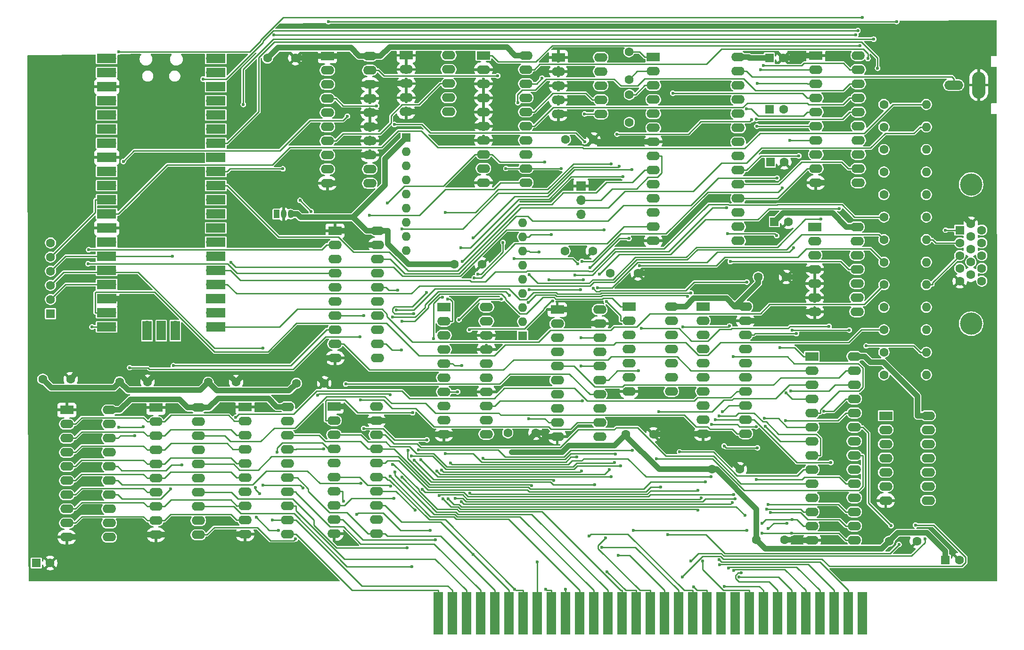
<source format=gbr>
%TF.GenerationSoftware,KiCad,Pcbnew,9.0.2*%
%TF.CreationDate,2026-01-18T17:28:15-06:00*%
%TF.ProjectId,video,76696465-6f2e-46b6-9963-61645f706362,V0.9*%
%TF.SameCoordinates,Original*%
%TF.FileFunction,Copper,L1,Top*%
%TF.FilePolarity,Positive*%
%FSLAX46Y46*%
G04 Gerber Fmt 4.6, Leading zero omitted, Abs format (unit mm)*
G04 Created by KiCad (PCBNEW 9.0.2) date 2026-01-18 17:28:15*
%MOMM*%
%LPD*%
G01*
G04 APERTURE LIST*
%TA.AperFunction,ComponentPad*%
%ADD10R,2.400000X1.600000*%
%TD*%
%TA.AperFunction,ComponentPad*%
%ADD11O,2.400000X1.600000*%
%TD*%
%TA.AperFunction,ComponentPad*%
%ADD12R,1.050000X1.500000*%
%TD*%
%TA.AperFunction,ComponentPad*%
%ADD13O,1.050000X1.500000*%
%TD*%
%TA.AperFunction,ComponentPad*%
%ADD14R,1.600000X1.600000*%
%TD*%
%TA.AperFunction,ComponentPad*%
%ADD15C,1.600000*%
%TD*%
%TA.AperFunction,ComponentPad*%
%ADD16O,1.600000X1.600000*%
%TD*%
%TA.AperFunction,ComponentPad*%
%ADD17C,4.000000*%
%TD*%
%TA.AperFunction,ConnectorPad*%
%ADD18R,1.780000X7.620000*%
%TD*%
%TA.AperFunction,ComponentPad*%
%ADD19R,1.700000X1.700000*%
%TD*%
%TA.AperFunction,ComponentPad*%
%ADD20O,1.700000X1.700000*%
%TD*%
%TA.AperFunction,ComponentPad*%
%ADD21O,2.400000X4.800000*%
%TD*%
%TA.AperFunction,ComponentPad*%
%ADD22O,3.400000X1.700000*%
%TD*%
%TA.AperFunction,SMDPad,CuDef*%
%ADD23R,3.500000X1.700000*%
%TD*%
%TA.AperFunction,SMDPad,CuDef*%
%ADD24R,1.700000X3.500000*%
%TD*%
%TA.AperFunction,ViaPad*%
%ADD25C,0.600000*%
%TD*%
%TA.AperFunction,Conductor*%
%ADD26C,0.250000*%
%TD*%
%TA.AperFunction,Conductor*%
%ADD27C,1.000000*%
%TD*%
G04 APERTURE END LIST*
D10*
%TO.P,U6,1,A->B*%
%TO.N,Net-(U6-A->B)*%
X161620000Y-87290000D03*
D11*
%TO.P,U6,2,A0*%
%TO.N,B_D0*%
X161620000Y-89830000D03*
%TO.P,U6,3,A1*%
%TO.N,B_D1*%
X161620000Y-92370000D03*
%TO.P,U6,4,A2*%
%TO.N,B_D2*%
X161620000Y-94910000D03*
%TO.P,U6,5,A3*%
%TO.N,B_D3*%
X161620000Y-97450000D03*
%TO.P,U6,6,A4*%
%TO.N,B_D4*%
X161620000Y-99990000D03*
%TO.P,U6,7,A5*%
%TO.N,B_D5*%
X161620000Y-102530000D03*
%TO.P,U6,8,A6*%
%TO.N,B_D6*%
X161620000Y-105070000D03*
%TO.P,U6,9,A7*%
%TO.N,B_D7*%
X161620000Y-107610000D03*
%TO.P,U6,10,GND*%
%TO.N,GND*%
X161620000Y-110150000D03*
%TO.P,U6,11,B7*%
%TO.N,bD7*%
X169240000Y-110150000D03*
%TO.P,U6,12,B6*%
%TO.N,bD6*%
X169240000Y-107610000D03*
%TO.P,U6,13,B5*%
%TO.N,bD5*%
X169240000Y-105070000D03*
%TO.P,U6,14,B4*%
%TO.N,bD4*%
X169240000Y-102530000D03*
%TO.P,U6,15,B3*%
%TO.N,bD3*%
X169240000Y-99990000D03*
%TO.P,U6,16,B2*%
%TO.N,bD2*%
X169240000Y-97450000D03*
%TO.P,U6,17,B1*%
%TO.N,bD1*%
X169240000Y-94910000D03*
%TO.P,U6,18,B0*%
%TO.N,bD0*%
X169240000Y-92370000D03*
%TO.P,U6,19,CE*%
%TO.N,GND*%
X169240000Y-89830000D03*
%TO.P,U6,20,VCC*%
%TO.N,VCC*%
X169240000Y-87290000D03*
%TD*%
D10*
%TO.P,U2,1*%
%TO.N,MEMR*%
X148320000Y-87300000D03*
D11*
%TO.P,U2,2*%
%TO.N,VIDEO_WINDOW*%
X148320000Y-89840000D03*
%TO.P,U2,3*%
%TO.N,Net-(U6-A->B)*%
X148320000Y-92380000D03*
%TO.P,U2,4*%
%TO.N,unconnected-(U2-Pad4)*%
X148320000Y-94920000D03*
%TO.P,U2,5*%
%TO.N,unconnected-(U2-Pad5)*%
X148320000Y-97460000D03*
%TO.P,U2,6*%
%TO.N,unconnected-(U2-Pad6)*%
X148320000Y-100000000D03*
%TO.P,U2,7,GND*%
%TO.N,GND*%
X148320000Y-102540000D03*
%TO.P,U2,8*%
%TO.N,unconnected-(U2-Pad8)*%
X155940000Y-102540000D03*
%TO.P,U2,9*%
%TO.N,unconnected-(U2-Pad9)*%
X155940000Y-100000000D03*
%TO.P,U2,10*%
%TO.N,unconnected-(U2-Pad10)*%
X155940000Y-97460000D03*
%TO.P,U2,11*%
%TO.N,unconnected-(U2-Pad11)*%
X155940000Y-94920000D03*
%TO.P,U2,12*%
%TO.N,unconnected-(U2-Pad12)*%
X155940000Y-92380000D03*
%TO.P,U2,13*%
%TO.N,unconnected-(U2-Pad13)*%
X155940000Y-89840000D03*
%TO.P,U2,14,VCC*%
%TO.N,VCC*%
X155940000Y-87300000D03*
%TD*%
D10*
%TO.P,U40,1,A14*%
%TO.N,bA14*%
X181170000Y-96270000D03*
D11*
%TO.P,U40,2,A12*%
%TO.N,bA12*%
X181170000Y-98810000D03*
%TO.P,U40,3,A7*%
%TO.N,bA7*%
X181170000Y-101350000D03*
%TO.P,U40,4,A6*%
%TO.N,bA6*%
X181170000Y-103890000D03*
%TO.P,U40,5,A5*%
%TO.N,bA5*%
X181170000Y-106430000D03*
%TO.P,U40,6,A4*%
%TO.N,bA4*%
X181170000Y-108970000D03*
%TO.P,U40,7,A3*%
%TO.N,bA3*%
X181170000Y-111510000D03*
%TO.P,U40,8,A2*%
%TO.N,bA2*%
X181170000Y-114050000D03*
%TO.P,U40,9,A1*%
%TO.N,bA1*%
X181170000Y-116590000D03*
%TO.P,U40,10,A0*%
%TO.N,bA0*%
X181170000Y-119130000D03*
%TO.P,U40,11,Q0*%
%TO.N,bD0*%
X181170000Y-121670000D03*
%TO.P,U40,12,Q1*%
%TO.N,bD1*%
X181170000Y-124210000D03*
%TO.P,U40,13,Q2*%
%TO.N,bD2*%
X181170000Y-126750000D03*
%TO.P,U40,14,GND*%
%TO.N,GND*%
X181170000Y-129290000D03*
%TO.P,U40,15,Q3*%
%TO.N,bD3*%
X188790000Y-129290000D03*
%TO.P,U40,16,Q4*%
%TO.N,bD4*%
X188790000Y-126750000D03*
%TO.P,U40,17,Q5*%
%TO.N,bD5*%
X188790000Y-124210000D03*
%TO.P,U40,18,Q6*%
%TO.N,bD6*%
X188790000Y-121670000D03*
%TO.P,U40,19,Q7*%
%TO.N,bD7*%
X188790000Y-119130000D03*
%TO.P,U40,20,~{CS}*%
%TO.N,VIDEO_WINDOW*%
X188790000Y-116590000D03*
%TO.P,U40,21,A10*%
%TO.N,bA10*%
X188790000Y-114050000D03*
%TO.P,U40,22,~{OE}*%
%TO.N,MEMR*%
X188790000Y-111510000D03*
%TO.P,U40,23,A11*%
%TO.N,bA11*%
X188790000Y-108970000D03*
%TO.P,U40,24,A9*%
%TO.N,bA9*%
X188790000Y-106430000D03*
%TO.P,U40,25,A8*%
%TO.N,bA8*%
X188790000Y-103890000D03*
%TO.P,U40,26,A13*%
%TO.N,bA13*%
X188790000Y-101350000D03*
%TO.P,U40,27,~{WE}*%
%TO.N,MEMW*%
X188790000Y-98810000D03*
%TO.P,U40,28,VCC*%
%TO.N,VCC*%
X188790000Y-96270000D03*
%TD*%
D10*
%TO.P,U5,1,OEa*%
%TO.N,GND*%
X95490000Y-73680000D03*
D11*
%TO.P,U5,2,I0a*%
%TO.N,B_A8*%
X95490000Y-76220000D03*
%TO.P,U5,3,O3b*%
%TO.N,MEMR*%
X95490000Y-78760000D03*
%TO.P,U5,4,I1a*%
%TO.N,B_A9*%
X95490000Y-81300000D03*
%TO.P,U5,5,O2b*%
%TO.N,bA14*%
X95490000Y-83840000D03*
%TO.P,U5,6,I2a*%
%TO.N,B_A10*%
X95490000Y-86380000D03*
%TO.P,U5,7,O1b*%
%TO.N,bA13*%
X95490000Y-88920000D03*
%TO.P,U5,8,I3a*%
%TO.N,B_A11*%
X95490000Y-91460000D03*
%TO.P,U5,9,O0b*%
%TO.N,bA12*%
X95490000Y-94000000D03*
%TO.P,U5,10,GND*%
%TO.N,GND*%
X95490000Y-96540000D03*
%TO.P,U5,11,I0b*%
%TO.N,B_A12*%
X103110000Y-96540000D03*
%TO.P,U5,12,O3a*%
%TO.N,bA11*%
X103110000Y-94000000D03*
%TO.P,U5,13,I1b*%
%TO.N,B_A13*%
X103110000Y-91460000D03*
%TO.P,U5,14,O2a*%
%TO.N,bA10*%
X103110000Y-88920000D03*
%TO.P,U5,15,I2b*%
%TO.N,B_A14*%
X103110000Y-86380000D03*
%TO.P,U5,16,O1a*%
%TO.N,bA9*%
X103110000Y-83840000D03*
%TO.P,U5,17,I3b*%
%TO.N,B_SMEMR*%
X103110000Y-81300000D03*
%TO.P,U5,18,O0a*%
%TO.N,bA8*%
X103110000Y-78760000D03*
%TO.P,U5,19,OEb*%
%TO.N,GND*%
X103110000Y-76220000D03*
%TO.P,U5,20,VCC*%
%TO.N,VCC*%
X103110000Y-73680000D03*
%TD*%
D10*
%TO.P,U4,1,OEa*%
%TO.N,GND*%
X95330000Y-105260000D03*
D11*
%TO.P,U4,2,I0a*%
%TO.N,B_A0*%
X95330000Y-107800000D03*
%TO.P,U4,3,O3b*%
%TO.N,bA7*%
X95330000Y-110340000D03*
%TO.P,U4,4,I1a*%
%TO.N,B_A1*%
X95330000Y-112880000D03*
%TO.P,U4,5,O2b*%
%TO.N,bA6*%
X95330000Y-115420000D03*
%TO.P,U4,6,I2a*%
%TO.N,B_A2*%
X95330000Y-117960000D03*
%TO.P,U4,7,O1b*%
%TO.N,bA5*%
X95330000Y-120500000D03*
%TO.P,U4,8,I3a*%
%TO.N,B_A3*%
X95330000Y-123040000D03*
%TO.P,U4,9,O0b*%
%TO.N,bA4*%
X95330000Y-125580000D03*
%TO.P,U4,10,GND*%
%TO.N,GND*%
X95330000Y-128120000D03*
%TO.P,U4,11,I0b*%
%TO.N,B_A4*%
X102950000Y-128120000D03*
%TO.P,U4,12,O3a*%
%TO.N,bA3*%
X102950000Y-125580000D03*
%TO.P,U4,13,I1b*%
%TO.N,B_A5*%
X102950000Y-123040000D03*
%TO.P,U4,14,O2a*%
%TO.N,bA2*%
X102950000Y-120500000D03*
%TO.P,U4,15,I2b*%
%TO.N,B_A6*%
X102950000Y-117960000D03*
%TO.P,U4,16,O1a*%
%TO.N,bA1*%
X102950000Y-115420000D03*
%TO.P,U4,17,I3b*%
%TO.N,B_A7*%
X102950000Y-112880000D03*
%TO.P,U4,18,O0a*%
%TO.N,bA0*%
X102950000Y-110340000D03*
%TO.P,U4,19,OEb*%
%TO.N,GND*%
X102950000Y-107800000D03*
%TO.P,U4,20,VCC*%
%TO.N,VCC*%
X102950000Y-105260000D03*
%TD*%
D10*
%TO.P,U9,1,G*%
%TO.N,GND*%
X94130000Y-42280000D03*
D11*
%TO.P,U9,2,P0*%
%TO.N,Net-(U18-O0a)*%
X94130000Y-44820000D03*
%TO.P,U9,3,R0*%
%TO.N,Net-(RR1-R1)*%
X94130000Y-47360000D03*
%TO.P,U9,4,P1*%
%TO.N,Net-(U18-O1a)*%
X94130000Y-49900000D03*
%TO.P,U9,5,R1*%
%TO.N,Net-(RR1-R2)*%
X94130000Y-52440000D03*
%TO.P,U9,6,P2*%
%TO.N,Net-(U18-O2a)*%
X94130000Y-54980000D03*
%TO.P,U9,7,R2*%
%TO.N,Net-(RR1-R3)*%
X94130000Y-57520000D03*
%TO.P,U9,8,P3*%
%TO.N,Net-(U18-O3a)*%
X94130000Y-60060000D03*
%TO.P,U9,9,R3*%
%TO.N,Net-(RR1-R4)*%
X94130000Y-62600000D03*
%TO.P,U9,10,GND*%
%TO.N,GND*%
X94130000Y-65140000D03*
%TO.P,U9,11,P4*%
%TO.N,Net-(U18-O0b)*%
X101750000Y-65140000D03*
%TO.P,U9,12,R4*%
%TO.N,Net-(RR1-R5)*%
X101750000Y-62600000D03*
%TO.P,U9,13,P5*%
%TO.N,GND*%
X101750000Y-60060000D03*
%TO.P,U9,14,R5*%
X101750000Y-57520000D03*
%TO.P,U9,15,P6*%
X101750000Y-54980000D03*
%TO.P,U9,16,R6*%
X101750000Y-52440000D03*
%TO.P,U9,17,P7*%
X101750000Y-49900000D03*
%TO.P,U9,18,R7*%
X101750000Y-47360000D03*
%TO.P,U9,19,P=R*%
%TO.N,VIDEO_WINDOW*%
X101750000Y-44820000D03*
%TO.P,U9,20,VCC*%
%TO.N,VCC*%
X101750000Y-42280000D03*
%TD*%
D10*
%TO.P,U16,1,CAP1A*%
%TO.N,Net-(U16-CAP1A)*%
X152680000Y-42470000D03*
D11*
%TO.P,U16,2,CAP1B*%
%TO.N,Net-(U16-CAP1B)*%
X152680000Y-45010000D03*
%TO.P,U16,3,CAP2A*%
%TO.N,Net-(U16-CAP2A)*%
X152680000Y-47550000D03*
%TO.P,U16,4,CAP2B*%
%TO.N,Net-(U16-CAP2B)*%
X152680000Y-50090000D03*
%TO.P,U16,5,~{RES}*%
%TO.N,~{RESET}*%
X152680000Y-52630000D03*
%TO.P,U16,6,\u03D52*%
%TO.N,SIDCLK*%
X152680000Y-55170000D03*
%TO.P,U16,7,R/~{W}*%
%TO.N,GND*%
X152680000Y-57710000D03*
%TO.P,U16,8,~{CS}*%
%TO.N,SIDCS*%
X152680000Y-60250000D03*
%TO.P,U16,9,A0*%
%TO.N,Net-(U16-A0)*%
X152680000Y-62790000D03*
%TO.P,U16,10,A1*%
%TO.N,Net-(U16-A1)*%
X152680000Y-65330000D03*
%TO.P,U16,11,A2*%
%TO.N,Net-(U16-A2)*%
X152680000Y-67870000D03*
%TO.P,U16,12,A3*%
%TO.N,Net-(U16-A3)*%
X152680000Y-70410000D03*
%TO.P,U16,13,A4*%
%TO.N,Net-(U16-A4)*%
X152680000Y-72950000D03*
%TO.P,U16,14,GND*%
%TO.N,GND*%
X152680000Y-75490000D03*
%TO.P,U16,15,D0*%
%TO.N,Net-(U16-D0)*%
X167920000Y-75490000D03*
%TO.P,U16,16,D1*%
%TO.N,Net-(U16-D1)*%
X167920000Y-72950000D03*
%TO.P,U16,17,D2*%
%TO.N,Net-(U16-D2)*%
X167920000Y-70410000D03*
%TO.P,U16,18,D3*%
%TO.N,Net-(U16-D3)*%
X167920000Y-67870000D03*
%TO.P,U16,19,D4*%
%TO.N,Net-(U16-D4)*%
X167920000Y-65330000D03*
%TO.P,U16,20,D5*%
%TO.N,Net-(U16-D5)*%
X167920000Y-62790000D03*
%TO.P,U16,21,D6*%
%TO.N,Net-(U16-D6)*%
X167920000Y-60250000D03*
%TO.P,U16,22,D7*%
%TO.N,Net-(U16-D7)*%
X167920000Y-57710000D03*
%TO.P,U16,23,POT_Y*%
%TO.N,unconnected-(U16-POT_Y-Pad23)*%
X167920000Y-55170000D03*
%TO.P,U16,24,POT_X*%
%TO.N,unconnected-(U16-POT_X-Pad24)*%
X167920000Y-52630000D03*
%TO.P,U16,25,+5V*%
%TO.N,VCC*%
X167920000Y-50090000D03*
%TO.P,U16,26,EXT_IN*%
%TO.N,unconnected-(U16-EXT_IN-Pad26)*%
X167920000Y-47550000D03*
%TO.P,U16,27,AUDIO_OUT*%
%TO.N,Net-(J24-Ext)*%
X167920000Y-45010000D03*
%TO.P,U16,28,+12V*%
%TO.N,+12V*%
X167920000Y-42470000D03*
%TD*%
D12*
%TO.P,U1,1,VO*%
%TO.N,+3.3V*%
X84984000Y-70670000D03*
D13*
%TO.P,U1,2,GND*%
%TO.N,GND*%
X86254000Y-70670000D03*
%TO.P,U1,3,VI*%
%TO.N,VCC*%
X87524000Y-70670000D03*
%TD*%
D14*
%TO.P,C39,1*%
%TO.N,+12V*%
X173580000Y-51840000D03*
D15*
%TO.P,C39,2*%
%TO.N,GND*%
X176080000Y-51840000D03*
%TD*%
D10*
%TO.P,U7,1,G*%
%TO.N,Net-(U7-G)*%
X122170000Y-42150000D03*
D11*
%TO.P,U7,2,P0*%
%TO.N,GND*%
X122170000Y-44690000D03*
%TO.P,U7,3,R0*%
X122170000Y-47230000D03*
%TO.P,U7,4,P1*%
X122170000Y-49770000D03*
%TO.P,U7,5,R1*%
X122170000Y-52310000D03*
%TO.P,U7,6,P2*%
X122170000Y-54850000D03*
%TO.P,U7,7,R2*%
X122170000Y-57390000D03*
%TO.P,U7,8,P3*%
%TO.N,B_A9*%
X122170000Y-59930000D03*
%TO.P,U7,9,R3*%
%TO.N,Net-(RN2-R4)*%
X122170000Y-62470000D03*
%TO.P,U7,10,GND*%
%TO.N,GND*%
X122170000Y-65010000D03*
%TO.P,U7,11,P4*%
%TO.N,B_A8*%
X129790000Y-65010000D03*
%TO.P,U7,12,R4*%
%TO.N,Net-(RN2-R5)*%
X129790000Y-62470000D03*
%TO.P,U7,13,P5*%
%TO.N,B_A7*%
X129790000Y-59930000D03*
%TO.P,U7,14,R5*%
%TO.N,Net-(RN2-R6)*%
X129790000Y-57390000D03*
%TO.P,U7,15,P6*%
%TO.N,B_A6*%
X129790000Y-54850000D03*
%TO.P,U7,16,R6*%
%TO.N,Net-(RN2-R7)*%
X129790000Y-52310000D03*
%TO.P,U7,17,P7*%
%TO.N,B_A5*%
X129790000Y-49770000D03*
%TO.P,U7,18,R7*%
%TO.N,Net-(RN2-R8)*%
X129790000Y-47230000D03*
%TO.P,U7,19,P=R*%
%TO.N,~{SIDSEL}*%
X129790000Y-44690000D03*
%TO.P,U7,20,VCC*%
%TO.N,VCC*%
X129790000Y-42150000D03*
%TD*%
D14*
%TO.P,C14,1*%
%TO.N,VCC*%
X41820000Y-133400000D03*
D15*
%TO.P,C14,2*%
%TO.N,GND*%
X44320000Y-133400000D03*
%TD*%
%TO.P,C4,1*%
%TO.N,VCC*%
X147710000Y-110270000D03*
%TO.P,C4,2*%
%TO.N,GND*%
X152710000Y-110270000D03*
%TD*%
%TO.P,R22,1*%
%TO.N,VGAR2K*%
X194130000Y-67170000D03*
D16*
%TO.P,R22,2*%
%TO.N,Net-(J11-Pad1)*%
X201750000Y-67170000D03*
%TD*%
D10*
%TO.P,U32,1,A->B*%
%TO.N,GND*%
X63323300Y-105460000D03*
D11*
%TO.P,U32,2,A0*%
%TO.N,V_DA7*%
X63323300Y-108000000D03*
%TO.P,U32,3,A1*%
%TO.N,V_DA6*%
X63323300Y-110540000D03*
%TO.P,U32,4,A2*%
%TO.N,V_DA5*%
X63323300Y-113080000D03*
%TO.P,U32,5,A3*%
%TO.N,V_DA4*%
X63323300Y-115620000D03*
%TO.P,U32,6,A4*%
%TO.N,V_DA3*%
X63323300Y-118160000D03*
%TO.P,U32,7,A5*%
%TO.N,V_DA2*%
X63323300Y-120700000D03*
%TO.P,U32,8,A6*%
%TO.N,V_DA1*%
X63323300Y-123240000D03*
%TO.P,U32,9,A7*%
%TO.N,V_DA0*%
X63323300Y-125780000D03*
%TO.P,U32,10,GND*%
%TO.N,GND*%
X63323300Y-128320000D03*
%TO.P,U32,11,B7*%
%TO.N,bD0*%
X70943300Y-128320000D03*
%TO.P,U32,12,B6*%
%TO.N,bD1*%
X70943300Y-125780000D03*
%TO.P,U32,13,B5*%
%TO.N,bD2*%
X70943300Y-123240000D03*
%TO.P,U32,14,B4*%
%TO.N,bD3*%
X70943300Y-120700000D03*
%TO.P,U32,15,B3*%
%TO.N,bD4*%
X70943300Y-118160000D03*
%TO.P,U32,16,B2*%
%TO.N,bD5*%
X70943300Y-115620000D03*
%TO.P,U32,17,B1*%
%TO.N,bD6*%
X70943300Y-113080000D03*
%TO.P,U32,18,B0*%
%TO.N,bD7*%
X70943300Y-110540000D03*
%TO.P,U32,19,CE*%
%TO.N,VDATA*%
X70943300Y-108000000D03*
%TO.P,U32,20,VCC*%
%TO.N,+3.3V*%
X70943300Y-105460000D03*
%TD*%
D15*
%TO.P,R23,1*%
%TO.N,VGAG500*%
X194130000Y-71220000D03*
D16*
%TO.P,R23,2*%
%TO.N,Net-(J11-Pad2)*%
X201750000Y-71220000D03*
%TD*%
D14*
%TO.P,RR1,1,common*%
%TO.N,VCC*%
X108310000Y-56890000D03*
D16*
%TO.P,RR1,2,R1*%
%TO.N,Net-(RR1-R1)*%
X108310000Y-59430000D03*
%TO.P,RR1,3,R2*%
%TO.N,Net-(RR1-R2)*%
X108310000Y-61970000D03*
%TO.P,RR1,4,R3*%
%TO.N,Net-(RR1-R3)*%
X108310000Y-64510000D03*
%TO.P,RR1,5,R4*%
%TO.N,Net-(RR1-R4)*%
X108310000Y-67050000D03*
%TO.P,RR1,6,R5*%
%TO.N,Net-(RR1-R5)*%
X108310000Y-69590000D03*
%TO.P,RR1,7,R6*%
%TO.N,unconnected-(RR1-R6-Pad7)*%
X108310000Y-72130000D03*
%TO.P,RR1,8,R7*%
%TO.N,unconnected-(RR1-R7-Pad8)*%
X108310000Y-74670000D03*
%TO.P,RR1,9,R8*%
%TO.N,unconnected-(RR1-R8-Pad9)*%
X108310000Y-77210000D03*
%TD*%
D15*
%TO.P,C45,1*%
%TO.N,VCC*%
X171540000Y-81980000D03*
%TO.P,C45,2*%
%TO.N,GND*%
X176540000Y-81980000D03*
%TD*%
D10*
%TO.P,U3,1*%
%TO.N,B_IOW*%
X194440000Y-106920000D03*
D11*
%TO.P,U3,2*%
%TO.N,B_IOR*%
X194440000Y-109460000D03*
%TO.P,U3,3*%
%TO.N,Net-(U7-G)*%
X194440000Y-112000000D03*
%TO.P,U3,4*%
%TO.N,unconnected-(U3-Pad4)*%
X194440000Y-114540000D03*
%TO.P,U3,5*%
%TO.N,unconnected-(U3-Pad5)*%
X194440000Y-117080000D03*
%TO.P,U3,6*%
%TO.N,unconnected-(U3-Pad6)*%
X194440000Y-119620000D03*
%TO.P,U3,7,GND*%
%TO.N,GND*%
X194440000Y-122160000D03*
%TO.P,U3,8*%
%TO.N,unconnected-(U3-Pad8)*%
X202060000Y-122160000D03*
%TO.P,U3,9*%
%TO.N,unconnected-(U3-Pad9)*%
X202060000Y-119620000D03*
%TO.P,U3,10*%
%TO.N,unconnected-(U3-Pad10)*%
X202060000Y-117080000D03*
%TO.P,U3,11*%
%TO.N,unconnected-(U3-Pad11)*%
X202060000Y-114540000D03*
%TO.P,U3,12*%
%TO.N,unconnected-(U3-Pad12)*%
X202060000Y-112000000D03*
%TO.P,U3,13*%
%TO.N,unconnected-(U3-Pad13)*%
X202060000Y-109460000D03*
%TO.P,U3,14,VCC*%
%TO.N,VCC*%
X202060000Y-106920000D03*
%TD*%
D15*
%TO.P,C3,1*%
%TO.N,VCC*%
X116886000Y-79724000D03*
%TO.P,C3,2*%
%TO.N,GND*%
X121886000Y-79724000D03*
%TD*%
D17*
%TO.P,J11,0*%
%TO.N,N/C*%
X209800000Y-90370000D03*
X209800000Y-65370000D03*
D14*
%TO.P,J11,1*%
%TO.N,Net-(J11-Pad1)*%
X207750000Y-73555000D03*
D15*
%TO.P,J11,2*%
%TO.N,Net-(J11-Pad2)*%
X207750000Y-75845000D03*
%TO.P,J11,3*%
%TO.N,Net-(J11-Pad3)*%
X207750000Y-78135000D03*
%TO.P,J11,4*%
%TO.N,unconnected-(J11-Pad4)*%
X207750000Y-80425000D03*
%TO.P,J11,5*%
%TO.N,GND*%
X207750000Y-82715000D03*
%TO.P,J11,6*%
X209730000Y-72410000D03*
%TO.P,J11,7*%
X209730000Y-74700000D03*
%TO.P,J11,8*%
X209730000Y-76990000D03*
%TO.P,J11,9*%
%TO.N,unconnected-(J11-Pad9)*%
X209730000Y-79280000D03*
%TO.P,J11,10*%
%TO.N,GND*%
X209730000Y-81570000D03*
%TO.P,J11,11*%
%TO.N,unconnected-(J11-Pad11)*%
X211710000Y-73555000D03*
%TO.P,J11,12*%
%TO.N,unconnected-(J11-Pad12)*%
X211710000Y-75845000D03*
%TO.P,J11,13*%
%TO.N,Net-(J11-Pad13)*%
X211710000Y-78135000D03*
%TO.P,J11,14*%
%TO.N,Net-(J11-Pad14)*%
X211710000Y-80425000D03*
%TO.P,J11,15*%
%TO.N,unconnected-(J11-Pad15)*%
X211710000Y-82715000D03*
%TD*%
%TO.P,C37,1*%
%TO.N,VCC*%
X83380000Y-42630000D03*
%TO.P,C37,2*%
%TO.N,GND*%
X88380000Y-42630000D03*
%TD*%
%TO.P,C7,1*%
%TO.N,VCC*%
X136920000Y-57250000D03*
%TO.P,C7,2*%
%TO.N,GND*%
X141920000Y-57250000D03*
%TD*%
D10*
%TO.P,P3,1*%
%TO.N,unconnected-(P3-Pad1)*%
X181670000Y-72980000D03*
D11*
%TO.P,P3,2*%
%TO.N,unconnected-(P3-Pad2)*%
X181670000Y-75520000D03*
%TO.P,P3,3*%
%TO.N,unconnected-(P3-Pad3)*%
X181670000Y-78060000D03*
%TO.P,P3,4*%
%TO.N,GND*%
X181670000Y-80600000D03*
%TO.P,P3,5*%
X181670000Y-83140000D03*
%TO.P,P3,6*%
X181670000Y-85680000D03*
%TO.P,P3,7*%
X181670000Y-88220000D03*
%TO.P,P3,8*%
%TO.N,SIDCLK*%
X189290000Y-88220000D03*
%TO.P,P3,9*%
X189290000Y-85680000D03*
%TO.P,P3,10*%
X189290000Y-83140000D03*
%TO.P,P3,11*%
X189290000Y-80600000D03*
%TO.P,P3,12*%
%TO.N,unconnected-(P3-Pad12)*%
X189290000Y-78060000D03*
%TO.P,P3,13*%
%TO.N,unconnected-(P3-Pad13)*%
X189290000Y-75520000D03*
%TO.P,P3,14*%
%TO.N,VCC*%
X189290000Y-72980000D03*
%TD*%
D14*
%TO.P,C43,1*%
%TO.N,VCC*%
X173707000Y-61353000D03*
D15*
%TO.P,C43,2*%
%TO.N,GND*%
X176207000Y-61353000D03*
%TD*%
%TO.P,R3,1*%
%TO.N,CLK_CPU*%
X194130000Y-55020000D03*
D16*
%TO.P,R3,2*%
%TO.N,V_CLK*%
X201750000Y-55020000D03*
%TD*%
D18*
%TO.P,J6,32,IO*%
%TO.N,B_~{NMI}*%
X190220600Y-142443200D03*
%TO.P,J6,33,DB7*%
%TO.N,B_D7*%
X187680600Y-142443200D03*
%TO.P,J6,34,DB6*%
%TO.N,B_D6*%
X185140600Y-142443200D03*
%TO.P,J6,35,DB5*%
%TO.N,B_D5*%
X182600600Y-142443200D03*
%TO.P,J6,36,DB4*%
%TO.N,B_D4*%
X180060600Y-142443200D03*
%TO.P,J6,37,DB3*%
%TO.N,B_D3*%
X177520600Y-142443200D03*
%TO.P,J6,38,DB2*%
%TO.N,B_D2*%
X174980600Y-142443200D03*
%TO.P,J6,39,DB1*%
%TO.N,B_D1*%
X172440600Y-142443200D03*
%TO.P,J6,40,DB0*%
%TO.N,B_D0*%
X169900600Y-142443200D03*
%TO.P,J6,41,IO_READY*%
%TO.N,unconnected-(J6-IO_READY-Pad41)*%
X167360600Y-142443200D03*
%TO.P,J6,42,AEN*%
%TO.N,{slash}AEN*%
X164820600Y-142443200D03*
%TO.P,J6,43,BA19*%
%TO.N,B_A19*%
X162280600Y-142443200D03*
%TO.P,J6,44,BA18*%
%TO.N,B_A18*%
X159740600Y-142443200D03*
%TO.P,J6,45,BA17*%
%TO.N,B_A17*%
X157200600Y-142443200D03*
%TO.P,J6,46,BA16*%
%TO.N,B_A16*%
X154660600Y-142443200D03*
%TO.P,J6,47,BA15*%
%TO.N,B_A15*%
X152120600Y-142443200D03*
%TO.P,J6,48,BA14*%
%TO.N,B_A14*%
X149580600Y-142443200D03*
%TO.P,J6,49,BA13*%
%TO.N,B_A13*%
X147040600Y-142443200D03*
%TO.P,J6,50,BA12*%
%TO.N,B_A12*%
X144500600Y-142443200D03*
%TO.P,J6,51,BA11*%
%TO.N,B_A11*%
X141960600Y-142443200D03*
%TO.P,J6,52,BA10*%
%TO.N,B_A10*%
X139420600Y-142443200D03*
%TO.P,J6,53,BA09*%
%TO.N,B_A9*%
X136880600Y-142443200D03*
%TO.P,J6,54,BA08*%
%TO.N,B_A8*%
X134340600Y-142443200D03*
%TO.P,J6,55,BA07*%
%TO.N,B_A7*%
X131800600Y-142443200D03*
%TO.P,J6,56,BA06*%
%TO.N,B_A6*%
X129260600Y-142443200D03*
%TO.P,J6,57,BA05*%
%TO.N,B_A5*%
X126720600Y-142443200D03*
%TO.P,J6,58,BA04*%
%TO.N,B_A4*%
X124180600Y-142443200D03*
%TO.P,J6,59,BA03*%
%TO.N,B_A3*%
X121640600Y-142443200D03*
%TO.P,J6,60,BA02*%
%TO.N,B_A2*%
X119100600Y-142443200D03*
%TO.P,J6,61,BA01*%
%TO.N,B_A1*%
X116560600Y-142443200D03*
%TO.P,J6,62,BA00*%
%TO.N,B_A0*%
X114020600Y-142443200D03*
%TD*%
D15*
%TO.P,C42,1*%
%TO.N,Net-(U16-CAP1A)*%
X148326000Y-41496000D03*
%TO.P,C42,2*%
%TO.N,Net-(U16-CAP1B)*%
X148326000Y-46496000D03*
%TD*%
%TO.P,R26,1*%
%TO.N,VGAB500*%
X194130000Y-83370000D03*
D16*
%TO.P,R26,2*%
%TO.N,Net-(J11-Pad3)*%
X201750000Y-83370000D03*
%TD*%
D15*
%TO.P,R27,1*%
%TO.N,VGAB1K*%
X194130000Y-87420000D03*
D16*
%TO.P,R27,2*%
%TO.N,Net-(J11-Pad3)*%
X201750000Y-87420000D03*
%TD*%
D15*
%TO.P,R25,1*%
%TO.N,VGAG2K*%
X194130000Y-79320000D03*
D16*
%TO.P,R25,2*%
%TO.N,Net-(J11-Pad2)*%
X201750000Y-79320000D03*
%TD*%
D10*
%TO.P,U34,1,A->B*%
%TO.N,GND*%
X47320000Y-105890000D03*
D11*
%TO.P,U34,2,A0*%
%TO.N,V_DA7*%
X47320000Y-108430000D03*
%TO.P,U34,3,A1*%
%TO.N,V_DA6*%
X47320000Y-110970000D03*
%TO.P,U34,4,A2*%
%TO.N,V_DA5*%
X47320000Y-113510000D03*
%TO.P,U34,5,A3*%
%TO.N,V_DA4*%
X47320000Y-116050000D03*
%TO.P,U34,6,A4*%
%TO.N,V_DA3*%
X47320000Y-118590000D03*
%TO.P,U34,7,A5*%
%TO.N,V_DA2*%
X47320000Y-121130000D03*
%TO.P,U34,8,A6*%
%TO.N,V_DA1*%
X47320000Y-123670000D03*
%TO.P,U34,9,A7*%
%TO.N,V_DA0*%
X47320000Y-126210000D03*
%TO.P,U34,10,GND*%
%TO.N,GND*%
X47320000Y-128750000D03*
%TO.P,U34,11,B7*%
%TO.N,B_A8*%
X54940000Y-128750000D03*
%TO.P,U34,12,B6*%
%TO.N,B_A9*%
X54940000Y-126210000D03*
%TO.P,U34,13,B5*%
%TO.N,B_A10*%
X54940000Y-123670000D03*
%TO.P,U34,14,B4*%
%TO.N,B_A11*%
X54940000Y-121130000D03*
%TO.P,U34,15,B3*%
%TO.N,B_A12*%
X54940000Y-118590000D03*
%TO.P,U34,16,B2*%
%TO.N,B_A13*%
X54940000Y-116050000D03*
%TO.P,U34,17,B1*%
%TO.N,B_A14*%
X54940000Y-113510000D03*
%TO.P,U34,18,B0*%
%TO.N,VIDEO_WINDOW*%
X54940000Y-110970000D03*
%TO.P,U34,19,CE*%
%TO.N,VADDR_HIGH*%
X54940000Y-108430000D03*
%TO.P,U34,20,VCC*%
%TO.N,+3.3V*%
X54940000Y-105890000D03*
%TD*%
D14*
%TO.P,RN1,1,common*%
%TO.N,+3.3V*%
X44390000Y-88570000D03*
D15*
%TO.P,RN1,2,R1*%
%TO.N,VADDR_HIGH*%
X44390000Y-86030000D03*
%TO.P,RN1,3,R2*%
%TO.N,VADDR_LOW*%
X44390000Y-83490000D03*
%TO.P,RN1,4,R3*%
%TO.N,VDATA*%
X44390000Y-80950000D03*
%TO.P,RN1,5,R4*%
%TO.N,VDSEL*%
X44390000Y-78410000D03*
%TO.P,RN1,6,R5*%
%TO.N,unconnected-(RN1-R5-Pad6)*%
X44390000Y-75870000D03*
%TD*%
%TO.P,C10,1*%
%TO.N,VCC*%
X88570000Y-101100000D03*
%TO.P,C10,2*%
%TO.N,GND*%
X93570000Y-101100000D03*
%TD*%
%TO.P,C12,1*%
%TO.N,VCC*%
X195050000Y-129480000D03*
%TO.P,C12,2*%
%TO.N,GND*%
X200050000Y-129480000D03*
%TD*%
D10*
%TO.P,U20,1,OE*%
%TO.N,GND*%
X181890000Y-42160000D03*
D11*
%TO.P,U20,2,O0*%
%TO.N,Net-(U16-D0)*%
X181890000Y-44700000D03*
%TO.P,U20,3,D0*%
%TO.N,B_A0*%
X181890000Y-47240000D03*
%TO.P,U20,4,D1*%
%TO.N,B_A1*%
X181890000Y-49780000D03*
%TO.P,U20,5,O1*%
%TO.N,Net-(U16-D1)*%
X181890000Y-52320000D03*
%TO.P,U20,6,O2*%
%TO.N,Net-(U16-D2)*%
X181890000Y-54860000D03*
%TO.P,U20,7,D2*%
%TO.N,B_A2*%
X181890000Y-57400000D03*
%TO.P,U20,8,D3*%
%TO.N,B_A3*%
X181890000Y-59940000D03*
%TO.P,U20,9,O3*%
%TO.N,Net-(U16-D3)*%
X181890000Y-62480000D03*
%TO.P,U20,10,GND*%
%TO.N,GND*%
X181890000Y-65020000D03*
%TO.P,U20,11,Cp*%
%TO.N,~{SIDSEL}*%
X189510000Y-65020000D03*
%TO.P,U20,12,O4*%
%TO.N,Net-(U16-D4)*%
X189510000Y-62480000D03*
%TO.P,U20,13,D4*%
%TO.N,B_A4*%
X189510000Y-59940000D03*
%TO.P,U20,14,D5*%
%TO.N,B_A5*%
X189510000Y-57400000D03*
%TO.P,U20,15,O5*%
%TO.N,Net-(U16-D5)*%
X189510000Y-54860000D03*
%TO.P,U20,16,O6*%
%TO.N,Net-(U16-D6)*%
X189510000Y-52320000D03*
%TO.P,U20,17,D6*%
%TO.N,B_A6*%
X189510000Y-49780000D03*
%TO.P,U20,18,D7*%
%TO.N,B_A7*%
X189510000Y-47240000D03*
%TO.P,U20,19,O7*%
%TO.N,Net-(U16-D7)*%
X189510000Y-44700000D03*
%TO.P,U20,20,VCC*%
%TO.N,VCC*%
X189510000Y-42160000D03*
%TD*%
D15*
%TO.P,R24,1*%
%TO.N,VGAG1L*%
X194130000Y-75270000D03*
D16*
%TO.P,R24,2*%
%TO.N,Net-(J11-Pad2)*%
X201750000Y-75270000D03*
%TD*%
D15*
%TO.P,R1,1*%
%TO.N,MEMW*%
X194130000Y-50970000D03*
D16*
%TO.P,R1,2*%
%TO.N,V_RW*%
X201750000Y-50970000D03*
%TD*%
D15*
%TO.P,R31,1*%
%TO.N,Net-(J11-Pad14)*%
X194130000Y-99570000D03*
D16*
%TO.P,R31,2*%
%TO.N,VSYNC*%
X201750000Y-99570000D03*
%TD*%
D10*
%TO.P,U18,1,OEa*%
%TO.N,GND*%
X135430000Y-87840000D03*
D11*
%TO.P,U18,2,I0a*%
%TO.N,B_A15*%
X135430000Y-90380000D03*
%TO.P,U18,3,O3b*%
%TO.N,unconnected-(U18-O3b-Pad3)*%
X135430000Y-92920000D03*
%TO.P,U18,4,I1a*%
%TO.N,B_A16*%
X135430000Y-95460000D03*
%TO.P,U18,5,O2b*%
%TO.N,MEMW*%
X135430000Y-98000000D03*
%TO.P,U18,6,I2a*%
%TO.N,B_A17*%
X135430000Y-100540000D03*
%TO.P,U18,7,O1b*%
%TO.N,CLK_CPU*%
X135430000Y-103080000D03*
%TO.P,U18,8,I3a*%
%TO.N,B_A18*%
X135430000Y-105620000D03*
%TO.P,U18,9,O0b*%
%TO.N,Net-(U18-O0b)*%
X135430000Y-108160000D03*
%TO.P,U18,10,GND*%
%TO.N,GND*%
X135430000Y-110700000D03*
%TO.P,U18,11,I0b*%
%TO.N,B_A19*%
X143050000Y-110700000D03*
%TO.P,U18,12,O3a*%
%TO.N,Net-(U18-O3a)*%
X143050000Y-108160000D03*
%TO.P,U18,13,I1b*%
%TO.N,B_CLK*%
X143050000Y-105620000D03*
%TO.P,U18,14,O2a*%
%TO.N,Net-(U18-O2a)*%
X143050000Y-103080000D03*
%TO.P,U18,15,I2b*%
%TO.N,B_SMEMW*%
X143050000Y-100540000D03*
%TO.P,U18,16,O1a*%
%TO.N,Net-(U18-O1a)*%
X143050000Y-98000000D03*
%TO.P,U18,17,I3b*%
%TO.N,unconnected-(U18-I3b-Pad17)*%
X143050000Y-95460000D03*
%TO.P,U18,18,O0a*%
%TO.N,Net-(U18-O0a)*%
X143050000Y-92920000D03*
%TO.P,U18,19,OEb*%
%TO.N,GND*%
X143050000Y-90380000D03*
%TO.P,U18,20,VCC*%
%TO.N,VCC*%
X143050000Y-87840000D03*
%TD*%
D15*
%TO.P,C6,1*%
%TO.N,VCC*%
X171240000Y-129240000D03*
%TO.P,C6,2*%
%TO.N,GND*%
X176240000Y-129240000D03*
%TD*%
%TO.P,C44,1*%
%TO.N,+12V*%
X136816000Y-77324000D03*
%TO.P,C44,2*%
%TO.N,GND*%
X141816000Y-77324000D03*
%TD*%
D14*
%TO.P,C13,1*%
%TO.N,VCC*%
X205149000Y-132835000D03*
D15*
%TO.P,C13,2*%
%TO.N,GND*%
X207649000Y-132835000D03*
%TD*%
%TO.P,R28,1*%
%TO.N,VGAB2K*%
X194130000Y-91470000D03*
D16*
%TO.P,R28,2*%
%TO.N,Net-(J11-Pad3)*%
X201750000Y-91470000D03*
%TD*%
D19*
%TO.P,JP3,1,Pin_1*%
%TO.N,GND*%
X139678000Y-65658000D03*
D20*
%TO.P,JP3,2,Pin_2*%
%TO.N,SIDCS*%
X139678000Y-68198000D03*
%TO.P,JP3,3,Pin_3*%
%TO.N,SIDCLK*%
X139678000Y-70738000D03*
%TD*%
D15*
%TO.P,C1,1*%
%TO.N,VCC*%
X72720000Y-100890000D03*
%TO.P,C1,2*%
%TO.N,GND*%
X77720000Y-100890000D03*
%TD*%
D14*
%TO.P,C50,1*%
%TO.N,VCC*%
X174444900Y-72040000D03*
D15*
%TO.P,C50,2*%
%TO.N,GND*%
X176944900Y-72040000D03*
%TD*%
D14*
%TO.P,RN2,1,common*%
%TO.N,VCC*%
X129220000Y-92540000D03*
D16*
%TO.P,RN2,2,R1*%
%TO.N,unconnected-(RN2-R1-Pad2)*%
X129220000Y-90000000D03*
%TO.P,RN2,3,R2*%
%TO.N,unconnected-(RN2-R2-Pad3)*%
X129220000Y-87460000D03*
%TO.P,RN2,4,R3*%
%TO.N,unconnected-(RN2-R3-Pad4)*%
X129220000Y-84920000D03*
%TO.P,RN2,5,R4*%
%TO.N,Net-(RN2-R4)*%
X129220000Y-82380000D03*
%TO.P,RN2,6,R5*%
%TO.N,Net-(RN2-R5)*%
X129220000Y-79840000D03*
%TO.P,RN2,7,R6*%
%TO.N,Net-(RN2-R6)*%
X129220000Y-77300000D03*
%TO.P,RN2,8,R7*%
%TO.N,Net-(RN2-R7)*%
X129220000Y-74760000D03*
%TO.P,RN2,9,R8*%
%TO.N,Net-(RN2-R8)*%
X129220000Y-72220000D03*
%TD*%
D15*
%TO.P,C8,1*%
%TO.N,VCC*%
X144910000Y-81320000D03*
%TO.P,C8,2*%
%TO.N,GND*%
X149910000Y-81320000D03*
%TD*%
%TO.P,R29,1*%
%TO.N,Net-(J11-Pad13)*%
X194130000Y-95520000D03*
D16*
%TO.P,R29,2*%
%TO.N,HSYNC*%
X201750000Y-95520000D03*
%TD*%
D15*
%TO.P,C2,1*%
%TO.N,VCC*%
X43000000Y-100350000D03*
%TO.P,C2,2*%
%TO.N,GND*%
X48000000Y-100350000D03*
%TD*%
D10*
%TO.P,SW2,1*%
%TO.N,GND*%
X108290000Y-42140000D03*
D11*
%TO.P,SW2,2*%
X108290000Y-44680000D03*
%TO.P,SW2,3*%
X108290000Y-47220000D03*
%TO.P,SW2,4*%
X108290000Y-49760000D03*
%TO.P,SW2,5*%
X108290000Y-52300000D03*
%TO.P,SW2,6*%
%TO.N,Net-(RR1-R5)*%
X115910000Y-52300000D03*
%TO.P,SW2,7*%
%TO.N,Net-(RR1-R4)*%
X115910000Y-49760000D03*
%TO.P,SW2,8*%
%TO.N,Net-(RR1-R3)*%
X115910000Y-47220000D03*
%TO.P,SW2,9*%
%TO.N,Net-(RR1-R2)*%
X115910000Y-44680000D03*
%TO.P,SW2,10*%
%TO.N,Net-(RR1-R1)*%
X115910000Y-42140000D03*
%TD*%
D15*
%TO.P,R4,1*%
%TO.N,VGAR500*%
X194130000Y-59070000D03*
D16*
%TO.P,R4,2*%
%TO.N,Net-(J11-Pad1)*%
X201750000Y-59070000D03*
%TD*%
D10*
%TO.P,SW1,1*%
%TO.N,GND*%
X135620000Y-42510000D03*
D11*
%TO.P,SW1,2*%
X135620000Y-45050000D03*
%TO.P,SW1,3*%
X135620000Y-47590000D03*
%TO.P,SW1,4*%
X135620000Y-50130000D03*
%TO.P,SW1,5*%
X135620000Y-52670000D03*
%TO.P,SW1,6*%
%TO.N,Net-(RN2-R8)*%
X143240000Y-52670000D03*
%TO.P,SW1,7*%
%TO.N,Net-(RN2-R7)*%
X143240000Y-50130000D03*
%TO.P,SW1,8*%
%TO.N,Net-(RN2-R6)*%
X143240000Y-47590000D03*
%TO.P,SW1,9*%
%TO.N,Net-(RN2-R5)*%
X143240000Y-45050000D03*
%TO.P,SW1,10*%
%TO.N,Net-(RN2-R4)*%
X143240000Y-42510000D03*
%TD*%
D15*
%TO.P,R5,1*%
%TO.N,VGAR1K*%
X194130000Y-63120000D03*
D16*
%TO.P,R5,2*%
%TO.N,Net-(J11-Pad1)*%
X201750000Y-63120000D03*
%TD*%
D21*
%TO.P,J24,1,In*%
%TO.N,GND*%
X211150000Y-47480000D03*
D22*
%TO.P,J24,2,Ext*%
%TO.N,Net-(J24-Ext)*%
X206650000Y-47480000D03*
%TD*%
D10*
%TO.P,U19,1,OE*%
%TO.N,GND*%
X115062000Y-87376000D03*
D11*
%TO.P,U19,2,O0*%
%TO.N,Net-(U16-A0)*%
X115062000Y-89916000D03*
%TO.P,U19,3,D0*%
%TO.N,B_A0*%
X115062000Y-92456000D03*
%TO.P,U19,4,D1*%
%TO.N,B_A1*%
X115062000Y-94996000D03*
%TO.P,U19,5,O1*%
%TO.N,Net-(U16-A1)*%
X115062000Y-97536000D03*
%TO.P,U19,6,O2*%
%TO.N,Net-(U16-A2)*%
X115062000Y-100076000D03*
%TO.P,U19,7,D2*%
%TO.N,B_A2*%
X115062000Y-102616000D03*
%TO.P,U19,8,D3*%
%TO.N,B_A3*%
X115062000Y-105156000D03*
%TO.P,U19,9,O3*%
%TO.N,Net-(U16-A3)*%
X115062000Y-107696000D03*
%TO.P,U19,10,GND*%
%TO.N,GND*%
X115062000Y-110236000D03*
%TO.P,U19,11,Cp*%
%TO.N,~{SIDSEL}*%
X122682000Y-110236000D03*
%TO.P,U19,12,O4*%
%TO.N,Net-(U16-A4)*%
X122682000Y-107696000D03*
%TO.P,U19,13,D4*%
%TO.N,B_A4*%
X122682000Y-105156000D03*
%TO.P,U19,14,D5*%
%TO.N,GND*%
X122682000Y-102616000D03*
%TO.P,U19,15,O5*%
%TO.N,unconnected-(U19-O5-Pad15)*%
X122682000Y-100076000D03*
%TO.P,U19,16,O6*%
%TO.N,unconnected-(U19-O6-Pad16)*%
X122682000Y-97536000D03*
%TO.P,U19,17,D6*%
%TO.N,GND*%
X122682000Y-94996000D03*
%TO.P,U19,18,D7*%
X122682000Y-92456000D03*
%TO.P,U19,19,O7*%
%TO.N,unconnected-(U19-O7-Pad19)*%
X122682000Y-89916000D03*
%TO.P,U19,20,VCC*%
%TO.N,VCC*%
X122682000Y-87376000D03*
%TD*%
D15*
%TO.P,C5,1*%
%TO.N,VCC*%
X126538000Y-110006000D03*
%TO.P,C5,2*%
%TO.N,GND*%
X131538000Y-110006000D03*
%TD*%
D10*
%TO.P,U33,1,A->B*%
%TO.N,GND*%
X79326700Y-105330000D03*
D11*
%TO.P,U33,2,A0*%
%TO.N,V_DA7*%
X79326700Y-107870000D03*
%TO.P,U33,3,A1*%
%TO.N,V_DA6*%
X79326700Y-110410000D03*
%TO.P,U33,4,A2*%
%TO.N,V_DA5*%
X79326700Y-112950000D03*
%TO.P,U33,5,A3*%
%TO.N,V_DA4*%
X79326700Y-115490000D03*
%TO.P,U33,6,A4*%
%TO.N,V_DA3*%
X79326700Y-118030000D03*
%TO.P,U33,7,A5*%
%TO.N,V_DA2*%
X79326700Y-120570000D03*
%TO.P,U33,8,A6*%
%TO.N,V_DA1*%
X79326700Y-123110000D03*
%TO.P,U33,9,A7*%
%TO.N,V_DA0*%
X79326700Y-125650000D03*
%TO.P,U33,10,GND*%
%TO.N,GND*%
X79326700Y-128190000D03*
%TO.P,U33,11,B7*%
%TO.N,B_A0*%
X86946700Y-128190000D03*
%TO.P,U33,12,B6*%
%TO.N,B_A1*%
X86946700Y-125650000D03*
%TO.P,U33,13,B5*%
%TO.N,B_A2*%
X86946700Y-123110000D03*
%TO.P,U33,14,B4*%
%TO.N,B_A3*%
X86946700Y-120570000D03*
%TO.P,U33,15,B3*%
%TO.N,B_A4*%
X86946700Y-118030000D03*
%TO.P,U33,16,B2*%
%TO.N,B_A5*%
X86946700Y-115490000D03*
%TO.P,U33,17,B1*%
%TO.N,B_A6*%
X86946700Y-112950000D03*
%TO.P,U33,18,B0*%
%TO.N,B_A7*%
X86946700Y-110410000D03*
%TO.P,U33,19,CE*%
%TO.N,VADDR_LOW*%
X86946700Y-107870000D03*
%TO.P,U33,20,VCC*%
%TO.N,+3.3V*%
X86946700Y-105330000D03*
%TD*%
D15*
%TO.P,C9,1*%
%TO.N,VCC*%
X163200000Y-116550000D03*
%TO.P,C9,2*%
%TO.N,GND*%
X168200000Y-116550000D03*
%TD*%
%TO.P,C46,1*%
%TO.N,Net-(U16-CAP2A)*%
X148376000Y-49206000D03*
%TO.P,C46,2*%
%TO.N,Net-(U16-CAP2B)*%
X148376000Y-54206000D03*
%TD*%
D14*
%TO.P,C38,1*%
%TO.N,+12V*%
X173530000Y-42620000D03*
D15*
%TO.P,C38,2*%
%TO.N,GND*%
X176030000Y-42620000D03*
%TD*%
%TO.P,C11,1*%
%TO.N,VCC*%
X56810000Y-100820000D03*
%TO.P,C11,2*%
%TO.N,GND*%
X61810000Y-100820000D03*
%TD*%
D20*
%TO.P,U36,1,GPIO0*%
%TO.N,V_DA0*%
X55380000Y-42700000D03*
D23*
X54480000Y-42700000D03*
D20*
%TO.P,U36,2,GPIO1*%
%TO.N,V_DA1*%
X55380000Y-45240000D03*
D23*
X54480000Y-45240000D03*
D19*
%TO.P,U36,3,GND*%
%TO.N,GND*%
X55380000Y-47780000D03*
D23*
X54480000Y-47780000D03*
D20*
%TO.P,U36,4,GPIO2*%
%TO.N,V_DA2*%
X55380000Y-50320000D03*
D23*
X54480000Y-50320000D03*
D20*
%TO.P,U36,5,GPIO3*%
%TO.N,V_DA3*%
X55380000Y-52860000D03*
D23*
X54480000Y-52860000D03*
D20*
%TO.P,U36,6,GPIO4*%
%TO.N,V_DA4*%
X55380000Y-55400000D03*
D23*
X54480000Y-55400000D03*
D20*
%TO.P,U36,7,GPIO5*%
%TO.N,V_DA5*%
X55380000Y-57940000D03*
D23*
X54480000Y-57940000D03*
D19*
%TO.P,U36,8,GND*%
%TO.N,GND*%
X55380000Y-60480000D03*
D23*
X54480000Y-60480000D03*
D20*
%TO.P,U36,9,GPIO6*%
%TO.N,V_DA6*%
X55380000Y-63020000D03*
D23*
X54480000Y-63020000D03*
D20*
%TO.P,U36,10,GPIO7*%
%TO.N,V_DA7*%
X55380000Y-65560000D03*
D23*
X54480000Y-65560000D03*
D20*
%TO.P,U36,11,GPIO8*%
%TO.N,VDSEL*%
X55380000Y-68100000D03*
D23*
X54480000Y-68100000D03*
D20*
%TO.P,U36,12,GPIO9*%
%TO.N,V_RW*%
X55380000Y-70640000D03*
D23*
X54480000Y-70640000D03*
D19*
%TO.P,U36,13,GND*%
%TO.N,GND*%
X55380000Y-73180000D03*
D23*
X54480000Y-73180000D03*
D20*
%TO.P,U36,14,GPIO10*%
%TO.N,VDATA_DIR_1*%
X55380000Y-75720000D03*
D23*
%TO.N,VDATA_DIR*%
X54480000Y-75720000D03*
D20*
%TO.P,U36,15,GPIO11*%
%TO.N,VDATA*%
X55380000Y-78260000D03*
D23*
X54480000Y-78260000D03*
D20*
%TO.P,U36,16,GPIO12*%
%TO.N,VADDR_LOW*%
X55380000Y-80800000D03*
D23*
X54480000Y-80800000D03*
D20*
%TO.P,U36,17,GPIO13*%
%TO.N,VADDR_HIGH*%
X55380000Y-83340000D03*
D23*
X54480000Y-83340000D03*
D19*
%TO.P,U36,18,GND*%
%TO.N,GND*%
X55380000Y-85880000D03*
D23*
X54480000Y-85880000D03*
D20*
%TO.P,U36,19,GPIO14*%
%TO.N,VGAB2K*%
X55380000Y-88420000D03*
D23*
X54480000Y-88420000D03*
D20*
%TO.P,U36,20,GPIO15*%
%TO.N,VGAB1K*%
X55380000Y-90960000D03*
D23*
X54480000Y-90960000D03*
D20*
%TO.P,U36,21,GPIO16*%
%TO.N,VGAB500*%
X73160000Y-90960000D03*
D23*
X74060000Y-90960000D03*
D20*
%TO.P,U36,22,GPIO17*%
%TO.N,VGAG2K*%
X73160000Y-88420000D03*
D23*
X74060000Y-88420000D03*
D19*
%TO.P,U36,23,GND*%
%TO.N,unconnected-(U36-GND-Pad23)_1*%
X73160000Y-85880000D03*
D23*
%TO.N,unconnected-(U36-GND-Pad23)*%
X74060000Y-85880000D03*
D20*
%TO.P,U36,24,GPIO18*%
%TO.N,VGAG1L*%
X73160000Y-83340000D03*
D23*
X74060000Y-83340000D03*
D20*
%TO.P,U36,25,GPIO19*%
%TO.N,VGAG500*%
X73160000Y-80800000D03*
D23*
X74060000Y-80800000D03*
D20*
%TO.P,U36,26,GPIO20*%
%TO.N,VGAR2K*%
X73160000Y-78260000D03*
D23*
X74060000Y-78260000D03*
D20*
%TO.P,U36,27,GPIO21*%
%TO.N,VGAR1K*%
X73160000Y-75720000D03*
D23*
X74060000Y-75720000D03*
D19*
%TO.P,U36,28,GND*%
%TO.N,unconnected-(U36-GND-Pad28)_1*%
X73160000Y-73180000D03*
D23*
%TO.N,unconnected-(U36-GND-Pad28)*%
X74060000Y-73180000D03*
D20*
%TO.P,U36,29,GPIO22*%
%TO.N,VGAR500*%
X73160000Y-70640000D03*
D23*
X74060000Y-70640000D03*
D20*
%TO.P,U36,30,RUN*%
%TO.N,unconnected-(U36-RUN-Pad30)*%
X73160000Y-68100000D03*
D23*
%TO.N,unconnected-(U36-RUN-Pad30)_1*%
X74060000Y-68100000D03*
D20*
%TO.P,U36,31,GPIO26_ADC0*%
%TO.N,V_CLK*%
X73160000Y-65560000D03*
D23*
X74060000Y-65560000D03*
D20*
%TO.P,U36,32,GPIO27_ADC1*%
%TO.N,VSYNC*%
X73160000Y-63020000D03*
D23*
X74060000Y-63020000D03*
D19*
%TO.P,U36,33,AGND*%
%TO.N,unconnected-(U36-AGND-Pad33)*%
X73160000Y-60480000D03*
D23*
%TO.N,unconnected-(U36-AGND-Pad33)_1*%
X74060000Y-60480000D03*
D20*
%TO.P,U36,34,GPIO28_ADC2*%
%TO.N,HSYNC*%
X73160000Y-57940000D03*
D23*
X74060000Y-57940000D03*
D20*
%TO.P,U36,35,ADC_VREF*%
%TO.N,unconnected-(U36-ADC_VREF-Pad35)_1*%
X73160000Y-55400000D03*
D23*
%TO.N,unconnected-(U36-ADC_VREF-Pad35)*%
X74060000Y-55400000D03*
D20*
%TO.P,U36,36,3V3*%
%TO.N,unconnected-(U36-3V3-Pad36)*%
X73160000Y-52860000D03*
D23*
%TO.N,unconnected-(U36-3V3-Pad36)_1*%
X74060000Y-52860000D03*
D20*
%TO.P,U36,37,3V3_EN*%
%TO.N,unconnected-(U36-3V3_EN-Pad37)*%
X73160000Y-50320000D03*
D23*
%TO.N,unconnected-(U36-3V3_EN-Pad37)_1*%
X74060000Y-50320000D03*
D19*
%TO.P,U36,38,GND*%
%TO.N,unconnected-(U36-GND-Pad38)_1*%
X73160000Y-47780000D03*
D23*
%TO.N,unconnected-(U36-GND-Pad38)*%
X74060000Y-47780000D03*
D20*
%TO.P,U36,39,VSYS*%
%TO.N,+3.3V*%
X73160000Y-45240000D03*
D23*
X74060000Y-45240000D03*
D20*
%TO.P,U36,40,VBUS*%
%TO.N,unconnected-(U36-VBUS-Pad40)_1*%
X73160000Y-42700000D03*
D23*
%TO.N,unconnected-(U36-VBUS-Pad40)*%
X74060000Y-42700000D03*
D20*
%TO.P,U36,41,SWCLK*%
%TO.N,unconnected-(U36-SWCLK-Pad41)*%
X61730000Y-90730000D03*
D24*
%TO.N,unconnected-(U36-SWCLK-Pad41)_1*%
X61730000Y-91630000D03*
D19*
%TO.P,U36,42,GND*%
%TO.N,unconnected-(U36-GND-Pad42)_1*%
X64270000Y-90730000D03*
D24*
%TO.N,unconnected-(U36-GND-Pad42)*%
X64270000Y-91630000D03*
D20*
%TO.P,U36,43,SWDIO*%
%TO.N,unconnected-(U36-SWDIO-Pad43)*%
X66810000Y-90730000D03*
D24*
%TO.N,unconnected-(U36-SWDIO-Pad43)_1*%
X66810000Y-91630000D03*
%TD*%
D25*
%TO.N,bA13*%
X100639900Y-88920000D03*
X105840500Y-89176200D03*
X126832000Y-85241700D03*
X130243500Y-86550800D03*
X158854900Y-85483800D03*
X177363800Y-102480400D03*
%TO.N,bA14*%
X175454100Y-94667000D03*
X159447300Y-84858600D03*
X106474400Y-87926000D03*
%TO.N,bA9*%
X176469200Y-107820000D03*
X176694600Y-126238400D03*
X173307100Y-127233200D03*
X169507300Y-127531000D03*
X149122900Y-127531000D03*
X142176500Y-119350300D03*
X108655000Y-113124100D03*
X106788100Y-84355200D03*
%TO.N,bA11*%
X195395300Y-126670400D03*
X196821500Y-130061600D03*
X155288100Y-128298300D03*
X146830400Y-115941500D03*
X109203500Y-114183400D03*
X107467000Y-95101900D03*
%TO.N,bA8*%
X183341200Y-106104600D03*
X174909500Y-64203700D03*
%TO.N,bA10*%
X153223900Y-114620300D03*
X148914800Y-113163900D03*
X110465400Y-113081200D03*
%TO.N,bA1*%
X157403100Y-113427900D03*
X153972100Y-119716700D03*
%TO.N,bA2*%
X164480600Y-106960000D03*
X161258000Y-121698000D03*
X114177100Y-121284400D03*
X109874200Y-123924300D03*
%TO.N,bA4*%
X172664200Y-107382400D03*
X171168100Y-108878500D03*
X163180800Y-108490300D03*
X160742200Y-120318400D03*
X119683300Y-120834400D03*
X113525800Y-129252700D03*
%TO.N,bA7*%
X153650300Y-106161500D03*
X145694500Y-115297000D03*
%TO.N,bA5*%
X97071500Y-122310100D03*
X99401900Y-124662100D03*
X112634400Y-127510500D03*
X118213100Y-122405700D03*
X166859700Y-122501500D03*
X167068000Y-96324900D03*
%TO.N,bA6*%
X176558500Y-102804100D03*
X144806100Y-116633300D03*
X113832600Y-116895600D03*
%TO.N,bA3*%
X172792300Y-108786500D03*
X171394200Y-112684100D03*
X165405000Y-112336100D03*
X163094000Y-117903500D03*
X116288000Y-115461100D03*
%TO.N,MEMR*%
X184269400Y-90842300D03*
X150574700Y-91228500D03*
X107503700Y-89930500D03*
%TO.N,Net-(U18-O0a)*%
X139705100Y-92920000D03*
X139595300Y-84224300D03*
X130390700Y-84224300D03*
%TO.N,Net-(U18-O2a)*%
X97449700Y-101217500D03*
X91226200Y-70223200D03*
X89210700Y-68207700D03*
%TO.N,Net-(U18-O3a)*%
X100048200Y-104102000D03*
%TO.N,Net-(U18-O0b)*%
X130345200Y-107428700D03*
%TO.N,Net-(U18-O1a)*%
X139720300Y-98000000D03*
X140129200Y-82448500D03*
X133939200Y-82448500D03*
X140351300Y-57677600D03*
X106165100Y-54581900D03*
X102974600Y-51204700D03*
%TO.N,Net-(U16-A4)*%
X120519400Y-82121600D03*
%TO.N,Net-(U16-D1)*%
X169445100Y-51775700D03*
%TO.N,Net-(U16-D0)*%
X171991300Y-44700000D03*
%TO.N,Net-(U16-A3)*%
X148312200Y-75077700D03*
X141330100Y-80323100D03*
X138964500Y-114356700D03*
X115310600Y-113706300D03*
%TO.N,Net-(U16-D6)*%
X171237800Y-53590000D03*
%TO.N,Net-(U16-D7)*%
X172432300Y-43997500D03*
%TO.N,Net-(U16-D5)*%
X178832000Y-60214300D03*
%TO.N,Net-(U16-A0)*%
X118326500Y-79148900D03*
X115730900Y-85966500D03*
%TO.N,Net-(U16-D2)*%
X171304000Y-54860000D03*
%TO.N,Net-(U16-A2)*%
X147242100Y-63957200D03*
X118087000Y-76743900D03*
X114831500Y-85639000D03*
X113198400Y-93045400D03*
%TO.N,Net-(U16-A1)*%
X148847800Y-62706900D03*
X120276900Y-74975100D03*
X125420800Y-85945400D03*
X117779400Y-89663100D03*
X118296700Y-97934600D03*
%TO.N,VIDEO_WINDOW*%
X59500600Y-110493700D03*
X57471800Y-61208700D03*
X97721600Y-53068500D03*
X144263000Y-86384000D03*
X139102400Y-79639700D03*
X127699200Y-78714800D03*
X124728900Y-45815600D03*
X187906000Y-91517300D03*
X177616200Y-91517300D03*
X169490900Y-82888900D03*
X141898100Y-84037500D03*
%TO.N,~{SIDSEL}*%
X121150600Y-81454100D03*
X125688900Y-75770200D03*
X191233800Y-42695900D03*
%TO.N,Net-(U7-G)*%
X189797100Y-40370800D03*
%TO.N,Net-(RN2-R8)*%
X140335100Y-52670000D03*
X132692200Y-46258300D03*
%TO.N,Net-(RN2-R6)*%
X132200600Y-77501700D03*
%TO.N,Net-(RN2-R5)*%
X126196100Y-62470000D03*
X136161600Y-62470000D03*
%TO.N,Net-(RN2-R7)*%
X134363800Y-74335400D03*
%TO.N,VADDR_LOW*%
X82592100Y-94793400D03*
%TO.N,VDATA*%
X66289500Y-78260000D03*
%TO.N,VSYNC*%
X196396200Y-36079300D03*
X94309500Y-36079300D03*
X86148800Y-62535800D03*
%TO.N,HSYNC*%
X192988600Y-44449500D03*
X190936600Y-94365500D03*
%TO.N,VGAB1K*%
X51841000Y-90960000D03*
X56647900Y-41524900D03*
X190258300Y-35295700D03*
%TO.N,VGAG2K*%
X150188900Y-79945200D03*
X143879000Y-73506700D03*
X76828200Y-79356100D03*
%TO.N,VGAR2K*%
X192284800Y-39233400D03*
X79021000Y-50970400D03*
%TO.N,VGAR1K*%
X189083400Y-38464400D03*
X84536900Y-38464400D03*
%TO.N,VGAR500*%
X189451300Y-37695500D03*
X71806800Y-46415200D03*
%TO.N,CLK_CPU*%
X165873100Y-69546300D03*
X138622100Y-81653000D03*
%TO.N,SIDCLK*%
X166539900Y-79205100D03*
%TO.N,B_IOW*%
X159467100Y-133003800D03*
X201470800Y-129050400D03*
%TO.N,Net-(J11-Pad1)*%
X205179000Y-73555000D03*
%TO.N,bD0*%
X178388600Y-92176200D03*
X166390100Y-90785900D03*
X158025700Y-90955100D03*
X145841100Y-113787500D03*
X122100500Y-114577100D03*
X88386600Y-129060700D03*
%TO.N,B_A3*%
X106084000Y-121770000D03*
X114633600Y-116666700D03*
X139754100Y-116823600D03*
X142698300Y-83894000D03*
X177916700Y-76724800D03*
%TO.N,bD1*%
X167151400Y-121059600D03*
X111186300Y-120165200D03*
X89732500Y-119936600D03*
X82517300Y-119436000D03*
X173102900Y-123693600D03*
%TO.N,bD2*%
X177643600Y-125579400D03*
X172245500Y-126230200D03*
X167379500Y-121859700D03*
X117115900Y-121734600D03*
X109301500Y-134021800D03*
%TO.N,bD3*%
X177539000Y-128020000D03*
X172254900Y-128079600D03*
X169140200Y-124810900D03*
X115865600Y-121840000D03*
X108489400Y-130637900D03*
%TO.N,bD4*%
X77622000Y-107233000D03*
X173762700Y-124318800D03*
%TO.N,bD5*%
X165113100Y-106218800D03*
X162092500Y-118838100D03*
X173329300Y-122835200D03*
%TO.N,bD6*%
X184578000Y-115320000D03*
X163843200Y-107610000D03*
X160742200Y-123921900D03*
X114937200Y-121867100D03*
X85363300Y-127497600D03*
X81326900Y-125140600D03*
X81941900Y-120911800D03*
X81178600Y-119844800D03*
%TO.N,bD7*%
X171218700Y-118405800D03*
%TO.N,B_A10*%
X105378200Y-117825800D03*
%TO.N,B_A15*%
X144126000Y-128845500D03*
%TO.N,B_A7*%
X128365500Y-50637200D03*
X131800600Y-133179500D03*
X130807900Y-119484100D03*
%TO.N,B_A4*%
X139937400Y-104264600D03*
X142969900Y-81444900D03*
X186081200Y-69675900D03*
%TO.N,B_A12*%
X107488700Y-117972700D03*
X100143000Y-119085200D03*
%TO.N,B_A1*%
X100667200Y-109205500D03*
X112011600Y-111257600D03*
X84288000Y-125650000D03*
X85112600Y-113477200D03*
X146572500Y-62078600D03*
X156198700Y-48947400D03*
X107495100Y-73305200D03*
%TO.N,B_D5*%
X166244700Y-134291800D03*
%TO.N,B_D0*%
X161513600Y-133046200D03*
%TO.N,B_A18*%
X141138500Y-128554800D03*
%TO.N,B_A13*%
X105794000Y-115641300D03*
X105402500Y-103169500D03*
X92402300Y-103242500D03*
X68023500Y-115762600D03*
%TO.N,B_A0*%
X109682000Y-88551100D03*
X111972400Y-84747200D03*
X115298300Y-70380500D03*
X145132100Y-61631700D03*
X146170500Y-56295200D03*
X170367000Y-53713900D03*
X171362700Y-47211800D03*
X109438700Y-106393900D03*
%TO.N,B_A6*%
X93470200Y-112880000D03*
X127793200Y-138084300D03*
%TO.N,B_A14*%
X56654900Y-108969600D03*
X61074900Y-108900400D03*
X58605500Y-98290600D03*
X99979700Y-92730000D03*
X144392600Y-134988700D03*
X134790200Y-118538900D03*
X109745900Y-114889200D03*
%TO.N,B_SMEMR*%
X145128200Y-117913700D03*
X110880200Y-114808600D03*
%TO.N,B_IOR*%
X157875200Y-135913100D03*
X199786600Y-126575300D03*
%TO.N,B_D1*%
X165454100Y-137580500D03*
%TO.N,B_A16*%
X146424200Y-132052400D03*
%TO.N,B_D6*%
X164562900Y-133745100D03*
%TO.N,B_D7*%
X164515600Y-132813600D03*
%TO.N,B_A5*%
X120276300Y-131863800D03*
X130354000Y-81568500D03*
X182816200Y-71590500D03*
%TO.N,B_SMEMW*%
X150057700Y-98862400D03*
%TO.N,B_A8*%
X51239500Y-77084800D03*
X101703400Y-70901300D03*
X133346100Y-138119300D03*
%TO.N,~{RESET}*%
X174853400Y-74549100D03*
X166007900Y-74220000D03*
%TO.N,B_D3*%
X168108200Y-135937600D03*
%TO.N,B_A11*%
X65976500Y-120055300D03*
X66468700Y-97916400D03*
X106270300Y-117018500D03*
%TO.N,B_A9*%
X51146200Y-79603900D03*
X104882800Y-68699900D03*
X136880600Y-138113600D03*
X133151300Y-61344800D03*
%TO.N,B_A17*%
X143453500Y-130584200D03*
%TO.N,B_A2*%
X105496800Y-119574300D03*
X117531700Y-102616000D03*
X119647000Y-91496700D03*
X134580700Y-86282100D03*
X139870400Y-79151600D03*
X175815000Y-65997700D03*
X177187500Y-57400000D03*
%TO.N,B_D2*%
X168494200Y-135192000D03*
%TO.N,B_A19*%
X159926700Y-137681400D03*
%TO.N,B_D4*%
X167112000Y-134741900D03*
%TO.N,VCC*%
X127291900Y-113448700D03*
%TD*%
D26*
%TO.N,bA13*%
X184231200Y-102480400D02*
X177363800Y-102480400D01*
X185361600Y-101350000D02*
X184231200Y-102480400D01*
X188790000Y-101350000D02*
X185361600Y-101350000D01*
X95490000Y-88920000D02*
X100639900Y-88920000D01*
X109941000Y-89176200D02*
X105840500Y-89176200D01*
X111648900Y-87468300D02*
X109941000Y-89176200D01*
X111648900Y-86989800D02*
X111648900Y-87468300D01*
X114075000Y-84563700D02*
X111648900Y-86989800D01*
X126154000Y-84563700D02*
X114075000Y-84563700D01*
X126832000Y-85241700D02*
X126154000Y-84563700D01*
X158679800Y-85308700D02*
X158854900Y-85483800D01*
X143518200Y-85308700D02*
X158679800Y-85308700D01*
X143353400Y-85473500D02*
X143518200Y-85308700D01*
X135292800Y-85473500D02*
X143353400Y-85473500D01*
X135026200Y-85206900D02*
X135292800Y-85473500D01*
X131587400Y-85206900D02*
X135026200Y-85206900D01*
X130243500Y-86550800D02*
X131587400Y-85206900D01*
%TO.N,bA14*%
X178041900Y-94667000D02*
X175454100Y-94667000D01*
X179644900Y-96270000D02*
X178041900Y-94667000D01*
X181170000Y-96270000D02*
X179644900Y-96270000D01*
X143331700Y-84858600D02*
X159447300Y-84858600D01*
X143166900Y-85023400D02*
X143331700Y-84858600D01*
X135479300Y-85023400D02*
X143166900Y-85023400D01*
X135212700Y-84756800D02*
X135479300Y-85023400D01*
X131153500Y-84756800D02*
X135212700Y-84756800D01*
X129861600Y-86048700D02*
X131153500Y-84756800D01*
X128698200Y-86048700D02*
X129861600Y-86048700D01*
X126763100Y-84113600D02*
X128698200Y-86048700D01*
X113490400Y-84113600D02*
X126763100Y-84113600D01*
X109678000Y-87926000D02*
X113490400Y-84113600D01*
X106474400Y-87926000D02*
X109678000Y-87926000D01*
%TO.N,bA12*%
X101691700Y-98676600D02*
X97015100Y-94000000D01*
X125722200Y-98676600D02*
X101691700Y-98676600D01*
X127556200Y-96842600D02*
X125722200Y-98676600D01*
X144570200Y-96842600D02*
X127556200Y-96842600D01*
X145121000Y-96291800D02*
X144570200Y-96842600D01*
X156950100Y-96291800D02*
X145121000Y-96291800D01*
X159468300Y-98810000D02*
X156950100Y-96291800D01*
X181170000Y-98810000D02*
X159468300Y-98810000D01*
X95490000Y-94000000D02*
X97015100Y-94000000D01*
%TO.N,bA9*%
X103110000Y-83840000D02*
X104635100Y-83840000D01*
X188790000Y-106430000D02*
X187264900Y-106430000D01*
X185874900Y-107820000D02*
X176469200Y-107820000D01*
X187264900Y-106430000D02*
X185874900Y-107820000D01*
X169507300Y-127531000D02*
X149122900Y-127531000D01*
X105150300Y-84355200D02*
X106788100Y-84355200D01*
X104635100Y-83840000D02*
X105150300Y-84355200D01*
X134717600Y-119350300D02*
X142176500Y-119350300D01*
X134181200Y-118813900D02*
X134717600Y-119350300D01*
X112786600Y-118813900D02*
X134181200Y-118813900D01*
X108559500Y-114586800D02*
X112786600Y-118813900D01*
X108559500Y-113219600D02*
X108559500Y-114586800D01*
X108655000Y-113124100D02*
X108559500Y-113219600D01*
X174301900Y-126238400D02*
X176694600Y-126238400D01*
X173307100Y-127233200D02*
X174301900Y-126238400D01*
%TO.N,bA11*%
X103110000Y-94000000D02*
X104635100Y-94000000D01*
X191370000Y-122645100D02*
X195395300Y-126670400D01*
X191370000Y-110024900D02*
X191370000Y-122645100D01*
X190315100Y-108970000D02*
X191370000Y-110024900D01*
X188790000Y-108970000D02*
X190315100Y-108970000D01*
X105737000Y-95101900D02*
X104635100Y-94000000D01*
X107467000Y-95101900D02*
X105737000Y-95101900D01*
X113034500Y-114183400D02*
X109203500Y-114183400D01*
X115414500Y-116563400D02*
X113034500Y-114183400D01*
X138415500Y-116563400D02*
X115414500Y-116563400D01*
X139037400Y-115941500D02*
X138415500Y-116563400D01*
X146830400Y-115941500D02*
X139037400Y-115941500D01*
X162157600Y-128298300D02*
X155288100Y-128298300D01*
X165500500Y-131641200D02*
X162157600Y-128298300D01*
X195241900Y-131641200D02*
X165500500Y-131641200D01*
X196821500Y-130061600D02*
X195241900Y-131641200D01*
%TO.N,bA8*%
X185050300Y-106104600D02*
X183341200Y-106104600D01*
X187264900Y-103890000D02*
X185050300Y-106104600D01*
X188790000Y-103890000D02*
X187264900Y-103890000D01*
X105422800Y-78760000D02*
X103110000Y-78760000D01*
X108013200Y-81350400D02*
X105422800Y-78760000D01*
X117741500Y-81350400D02*
X108013200Y-81350400D01*
X128021300Y-71070600D02*
X117741500Y-81350400D01*
X130158900Y-71070600D02*
X128021300Y-71070600D01*
X131020800Y-71932500D02*
X130158900Y-71070600D01*
X144569100Y-71932500D02*
X131020800Y-71932500D01*
X147361600Y-69140000D02*
X144569100Y-71932500D01*
X159409500Y-69140000D02*
X147361600Y-69140000D01*
X164345800Y-64203700D02*
X159409500Y-69140000D01*
X174909500Y-64203700D02*
X164345800Y-64203700D01*
%TO.N,bA10*%
X188790000Y-114050000D02*
X190315100Y-114050000D01*
X163293400Y-114620300D02*
X153223900Y-114620300D01*
X168968400Y-120295300D02*
X163293400Y-114620300D01*
X189633000Y-120295300D02*
X168968400Y-120295300D01*
X190315100Y-119613200D02*
X189633000Y-120295300D01*
X190315100Y-114050000D02*
X190315100Y-119613200D01*
X148887800Y-113136900D02*
X148914800Y-113163900D01*
X137828800Y-113136900D02*
X148887800Y-113136900D01*
X136665300Y-114300400D02*
X137828800Y-113136900D01*
X126051800Y-114300400D02*
X136665300Y-114300400D01*
X124832600Y-113081200D02*
X126051800Y-114300400D01*
X110465400Y-113081200D02*
X124832600Y-113081200D01*
%TO.N,bA1*%
X102950000Y-115420000D02*
X104475100Y-115420000D01*
X181170000Y-116590000D02*
X179644900Y-116590000D01*
X163486800Y-113427900D02*
X157403100Y-113427900D01*
X167740600Y-117681700D02*
X163486800Y-113427900D01*
X178553200Y-117681700D02*
X167740600Y-117681700D01*
X179644900Y-116590000D02*
X178553200Y-117681700D01*
X152248600Y-119716700D02*
X153972100Y-119716700D01*
X151406000Y-120559300D02*
X152248600Y-119716700D01*
X130362500Y-120559300D02*
X151406000Y-120559300D01*
X130012400Y-120209200D02*
X130362500Y-120559300D01*
X112175700Y-120209200D02*
X130012400Y-120209200D01*
X106971700Y-115005200D02*
X112175700Y-120209200D01*
X104889900Y-115005200D02*
X106971700Y-115005200D01*
X104475100Y-115420000D02*
X104889900Y-115005200D01*
%TO.N,bA2*%
X181170000Y-114050000D02*
X182695100Y-114050000D01*
X106449900Y-120500000D02*
X102950000Y-120500000D01*
X109874200Y-123924300D02*
X106449900Y-120500000D01*
X167499800Y-106960000D02*
X164480600Y-106960000D01*
X167996400Y-106463400D02*
X167499800Y-106960000D01*
X170812800Y-106463400D02*
X167996400Y-106463400D01*
X172357200Y-108007800D02*
X170812800Y-106463400D01*
X172971400Y-108007800D02*
X172357200Y-108007800D01*
X175203600Y-110240000D02*
X172971400Y-108007800D01*
X181960200Y-110240000D02*
X175203600Y-110240000D01*
X182695100Y-110974900D02*
X181960200Y-110240000D01*
X182695100Y-114050000D02*
X182695100Y-110974900D01*
X161046400Y-121909600D02*
X161258000Y-121698000D01*
X119237900Y-121909600D02*
X161046400Y-121909600D01*
X118437700Y-121109400D02*
X119237900Y-121909600D01*
X114352100Y-121109400D02*
X118437700Y-121109400D01*
X114177100Y-121284400D02*
X114352100Y-121109400D01*
%TO.N,bA4*%
X181170000Y-108970000D02*
X179644900Y-108970000D01*
X175142500Y-107382400D02*
X172664200Y-107382400D01*
X176730100Y-108970000D02*
X175142500Y-107382400D01*
X179644900Y-108970000D02*
X176730100Y-108970000D01*
X167803200Y-108490300D02*
X163180800Y-108490300D01*
X168191400Y-108878500D02*
X167803200Y-108490300D01*
X171168100Y-108878500D02*
X168191400Y-108878500D01*
X100527800Y-129252700D02*
X113525800Y-129252700D01*
X96855100Y-125580000D02*
X100527800Y-129252700D01*
X95330000Y-125580000D02*
X96855100Y-125580000D01*
X160683200Y-120377400D02*
X160742200Y-120318400D01*
X152224600Y-120377400D02*
X160683200Y-120377400D01*
X151592600Y-121009400D02*
X152224600Y-120377400D01*
X119858300Y-121009400D02*
X151592600Y-121009400D01*
X119683300Y-120834400D02*
X119858300Y-121009400D01*
%TO.N,bA7*%
X153707400Y-106218600D02*
X153650300Y-106161500D01*
X163229900Y-106218600D02*
X153707400Y-106218600D01*
X165333100Y-104115400D02*
X163229900Y-106218600D01*
X166785600Y-104115400D02*
X165333100Y-104115400D01*
X167101000Y-103800000D02*
X166785600Y-104115400D01*
X174678700Y-103800000D02*
X167101000Y-103800000D01*
X177128700Y-101350000D02*
X174678700Y-103800000D01*
X181170000Y-101350000D02*
X177128700Y-101350000D01*
X145559600Y-115431900D02*
X145694500Y-115297000D01*
X138910400Y-115431900D02*
X145559600Y-115431900D01*
X138229000Y-116113300D02*
X138910400Y-115431900D01*
X115601000Y-116113300D02*
X138229000Y-116113300D01*
X113221000Y-113733300D02*
X115601000Y-116113300D01*
X110177900Y-113733300D02*
X113221000Y-113733300D01*
X108874400Y-112429800D02*
X110177900Y-113733300D01*
X105434900Y-112429800D02*
X108874400Y-112429800D01*
X104615100Y-111610000D02*
X105434900Y-112429800D01*
X101424800Y-111610000D02*
X104615100Y-111610000D01*
X100154800Y-110340000D02*
X101424800Y-111610000D01*
X95330000Y-110340000D02*
X100154800Y-110340000D01*
%TO.N,bA5*%
X96855100Y-122093700D02*
X97071500Y-122310100D01*
X96855100Y-120500000D02*
X96855100Y-122093700D01*
X95330000Y-120500000D02*
X96855100Y-120500000D01*
X181170000Y-106430000D02*
X182695100Y-106430000D01*
X99656600Y-124407400D02*
X99401900Y-124662100D01*
X104148200Y-124407400D02*
X99656600Y-124407400D01*
X107251300Y-127510500D02*
X104148200Y-124407400D01*
X112634400Y-127510500D02*
X107251300Y-127510500D01*
X182695100Y-105866700D02*
X182695100Y-106430000D01*
X186086600Y-102475200D02*
X182695100Y-105866700D01*
X189671100Y-102475200D02*
X186086600Y-102475200D01*
X190318100Y-101828200D02*
X189671100Y-102475200D01*
X190318100Y-98329600D02*
X190318100Y-101828200D01*
X189528500Y-97540000D02*
X190318100Y-98329600D01*
X178013700Y-97540000D02*
X189528500Y-97540000D01*
X176798600Y-96324900D02*
X178013700Y-97540000D01*
X167068000Y-96324900D02*
X176798600Y-96324900D01*
X118617200Y-122809800D02*
X118213100Y-122405700D01*
X166551400Y-122809800D02*
X118617200Y-122809800D01*
X166859700Y-122501500D02*
X166551400Y-122809800D01*
%TO.N,bA6*%
X177644400Y-103890000D02*
X176558500Y-102804100D01*
X181170000Y-103890000D02*
X177644400Y-103890000D01*
X114400600Y-117463600D02*
X113832600Y-116895600D01*
X143975800Y-117463600D02*
X114400600Y-117463600D01*
X144806100Y-116633300D02*
X143975800Y-117463600D01*
%TO.N,bA3*%
X165753000Y-112684100D02*
X165405000Y-112336100D01*
X171394200Y-112684100D02*
X165753000Y-112684100D01*
X116490100Y-115663200D02*
X116288000Y-115461100D01*
X137437200Y-115663200D02*
X116490100Y-115663200D01*
X138118600Y-114981800D02*
X137437200Y-115663200D01*
X139824800Y-114981800D02*
X138118600Y-114981800D01*
X140175700Y-114630900D02*
X139824800Y-114981800D01*
X148084800Y-114630900D02*
X140175700Y-114630900D01*
X151357400Y-117903500D02*
X148084800Y-114630900D01*
X163094000Y-117903500D02*
X151357400Y-117903500D01*
X175515800Y-111510000D02*
X172792300Y-108786500D01*
X181170000Y-111510000D02*
X175515800Y-111510000D01*
%TO.N,bA0*%
X102950000Y-110340000D02*
X104475100Y-110340000D01*
X181170000Y-119130000D02*
X179644900Y-119130000D01*
X106086200Y-111951100D02*
X104475100Y-110340000D01*
X110219400Y-111951100D02*
X106086200Y-111951100D01*
X110881700Y-112613400D02*
X110219400Y-111951100D01*
X136018500Y-112613400D02*
X110881700Y-112613400D01*
X139191600Y-109440300D02*
X136018500Y-112613400D01*
X145663300Y-109440300D02*
X139191600Y-109440300D01*
X146022100Y-109081500D02*
X145663300Y-109440300D01*
X149881200Y-109081500D02*
X146022100Y-109081500D01*
X154969900Y-114170200D02*
X149881200Y-109081500D01*
X163479900Y-114170200D02*
X154969900Y-114170200D01*
X168439700Y-119130000D02*
X163479900Y-114170200D01*
X179644900Y-119130000D02*
X168439700Y-119130000D01*
%TO.N,MEMR*%
X148320000Y-87300000D02*
X146794900Y-87300000D01*
X177284600Y-90842300D02*
X184269400Y-90842300D01*
X176890900Y-91236000D02*
X177284600Y-90842300D01*
X166824100Y-91236000D02*
X176890900Y-91236000D01*
X166649100Y-91411000D02*
X166824100Y-91236000D01*
X164570000Y-91411000D02*
X166649100Y-91411000D01*
X164570000Y-91411100D02*
X164570000Y-91411000D01*
X162486000Y-93495100D02*
X164570000Y-91411100D01*
X159542700Y-93495100D02*
X162486000Y-93495100D01*
X157276100Y-91228500D02*
X159542700Y-93495100D01*
X150574700Y-91228500D02*
X157276100Y-91228500D01*
X109823300Y-89930500D02*
X107503700Y-89930500D01*
X112258300Y-87495500D02*
X109823300Y-89930500D01*
X112258300Y-87017000D02*
X112258300Y-87495500D01*
X114261500Y-85013800D02*
X112258300Y-87017000D01*
X125397600Y-85013800D02*
X114261500Y-85013800D01*
X126151900Y-85768100D02*
X125397600Y-85013800D01*
X126151900Y-86037000D02*
X126151900Y-85768100D01*
X128722500Y-88607600D02*
X126151900Y-86037000D01*
X129857200Y-88607600D02*
X128722500Y-88607600D01*
X132807800Y-85657000D02*
X129857200Y-88607600D01*
X134839700Y-85657000D02*
X132807800Y-85657000D01*
X135106300Y-85923600D02*
X134839700Y-85657000D01*
X143539900Y-85923600D02*
X135106300Y-85923600D01*
X143704700Y-85758800D02*
X143539900Y-85923600D01*
X145253700Y-85758800D02*
X143704700Y-85758800D01*
X146794900Y-87300000D02*
X145253700Y-85758800D01*
%TO.N,V_DA1*%
X66022200Y-122066200D02*
X64848400Y-123240000D01*
X76757800Y-122066200D02*
X66022200Y-122066200D01*
X77801600Y-123110000D02*
X76757800Y-122066200D01*
X79326700Y-123110000D02*
X77801600Y-123110000D01*
X63323300Y-123240000D02*
X64848400Y-123240000D01*
X61063200Y-122505000D02*
X61798200Y-123240000D01*
X50010100Y-122505000D02*
X61063200Y-122505000D01*
X48845100Y-123670000D02*
X50010100Y-122505000D01*
X47320000Y-123670000D02*
X48845100Y-123670000D01*
X63323300Y-123240000D02*
X61798200Y-123240000D01*
%TO.N,V_DA6*%
X50010000Y-109805100D02*
X48845100Y-110970000D01*
X61063300Y-109805100D02*
X50010000Y-109805100D01*
X61798200Y-110540000D02*
X61063300Y-109805100D01*
X63323300Y-110540000D02*
X61798200Y-110540000D01*
X47320000Y-110970000D02*
X48845100Y-110970000D01*
X65990500Y-109397900D02*
X64848400Y-110540000D01*
X76789500Y-109397900D02*
X65990500Y-109397900D01*
X77801600Y-110410000D02*
X76789500Y-109397900D01*
X63323300Y-110540000D02*
X64848400Y-110540000D01*
X79326700Y-110410000D02*
X77801600Y-110410000D01*
%TO.N,V_DA0*%
X79326700Y-125650000D02*
X77801600Y-125650000D01*
X63323300Y-125780000D02*
X64848400Y-125780000D01*
X61063200Y-125045000D02*
X61798200Y-125780000D01*
X50010100Y-125045000D02*
X61063200Y-125045000D01*
X48845100Y-126210000D02*
X50010100Y-125045000D01*
X47320000Y-126210000D02*
X48845100Y-126210000D01*
X63323300Y-125780000D02*
X61798200Y-125780000D01*
X76804200Y-124652600D02*
X77801600Y-125650000D01*
X65975800Y-124652600D02*
X76804200Y-124652600D01*
X64848400Y-125780000D02*
X65975800Y-124652600D01*
%TO.N,V_DA7*%
X79326700Y-107870000D02*
X77801600Y-107870000D01*
X63323300Y-108000000D02*
X64848400Y-108000000D01*
X47320000Y-108430000D02*
X48845100Y-108430000D01*
X63323300Y-108000000D02*
X61798200Y-108000000D01*
X50020300Y-107254800D02*
X48845100Y-108430000D01*
X61053000Y-107254800D02*
X50020300Y-107254800D01*
X61798200Y-108000000D02*
X61053000Y-107254800D01*
X77375000Y-107870000D02*
X77801600Y-107870000D01*
X76331200Y-106826200D02*
X77375000Y-107870000D01*
X66022200Y-106826200D02*
X76331200Y-106826200D01*
X64848400Y-108000000D02*
X66022200Y-106826200D01*
%TO.N,V_DA3*%
X61087700Y-117449500D02*
X61798200Y-118160000D01*
X49985600Y-117449500D02*
X61087700Y-117449500D01*
X48845100Y-118590000D02*
X49985600Y-117449500D01*
X47320000Y-118590000D02*
X48845100Y-118590000D01*
X62560800Y-118160000D02*
X61798200Y-118160000D01*
X62560800Y-118160000D02*
X63323300Y-118160000D01*
X76804200Y-117032600D02*
X77801600Y-118030000D01*
X65975800Y-117032600D02*
X76804200Y-117032600D01*
X64848400Y-118160000D02*
X65975800Y-117032600D01*
X63323300Y-118160000D02*
X64848400Y-118160000D01*
X79326700Y-118030000D02*
X77801600Y-118030000D01*
%TO.N,Net-(U18-O0a)*%
X139595300Y-84224300D02*
X130390700Y-84224300D01*
X143050000Y-92920000D02*
X139705100Y-92920000D01*
%TO.N,Net-(U18-O2a)*%
X91226200Y-70223200D02*
X89210700Y-68207700D01*
X125072500Y-101217500D02*
X97449700Y-101217500D01*
X126888800Y-99401200D02*
X125072500Y-101217500D01*
X137608500Y-99401200D02*
X126888800Y-99401200D01*
X141287300Y-103080000D02*
X137608500Y-99401200D01*
X143050000Y-103080000D02*
X141287300Y-103080000D01*
%TO.N,Net-(U18-O3a)*%
X139029400Y-108160000D02*
X143050000Y-108160000D01*
X137873700Y-109315700D02*
X139029400Y-108160000D01*
X134292100Y-109315700D02*
X137873700Y-109315700D01*
X133854100Y-108877700D02*
X134292100Y-109315700D01*
X113289600Y-108877700D02*
X133854100Y-108877700D01*
X109998500Y-105586600D02*
X113289600Y-108877700D01*
X105738800Y-105586600D02*
X109998500Y-105586600D01*
X104254200Y-104102000D02*
X105738800Y-105586600D01*
X100048200Y-104102000D02*
X104254200Y-104102000D01*
%TO.N,V_DA2*%
X50010000Y-119965100D02*
X48845100Y-121130000D01*
X61063300Y-119965100D02*
X50010000Y-119965100D01*
X61798200Y-120700000D02*
X61063300Y-119965100D01*
X63323300Y-120700000D02*
X61798200Y-120700000D01*
X47320000Y-121130000D02*
X48845100Y-121130000D01*
%TO.N,Net-(U18-O0b)*%
X135430000Y-108160000D02*
X133904900Y-108160000D01*
X133173600Y-107428700D02*
X130345200Y-107428700D01*
X133904900Y-108160000D02*
X133173600Y-107428700D01*
%TO.N,Net-(U18-O1a)*%
X111127600Y-54581900D02*
X106165100Y-54581900D01*
X112639900Y-56094200D02*
X111127600Y-54581900D01*
X138767900Y-56094200D02*
X112639900Y-56094200D01*
X140351300Y-57677600D02*
X138767900Y-56094200D01*
X94130000Y-49900000D02*
X95655100Y-49900000D01*
X96959800Y-51204700D02*
X95655100Y-49900000D01*
X102974600Y-51204700D02*
X96959800Y-51204700D01*
X143050000Y-98000000D02*
X139720300Y-98000000D01*
X140129200Y-82448500D02*
X133939200Y-82448500D01*
%TO.N,V_DA4*%
X47320000Y-116050000D02*
X48845100Y-116050000D01*
X62560800Y-115620000D02*
X61798200Y-115620000D01*
X62560800Y-115620000D02*
X63323300Y-115620000D01*
X63323300Y-115620000D02*
X64848400Y-115620000D01*
X79326700Y-115490000D02*
X77801600Y-115490000D01*
X76804200Y-114492600D02*
X77801600Y-115490000D01*
X65975800Y-114492600D02*
X76804200Y-114492600D01*
X64848400Y-115620000D02*
X65975800Y-114492600D01*
X61087800Y-114909600D02*
X61798200Y-115620000D01*
X49985500Y-114909600D02*
X61087800Y-114909600D01*
X48845100Y-116050000D02*
X49985500Y-114909600D01*
%TO.N,V_DA5*%
X79326700Y-112950000D02*
X77801600Y-112950000D01*
X63323300Y-113080000D02*
X64848400Y-113080000D01*
X61063200Y-112345000D02*
X61798200Y-113080000D01*
X50010100Y-112345000D02*
X61063200Y-112345000D01*
X48845100Y-113510000D02*
X50010100Y-112345000D01*
X47320000Y-113510000D02*
X48845100Y-113510000D01*
X63323300Y-113080000D02*
X61798200Y-113080000D01*
X77165000Y-112950000D02*
X77801600Y-112950000D01*
X76121200Y-111906200D02*
X77165000Y-112950000D01*
X66022200Y-111906200D02*
X76121200Y-111906200D01*
X64848400Y-113080000D02*
X66022200Y-111906200D01*
%TO.N,Net-(U16-A4)*%
X152680000Y-72950000D02*
X151154900Y-72950000D01*
X121716000Y-82121600D02*
X120519400Y-82121600D01*
X127830000Y-76007600D02*
X121716000Y-82121600D01*
X144368400Y-76007600D02*
X127830000Y-76007600D01*
X147426000Y-72950000D02*
X144368400Y-76007600D01*
X151154900Y-72950000D02*
X147426000Y-72950000D01*
%TO.N,Net-(U16-D1)*%
X181890000Y-52320000D02*
X180364900Y-52320000D01*
X179679300Y-53005600D02*
X180364900Y-52320000D01*
X171537600Y-53005600D02*
X179679300Y-53005600D01*
X170307700Y-51775700D02*
X171537600Y-53005600D01*
X169445100Y-51775700D02*
X170307700Y-51775700D01*
%TO.N,Net-(U16-D0)*%
X181890000Y-44700000D02*
X171991300Y-44700000D01*
%TO.N,Net-(U16-A3)*%
X146575500Y-75077700D02*
X141330100Y-80323100D01*
X148312200Y-75077700D02*
X146575500Y-75077700D01*
X137882200Y-114356700D02*
X138964500Y-114356700D01*
X137025800Y-115213100D02*
X137882200Y-114356700D01*
X121813000Y-115213100D02*
X137025800Y-115213100D01*
X120306200Y-113706300D02*
X121813000Y-115213100D01*
X115310600Y-113706300D02*
X120306200Y-113706300D01*
%TO.N,Net-(U16-D6)*%
X189510000Y-52320000D02*
X187984900Y-52320000D01*
X186714900Y-53590000D02*
X171237800Y-53590000D01*
X187984900Y-52320000D02*
X186714900Y-53590000D01*
%TO.N,Net-(U16-D7)*%
X189510000Y-44700000D02*
X187984900Y-44700000D01*
X179319400Y-43997500D02*
X172432300Y-43997500D01*
X179764500Y-43552400D02*
X179319400Y-43997500D01*
X186837300Y-43552400D02*
X179764500Y-43552400D01*
X187984900Y-44700000D02*
X186837300Y-43552400D01*
%TO.N,Net-(U16-D3)*%
X167920000Y-67870000D02*
X169445100Y-67870000D01*
X181890000Y-62480000D02*
X180364900Y-62480000D01*
X174974900Y-67870000D02*
X180364900Y-62480000D01*
X169445100Y-67870000D02*
X174974900Y-67870000D01*
%TO.N,Net-(U16-D4)*%
X189510000Y-62480000D02*
X187984900Y-62480000D01*
X187675600Y-62480000D02*
X187984900Y-62480000D01*
X186526200Y-61330600D02*
X187675600Y-62480000D01*
X179298200Y-61330600D02*
X186526200Y-61330600D01*
X175298800Y-65330000D02*
X179298200Y-61330600D01*
X167920000Y-65330000D02*
X175298800Y-65330000D01*
%TO.N,Net-(U16-D5)*%
X167920000Y-62790000D02*
X169445100Y-62790000D01*
X172020800Y-60214300D02*
X178832000Y-60214300D01*
X169445100Y-62790000D02*
X172020800Y-60214300D01*
%TO.N,Net-(U16-A0)*%
X116587100Y-86394500D02*
X116587100Y-89916000D01*
X116159100Y-85966500D02*
X116587100Y-86394500D01*
X115730900Y-85966500D02*
X116159100Y-85966500D01*
X115062000Y-89916000D02*
X116587100Y-89916000D01*
X152680000Y-62790000D02*
X151154900Y-62790000D01*
X128576800Y-68898600D02*
X118326500Y-79148900D01*
X134433200Y-68898600D02*
X128576800Y-68898600D01*
X136498600Y-66833200D02*
X134433200Y-68898600D01*
X142403400Y-66833200D02*
X136498600Y-66833200D01*
X144243800Y-64992800D02*
X142403400Y-66833200D01*
X148952100Y-64992800D02*
X144243800Y-64992800D01*
X151154900Y-62790000D02*
X148952100Y-64992800D01*
%TO.N,Net-(U16-D2)*%
X181890000Y-54860000D02*
X180364900Y-54860000D01*
X180364900Y-54860000D02*
X171304000Y-54860000D01*
%TO.N,Net-(U16-A2)*%
X137925800Y-63957200D02*
X147242100Y-63957200D01*
X133910900Y-67972100D02*
X137925800Y-63957200D01*
X128553100Y-67972100D02*
X133910900Y-67972100D01*
X119781300Y-76743900D02*
X128553100Y-67972100D01*
X118087000Y-76743900D02*
X119781300Y-76743900D01*
X114320700Y-85639000D02*
X114831500Y-85639000D01*
X113198400Y-86761300D02*
X114320700Y-85639000D01*
X113198400Y-93045400D02*
X113198400Y-86761300D01*
%TO.N,Net-(U16-A1)*%
X116985700Y-97934600D02*
X116587100Y-97536000D01*
X118296700Y-97934600D02*
X116985700Y-97934600D01*
X115062000Y-97536000D02*
X116587100Y-97536000D01*
X121497100Y-85945400D02*
X117779400Y-89663100D01*
X125420800Y-85945400D02*
X121497100Y-85945400D01*
X138539500Y-62706900D02*
X148847800Y-62706900D01*
X133724500Y-67521900D02*
X138539500Y-62706900D01*
X127730100Y-67521900D02*
X133724500Y-67521900D01*
X120276900Y-74975100D02*
X127730100Y-67521900D01*
%TO.N,VIDEO_WINDOW*%
X56941400Y-110493700D02*
X59500600Y-110493700D01*
X56465100Y-110970000D02*
X56941400Y-110493700D01*
X96935300Y-53854800D02*
X97721600Y-53068500D01*
X91019000Y-53854800D02*
X96935300Y-53854800D01*
X85569000Y-59304800D02*
X91019000Y-53854800D01*
X59375700Y-59304800D02*
X85569000Y-59304800D01*
X57471800Y-61208700D02*
X59375700Y-59304800D01*
X54940000Y-110970000D02*
X56465100Y-110970000D01*
X148320000Y-89840000D02*
X146794900Y-89840000D01*
X101750000Y-44820000D02*
X103275100Y-44820000D01*
X104270700Y-45815600D02*
X103275100Y-44820000D01*
X124728900Y-45815600D02*
X104270700Y-45815600D01*
X138177500Y-78714800D02*
X127699200Y-78714800D01*
X139102400Y-79639700D02*
X138177500Y-78714800D01*
X146794900Y-88915900D02*
X144263000Y-86384000D01*
X146794900Y-89840000D02*
X146794900Y-88915900D01*
X177616200Y-91517300D02*
X187906000Y-91517300D01*
X142433900Y-84573300D02*
X141898100Y-84037500D01*
X142980400Y-84573300D02*
X142433900Y-84573300D01*
X143145200Y-84408500D02*
X142980400Y-84573300D01*
X158529500Y-84408500D02*
X143145200Y-84408500D01*
X160049100Y-82888900D02*
X158529500Y-84408500D01*
X169490900Y-82888900D02*
X160049100Y-82888900D01*
%TO.N,~{SIDSEL}*%
X191233800Y-41863900D02*
X191233800Y-42695900D01*
X190404700Y-41034800D02*
X191233800Y-41863900D01*
X164908000Y-41034800D02*
X190404700Y-41034800D01*
X162202800Y-43740000D02*
X164908000Y-41034800D01*
X132265100Y-43740000D02*
X162202800Y-43740000D01*
X131315100Y-44690000D02*
X132265100Y-43740000D01*
X129790000Y-44690000D02*
X131315100Y-44690000D01*
X125688900Y-77512200D02*
X125688900Y-75770200D01*
X121747000Y-81454100D02*
X125688900Y-77512200D01*
X121150600Y-81454100D02*
X121747000Y-81454100D01*
%TO.N,Net-(U7-G)*%
X122170000Y-42150000D02*
X123695100Y-42150000D01*
X134504300Y-40370800D02*
X189797100Y-40370800D01*
X131600000Y-43275100D02*
X134504300Y-40370800D01*
X124820200Y-43275100D02*
X131600000Y-43275100D01*
X123695100Y-42150000D02*
X124820200Y-43275100D01*
%TO.N,Net-(RN2-R8)*%
X129790000Y-47230000D02*
X131315100Y-47230000D01*
X131720500Y-47230000D02*
X132692200Y-46258300D01*
X131315100Y-47230000D02*
X131720500Y-47230000D01*
X143240000Y-52670000D02*
X140335100Y-52670000D01*
%TO.N,Net-(RN2-R6)*%
X129220000Y-77300000D02*
X130345100Y-77300000D01*
X130546800Y-77501700D02*
X132200600Y-77501700D01*
X130345100Y-77300000D02*
X130546800Y-77501700D01*
%TO.N,Net-(RN2-R5)*%
X129790000Y-62470000D02*
X126196100Y-62470000D01*
X129790000Y-62470000D02*
X136161600Y-62470000D01*
%TO.N,Net-(RN2-R7)*%
X134652600Y-48972500D02*
X131315100Y-52310000D01*
X140557400Y-48972500D02*
X134652600Y-48972500D01*
X141714900Y-50130000D02*
X140557400Y-48972500D01*
X143240000Y-50130000D02*
X141714900Y-50130000D01*
X129790000Y-52310000D02*
X131315100Y-52310000D01*
X129220000Y-74760000D02*
X130345100Y-74760000D01*
X130769700Y-74335400D02*
X134363800Y-74335400D01*
X130345100Y-74760000D02*
X130769700Y-74335400D01*
%TO.N,VADDR_LOW*%
X55380000Y-80800000D02*
X55380000Y-81109400D01*
X46770600Y-81109400D02*
X55380000Y-81109400D01*
X44390000Y-83490000D02*
X46770600Y-81109400D01*
X60151200Y-81109400D02*
X55380000Y-81109400D01*
X73835200Y-94793400D02*
X60151200Y-81109400D01*
X82592100Y-94793400D02*
X73835200Y-94793400D01*
%TO.N,VDATA*%
X47080000Y-78260000D02*
X55380000Y-78260000D01*
X44390000Y-80950000D02*
X47080000Y-78260000D01*
X55380000Y-78260000D02*
X66289500Y-78260000D01*
%TO.N,VADDR_HIGH*%
X47080000Y-83340000D02*
X55380000Y-83340000D01*
X44390000Y-86030000D02*
X47080000Y-83340000D01*
%TO.N,VDSEL*%
X52404900Y-70395100D02*
X52404900Y-68100000D01*
X44390000Y-78410000D02*
X52404900Y-70395100D01*
X55380000Y-68100000D02*
X52404900Y-68100000D01*
%TO.N,VSYNC*%
X76619300Y-62535800D02*
X76135100Y-63020000D01*
X86148800Y-62535800D02*
X76619300Y-62535800D01*
X73160000Y-63020000D02*
X76135100Y-63020000D01*
X196396200Y-36079300D02*
X94309500Y-36079300D01*
%TO.N,HSYNC*%
X201750000Y-95520000D02*
X200624900Y-95520000D01*
X73160000Y-57940000D02*
X76135100Y-57940000D01*
X199470400Y-94365500D02*
X190936600Y-94365500D01*
X200624900Y-95520000D02*
X199470400Y-94365500D01*
X192988600Y-42628400D02*
X192988600Y-44449500D01*
X190099800Y-39739600D02*
X192988600Y-42628400D01*
X84608400Y-39739600D02*
X190099800Y-39739600D01*
X81799100Y-42548900D02*
X84608400Y-39739600D01*
X81799100Y-52276000D02*
X81799100Y-42548900D01*
X76135100Y-57940000D02*
X81799100Y-52276000D01*
%TO.N,VGAB2K*%
X55380000Y-88420000D02*
X52404900Y-88420000D01*
X190080000Y-91470000D02*
X194130000Y-91470000D01*
X187772200Y-93777800D02*
X190080000Y-91470000D01*
X164743300Y-93777800D02*
X187772200Y-93777800D01*
X162486000Y-96035100D02*
X164743300Y-93777800D01*
X160754000Y-96035100D02*
X162486000Y-96035100D01*
X158496700Y-93777800D02*
X160754000Y-96035100D01*
X145983500Y-93777800D02*
X158496700Y-93777800D01*
X145571300Y-94190000D02*
X145983500Y-93777800D01*
X126091500Y-94190000D02*
X145571300Y-94190000D01*
X124158100Y-96123400D02*
X126091500Y-94190000D01*
X110556000Y-96123400D02*
X124158100Y-96123400D01*
X104721500Y-90288900D02*
X110556000Y-96123400D01*
X88573600Y-90288900D02*
X104721500Y-90288900D01*
X83443100Y-95419400D02*
X88573600Y-90288900D01*
X73824500Y-95419400D02*
X83443100Y-95419400D01*
X63109900Y-84704800D02*
X73824500Y-95419400D01*
X52531800Y-84704800D02*
X63109900Y-84704800D01*
X52404900Y-84831700D02*
X52531800Y-84704800D01*
X52404900Y-88420000D02*
X52404900Y-84831700D01*
%TO.N,VGAB1K*%
X55380000Y-90960000D02*
X52404900Y-90960000D01*
X52404900Y-90960000D02*
X51841000Y-90960000D01*
X80203000Y-41524900D02*
X56647900Y-41524900D01*
X82127200Y-39600700D02*
X80203000Y-41524900D01*
X82127200Y-39353500D02*
X82127200Y-39600700D01*
X86185000Y-35295700D02*
X82127200Y-39353500D01*
X190258300Y-35295700D02*
X86185000Y-35295700D01*
%TO.N,VGAB500*%
X85541400Y-90960000D02*
X73160000Y-90960000D01*
X88740800Y-87760600D02*
X85541400Y-90960000D01*
X103951100Y-87760600D02*
X88740800Y-87760600D01*
X104833400Y-88642900D02*
X103951100Y-87760600D01*
X104833400Y-89094300D02*
X104833400Y-88642900D01*
X109409700Y-93670600D02*
X104833400Y-89094300D01*
X132088300Y-93670600D02*
X109409700Y-93670600D01*
X134183900Y-91575000D02*
X132088300Y-93670600D01*
X145023000Y-91575000D02*
X134183900Y-91575000D01*
X145626400Y-90971600D02*
X145023000Y-91575000D01*
X149667800Y-90971600D02*
X145626400Y-90971600D01*
X152069400Y-88570000D02*
X149667800Y-90971600D01*
X171963700Y-88570000D02*
X152069400Y-88570000D01*
X173606600Y-86927100D02*
X171963700Y-88570000D01*
X190572900Y-86927100D02*
X173606600Y-86927100D01*
X194130000Y-83370000D02*
X190572900Y-86927100D01*
%TO.N,VGAG2K*%
X126330900Y-73506700D02*
X143879000Y-73506700D01*
X118037100Y-81800500D02*
X126330900Y-73506700D01*
X107601500Y-81800500D02*
X118037100Y-81800500D01*
X105975800Y-80174800D02*
X107601500Y-81800500D01*
X77646900Y-80174800D02*
X105975800Y-80174800D01*
X76828200Y-79356100D02*
X77646900Y-80174800D01*
X164008900Y-79945200D02*
X150188900Y-79945200D01*
X165538500Y-78415600D02*
X164008900Y-79945200D01*
X178682900Y-78415600D02*
X165538500Y-78415600D01*
X180196400Y-76902100D02*
X178682900Y-78415600D01*
X191712100Y-76902100D02*
X180196400Y-76902100D01*
X194130000Y-79320000D02*
X191712100Y-76902100D01*
%TO.N,VGAG1L*%
X73160000Y-83340000D02*
X76135100Y-83340000D01*
X193232500Y-74372500D02*
X194130000Y-75270000D01*
X179309900Y-74372500D02*
X193232500Y-74372500D01*
X176617100Y-77065300D02*
X179309900Y-74372500D01*
X160591000Y-77065300D02*
X176617100Y-77065300D01*
X158786400Y-78869900D02*
X160591000Y-77065300D01*
X149660700Y-78869900D02*
X158786400Y-78869900D01*
X145628100Y-82902500D02*
X149660700Y-78869900D01*
X141984600Y-82902500D02*
X145628100Y-82902500D01*
X141287900Y-83599200D02*
X141984600Y-82902500D01*
X110641500Y-83599200D02*
X141287900Y-83599200D01*
X109260400Y-84980300D02*
X110641500Y-83599200D01*
X77775400Y-84980300D02*
X109260400Y-84980300D01*
X76135100Y-83340000D02*
X77775400Y-84980300D01*
%TO.N,VGAG500*%
X188823100Y-71220000D02*
X194130000Y-71220000D01*
X186577500Y-68974400D02*
X188823100Y-71220000D01*
X175000600Y-68974400D02*
X186577500Y-68974400D01*
X174917900Y-69057100D02*
X175000600Y-68974400D01*
X166268000Y-69057100D02*
X174917900Y-69057100D01*
X166132100Y-68921200D02*
X166268000Y-69057100D01*
X162606900Y-68921200D02*
X166132100Y-68921200D01*
X154624000Y-76904100D02*
X162606900Y-68921200D01*
X145817800Y-76904100D02*
X154624000Y-76904100D01*
X141773700Y-80948200D02*
X145817800Y-76904100D01*
X141071200Y-80948200D02*
X141773700Y-80948200D01*
X141029800Y-80906800D02*
X141071200Y-80948200D01*
X129967000Y-80906800D02*
X141029800Y-80906800D01*
X129859700Y-81014100D02*
X129967000Y-80906800D01*
X124252600Y-81014100D02*
X129859700Y-81014100D01*
X122479100Y-82787600D02*
X124252600Y-81014100D01*
X119967000Y-82787600D02*
X122479100Y-82787600D01*
X119749400Y-82570000D02*
X119967000Y-82787600D01*
X78499700Y-82570000D02*
X119749400Y-82570000D01*
X76729700Y-80800000D02*
X78499700Y-82570000D01*
X73160000Y-80800000D02*
X76729700Y-80800000D01*
%TO.N,VGAR2K*%
X84404400Y-39233400D02*
X192284800Y-39233400D01*
X79021000Y-44616800D02*
X84404400Y-39233400D01*
X79021000Y-50970400D02*
X79021000Y-44616800D01*
%TO.N,Net-(RR1-R3)*%
X115910000Y-47220000D02*
X114384900Y-47220000D01*
X94130000Y-57520000D02*
X95655100Y-57520000D01*
X110574900Y-51030000D02*
X114384900Y-47220000D01*
X107557900Y-51030000D02*
X110574900Y-51030000D01*
X105556100Y-53031800D02*
X107557900Y-51030000D01*
X105556100Y-54291400D02*
X105556100Y-53031800D01*
X103597500Y-56250000D02*
X105556100Y-54291400D01*
X96925100Y-56250000D02*
X103597500Y-56250000D01*
X95655100Y-57520000D02*
X96925100Y-56250000D01*
%TO.N,VGAR1K*%
X84536900Y-38464400D02*
X189083400Y-38464400D01*
%TO.N,VGAR500*%
X84421800Y-37695500D02*
X189451300Y-37695500D01*
X82577300Y-39540000D02*
X84421800Y-37695500D01*
X82577300Y-39787400D02*
X82577300Y-39540000D01*
X75949500Y-46415200D02*
X82577300Y-39787400D01*
X71806800Y-46415200D02*
X75949500Y-46415200D01*
%TO.N,V_CLK*%
X73160000Y-65560000D02*
X76135100Y-65560000D01*
X201750000Y-55020000D02*
X200624900Y-55020000D01*
X199499800Y-56145100D02*
X200624900Y-55020000D01*
X194376300Y-56145100D02*
X199499800Y-56145100D01*
X191706600Y-58814800D02*
X194376300Y-56145100D01*
X172150400Y-58814800D02*
X191706600Y-58814800D01*
X169445200Y-61520000D02*
X172150400Y-58814800D01*
X164947100Y-61520000D02*
X169445200Y-61520000D01*
X159867100Y-66600000D02*
X164947100Y-61520000D01*
X147583300Y-66600000D02*
X159867100Y-66600000D01*
X144649200Y-69534100D02*
X147583300Y-66600000D01*
X128830300Y-69534100D02*
X144649200Y-69534100D01*
X117493200Y-80871200D02*
X128830300Y-69534100D01*
X108603100Y-80871200D02*
X117493200Y-80871200D01*
X105221900Y-77490000D02*
X108603100Y-80871200D01*
X98792100Y-77490000D02*
X105221900Y-77490000D01*
X96107300Y-74805200D02*
X98792100Y-77490000D01*
X85380300Y-74805200D02*
X96107300Y-74805200D01*
X76135100Y-65560000D02*
X85380300Y-74805200D01*
%TO.N,CLK_CPU*%
X141705400Y-81653000D02*
X138622100Y-81653000D01*
X145918500Y-77439900D02*
X141705400Y-81653000D01*
X155414700Y-77439900D02*
X145918500Y-77439900D01*
X163308300Y-69546300D02*
X155414700Y-77439900D01*
X165873100Y-69546300D02*
X163308300Y-69546300D01*
%TO.N,MEMW*%
X188790000Y-98810000D02*
X187264900Y-98810000D01*
X138471700Y-98000000D02*
X135430000Y-98000000D01*
X142168000Y-101696300D02*
X138471700Y-98000000D01*
X147172600Y-101696300D02*
X142168000Y-101696300D01*
X147464100Y-101404800D02*
X147172600Y-101696300D01*
X174277700Y-101404800D02*
X147464100Y-101404800D01*
X175590900Y-100091600D02*
X174277700Y-101404800D01*
X185983300Y-100091600D02*
X175590900Y-100091600D01*
X187264900Y-98810000D02*
X185983300Y-100091600D01*
%TO.N,V_RW*%
X55380000Y-70640000D02*
X56555100Y-70640000D01*
X195721300Y-50970000D02*
X201750000Y-50970000D01*
X190561300Y-56130000D02*
X195721300Y-50970000D01*
X171854800Y-56130000D02*
X190561300Y-56130000D01*
X169098700Y-58886100D02*
X171854800Y-56130000D01*
X140102400Y-58886100D02*
X169098700Y-58886100D01*
X139931300Y-58715000D02*
X140102400Y-58886100D01*
X113996100Y-58715000D02*
X139931300Y-58715000D01*
X111038000Y-55756900D02*
X113996100Y-58715000D01*
X106822300Y-55756900D02*
X111038000Y-55756900D01*
X103885000Y-58694200D02*
X106822300Y-55756900D01*
X87380500Y-58694200D02*
X103885000Y-58694200D01*
X84229900Y-61844800D02*
X87380500Y-58694200D01*
X65350300Y-61844800D02*
X84229900Y-61844800D01*
X56555100Y-70640000D02*
X65350300Y-61844800D01*
%TO.N,SIDCS*%
X154205100Y-63256500D02*
X154205100Y-60250000D01*
X153401600Y-64060000D02*
X154205100Y-63256500D01*
X151750000Y-64060000D02*
X153401600Y-64060000D01*
X149660200Y-66149800D02*
X151750000Y-64060000D01*
X145302000Y-66149800D02*
X149660200Y-66149800D01*
X143253800Y-68198000D02*
X145302000Y-66149800D01*
X139678000Y-68198000D02*
X143253800Y-68198000D01*
X152680000Y-60250000D02*
X154205100Y-60250000D01*
%TO.N,SIDCLK*%
X186370000Y-79205100D02*
X187764900Y-80600000D01*
X166539900Y-79205100D02*
X186370000Y-79205100D01*
X189290000Y-80600000D02*
X187764900Y-80600000D01*
%TO.N,Net-(J24-Ext)*%
X206650000Y-47480000D02*
X206650000Y-46304900D01*
X167920000Y-45010000D02*
X169445100Y-45010000D01*
X206315100Y-45970000D02*
X206650000Y-46304900D01*
X170405100Y-45970000D02*
X206315100Y-45970000D01*
X169445100Y-45010000D02*
X170405100Y-45970000D01*
%TO.N,Net-(J11-Pad3)*%
X202875100Y-83009900D02*
X202875100Y-83370000D01*
X207750000Y-78135000D02*
X202875100Y-83009900D01*
X201750000Y-83370000D02*
X202875100Y-83370000D01*
%TO.N,B_IOW*%
X160823600Y-131647300D02*
X159467100Y-133003800D01*
X164870000Y-131647300D02*
X160823600Y-131647300D01*
X165329800Y-132107100D02*
X164870000Y-131647300D01*
X199095800Y-132107100D02*
X165329800Y-132107100D01*
X201470800Y-129732100D02*
X199095800Y-132107100D01*
X201470800Y-129050400D02*
X201470800Y-129732100D01*
%TO.N,Net-(J11-Pad1)*%
X207750000Y-73555000D02*
X205179000Y-73555000D01*
%TO.N,bD0*%
X169240000Y-92370000D02*
X170765100Y-92370000D01*
X73794700Y-126993700D02*
X72468400Y-128320000D01*
X81557700Y-126993700D02*
X73794700Y-126993700D01*
X83921700Y-129357700D02*
X81557700Y-126993700D01*
X88089600Y-129357700D02*
X83921700Y-129357700D01*
X88386600Y-129060700D02*
X88089600Y-129357700D01*
X70943300Y-128320000D02*
X72468400Y-128320000D01*
X166220900Y-90955100D02*
X158025700Y-90955100D01*
X166390100Y-90785900D02*
X166220900Y-90955100D01*
X170958900Y-92176200D02*
X178388600Y-92176200D01*
X170765100Y-92370000D02*
X170958900Y-92176200D01*
X122286400Y-114763000D02*
X122100500Y-114577100D01*
X136839300Y-114763000D02*
X122286400Y-114763000D01*
X137871100Y-113731200D02*
X136839300Y-114763000D01*
X145784800Y-113731200D02*
X137871100Y-113731200D01*
X145841100Y-113787500D02*
X145784800Y-113731200D01*
%TO.N,Net-(J11-Pad2)*%
X203450100Y-75845000D02*
X202875100Y-75270000D01*
X207750000Y-75845000D02*
X203450100Y-75845000D01*
X201750000Y-75270000D02*
X202875100Y-75270000D01*
%TO.N,B_A3*%
X95330000Y-123040000D02*
X96855100Y-123040000D01*
X98495600Y-121770000D02*
X106084000Y-121770000D01*
X97225600Y-123040000D02*
X98495600Y-121770000D01*
X96855100Y-123040000D02*
X97225600Y-123040000D01*
X88471800Y-120754300D02*
X88471800Y-120570000D01*
X94567500Y-126850000D02*
X88471800Y-120754300D01*
X96995100Y-126850000D02*
X94567500Y-126850000D01*
X100090500Y-129945400D02*
X96995100Y-126850000D01*
X113277900Y-129945400D02*
X100090500Y-129945400D01*
X121640600Y-138308100D02*
X113277900Y-129945400D01*
X121640600Y-142443200D02*
X121640600Y-138308100D01*
X86946700Y-120570000D02*
X88471800Y-120570000D01*
X177126100Y-77515400D02*
X177916700Y-76724800D01*
X164152700Y-77515400D02*
X177126100Y-77515400D01*
X162348100Y-79320000D02*
X164152700Y-77515400D01*
X149847100Y-79320000D02*
X162348100Y-79320000D01*
X145273100Y-83894000D02*
X149847100Y-79320000D01*
X142698300Y-83894000D02*
X145273100Y-83894000D01*
X114980400Y-117013500D02*
X114633600Y-116666700D01*
X139564200Y-117013500D02*
X114980400Y-117013500D01*
X139754100Y-116823600D02*
X139564200Y-117013500D01*
%TO.N,bD1*%
X89231900Y-119436000D02*
X82517300Y-119436000D01*
X89732500Y-119936600D02*
X89231900Y-119436000D01*
X152179000Y-121059600D02*
X167151400Y-121059600D01*
X151779100Y-121459500D02*
X152179000Y-121059600D01*
X119424400Y-121459500D02*
X151779100Y-121459500D01*
X118624200Y-120659300D02*
X119424400Y-121459500D01*
X111680400Y-120659300D02*
X118624200Y-120659300D01*
X111186300Y-120165200D02*
X111680400Y-120659300D01*
X179128500Y-123693600D02*
X173102900Y-123693600D01*
X179644900Y-124210000D02*
X179128500Y-123693600D01*
X181170000Y-124210000D02*
X179644900Y-124210000D01*
%TO.N,bD2*%
X181170000Y-126750000D02*
X179644900Y-126750000D01*
X178474300Y-125579400D02*
X177643600Y-125579400D01*
X179644900Y-126750000D02*
X178474300Y-125579400D01*
X77294900Y-123240000D02*
X70943300Y-123240000D01*
X78570400Y-124515500D02*
X77294900Y-123240000D01*
X88136400Y-124515500D02*
X78570400Y-124515500D01*
X97642700Y-134021800D02*
X88136400Y-124515500D01*
X109301500Y-134021800D02*
X97642700Y-134021800D01*
X162037400Y-121859700D02*
X167379500Y-121859700D01*
X161537400Y-122359700D02*
X162037400Y-121859700D01*
X119051400Y-122359700D02*
X161537400Y-122359700D01*
X118426300Y-121734600D02*
X119051400Y-122359700D01*
X117115900Y-121734600D02*
X118426300Y-121734600D01*
X172896300Y-125579400D02*
X172245500Y-126230200D01*
X177643600Y-125579400D02*
X172896300Y-125579400D01*
%TO.N,bD3*%
X188790000Y-129290000D02*
X187264900Y-129290000D01*
X185994900Y-128020000D02*
X177539000Y-128020000D01*
X187264900Y-129290000D02*
X185994900Y-128020000D01*
X177479400Y-128079600D02*
X172254900Y-128079600D01*
X177539000Y-128020000D02*
X177479400Y-128079600D01*
X95782200Y-130637900D02*
X108489400Y-130637900D01*
X91719200Y-126574900D02*
X95782200Y-130637900D01*
X91719200Y-125630600D02*
X91719200Y-126574900D01*
X87928600Y-121840000D02*
X91719200Y-125630600D01*
X78025500Y-121840000D02*
X87928600Y-121840000D01*
X76885500Y-120700000D02*
X78025500Y-121840000D01*
X70943300Y-120700000D02*
X76885500Y-120700000D01*
X167589200Y-123259900D02*
X169140200Y-124810900D01*
X118183400Y-123259900D02*
X167589200Y-123259900D01*
X117767900Y-122844400D02*
X118183400Y-123259900D01*
X116870000Y-122844400D02*
X117767900Y-122844400D01*
X115865600Y-121840000D02*
X116870000Y-122844400D01*
%TO.N,bD4*%
X169240000Y-102530000D02*
X167714900Y-102530000D01*
X78220300Y-106634700D02*
X77622000Y-107233000D01*
X88044600Y-106634700D02*
X78220300Y-106634700D01*
X92218100Y-102461200D02*
X88044600Y-106634700D01*
X107530400Y-102461200D02*
X92218100Y-102461200D01*
X108873600Y-103804400D02*
X107530400Y-102461200D01*
X124082500Y-103804400D02*
X108873600Y-103804400D01*
X125932000Y-101954900D02*
X124082500Y-103804400D01*
X138512000Y-101954900D02*
X125932000Y-101954900D01*
X140810700Y-104253600D02*
X138512000Y-101954900D01*
X160046400Y-104253600D02*
X140810700Y-104253600D01*
X160634800Y-103665200D02*
X160046400Y-104253600D01*
X166579700Y-103665200D02*
X160634800Y-103665200D01*
X167714900Y-102530000D02*
X166579700Y-103665200D01*
X188790000Y-126750000D02*
X187264900Y-126750000D01*
X179117000Y-124318800D02*
X173762700Y-124318800D01*
X180423000Y-125624800D02*
X179117000Y-124318800D01*
X186139700Y-125624800D02*
X180423000Y-125624800D01*
X187264900Y-126750000D02*
X186139700Y-125624800D01*
%TO.N,bD5*%
X166261900Y-105070000D02*
X165113100Y-106218800D01*
X169240000Y-105070000D02*
X166261900Y-105070000D01*
X152265800Y-118838100D02*
X162092500Y-118838100D01*
X150994700Y-120109200D02*
X152265800Y-118838100D01*
X130549000Y-120109200D02*
X150994700Y-120109200D01*
X130198900Y-119759100D02*
X130549000Y-120109200D01*
X112362200Y-119759100D02*
X130198900Y-119759100D01*
X106829300Y-114226200D02*
X112362200Y-119759100D01*
X84102900Y-114226200D02*
X106829300Y-114226200D01*
X81666100Y-116663000D02*
X84102900Y-114226200D01*
X78337900Y-116663000D02*
X81666100Y-116663000D01*
X77294900Y-115620000D02*
X78337900Y-116663000D01*
X70943300Y-115620000D02*
X77294900Y-115620000D01*
X188790000Y-124210000D02*
X187264900Y-124210000D01*
X185890100Y-122835200D02*
X173329300Y-122835200D01*
X187264900Y-124210000D02*
X185890100Y-122835200D01*
%TO.N,bD6*%
X170002600Y-107610000D02*
X170765100Y-107610000D01*
X170783700Y-107610000D02*
X170765100Y-107610000D01*
X171793200Y-108619500D02*
X170783700Y-107610000D01*
X171793200Y-108671300D02*
X171793200Y-108619500D01*
X178441900Y-115320000D02*
X171793200Y-108671300D01*
X184578000Y-115320000D02*
X178441900Y-115320000D01*
X170002600Y-107610000D02*
X169240000Y-107610000D01*
X83683900Y-127497600D02*
X81326900Y-125140600D01*
X85363300Y-127497600D02*
X83683900Y-127497600D01*
X81178600Y-120148500D02*
X81178600Y-119844800D01*
X81941900Y-120911800D02*
X81178600Y-120148500D01*
X169240000Y-107610000D02*
X163843200Y-107610000D01*
X160530300Y-123710000D02*
X160742200Y-123921900D01*
X117996900Y-123710000D02*
X160530300Y-123710000D01*
X117581400Y-123294500D02*
X117996900Y-123710000D01*
X116364600Y-123294500D02*
X117581400Y-123294500D01*
X114937200Y-121867100D02*
X116364600Y-123294500D01*
%TO.N,bD7*%
X188790000Y-119130000D02*
X187264900Y-119130000D01*
X75709800Y-110540000D02*
X70943300Y-110540000D01*
X76738400Y-111568600D02*
X75709800Y-110540000D01*
X82166000Y-111568600D02*
X76738400Y-111568600D01*
X84594600Y-109140000D02*
X82166000Y-111568600D01*
X88284700Y-109140000D02*
X84594600Y-109140000D01*
X93973900Y-103450800D02*
X88284700Y-109140000D01*
X104416400Y-103450800D02*
X93973900Y-103450800D01*
X105651900Y-104686300D02*
X104416400Y-103450800D01*
X111797100Y-104686300D02*
X105651900Y-104686300D01*
X113536800Y-106426000D02*
X111797100Y-104686300D01*
X124925300Y-106426000D02*
X113536800Y-106426000D01*
X125295300Y-106796000D02*
X124925300Y-106426000D01*
X158259500Y-106796000D02*
X125295300Y-106796000D01*
X160343500Y-108880000D02*
X158259500Y-106796000D01*
X162434100Y-108880000D02*
X160343500Y-108880000D01*
X162878900Y-109324800D02*
X162434100Y-108880000D01*
X166889700Y-109324800D02*
X162878900Y-109324800D01*
X167714900Y-110150000D02*
X166889700Y-109324800D01*
X169240000Y-110150000D02*
X167714900Y-110150000D01*
X179370900Y-118405800D02*
X171218700Y-118405800D01*
X179813700Y-117963000D02*
X179370900Y-118405800D01*
X186097900Y-117963000D02*
X179813700Y-117963000D01*
X187264900Y-119130000D02*
X186097900Y-117963000D01*
%TO.N,B_A10*%
X139420600Y-142443200D02*
X139420600Y-138308100D01*
X126622900Y-125510400D02*
X139420600Y-138308100D01*
X117250900Y-125510400D02*
X126622900Y-125510400D01*
X116835400Y-125094900D02*
X117250900Y-125510400D01*
X112647300Y-125094900D02*
X116835400Y-125094900D01*
X105378200Y-117825800D02*
X112647300Y-125094900D01*
%TO.N,B_A15*%
X152120600Y-142443200D02*
X152120600Y-138308100D01*
X142762200Y-130209300D02*
X144126000Y-128845500D01*
X142762200Y-130825500D02*
X142762200Y-130209300D01*
X150244800Y-138308100D02*
X142762200Y-130825500D01*
X152120600Y-138308100D02*
X150244800Y-138308100D01*
%TO.N,B_A7*%
X86946700Y-110410000D02*
X88471800Y-110410000D01*
X102516400Y-112880000D02*
X101424900Y-112880000D01*
X102516400Y-112880000D02*
X102950000Y-112880000D01*
X131800600Y-142443200D02*
X131800600Y-138308100D01*
X189510000Y-47240000D02*
X187984900Y-47240000D01*
X186794300Y-48430600D02*
X187984900Y-47240000D01*
X171000600Y-48430600D02*
X186794300Y-48430600D01*
X168941600Y-46371600D02*
X171000600Y-48430600D01*
X151094400Y-46371600D02*
X168941600Y-46371600D01*
X149832700Y-47633300D02*
X151094400Y-46371600D01*
X146887900Y-47633300D02*
X149832700Y-47633300D01*
X145656700Y-46402100D02*
X146887900Y-47633300D01*
X133454400Y-46402100D02*
X145656700Y-46402100D01*
X131501300Y-48355200D02*
X133454400Y-46402100D01*
X129153000Y-48355200D02*
X131501300Y-48355200D01*
X128264800Y-49243400D02*
X129153000Y-48355200D01*
X128264800Y-50536500D02*
X128264800Y-49243400D01*
X128365500Y-50637200D02*
X128264800Y-50536500D01*
X131800600Y-133179500D02*
X131800600Y-138308100D01*
X130632800Y-119309000D02*
X130807900Y-119484100D01*
X112548800Y-119309000D02*
X130632800Y-119309000D01*
X106119800Y-112880000D02*
X112548800Y-119309000D01*
X102950000Y-112880000D02*
X106119800Y-112880000D01*
X100062900Y-111518000D02*
X101424900Y-112880000D01*
X93750200Y-111518000D02*
X100062900Y-111518000D01*
X92642200Y-110410000D02*
X93750200Y-111518000D01*
X88471800Y-110410000D02*
X92642200Y-110410000D01*
%TO.N,B_A4*%
X86946700Y-118030000D02*
X88471800Y-118030000D01*
X102950000Y-128120000D02*
X101424900Y-128120000D01*
X97614900Y-124310000D02*
X101424900Y-128120000D01*
X94518600Y-124310000D02*
X97614900Y-124310000D01*
X90721200Y-120512600D02*
X94518600Y-124310000D01*
X90721200Y-120041200D02*
X90721200Y-120512600D01*
X88710000Y-118030000D02*
X90721200Y-120041200D01*
X88471800Y-118030000D02*
X88710000Y-118030000D01*
X104941000Y-128585900D02*
X104475100Y-128120000D01*
X114458400Y-128585900D02*
X104941000Y-128585900D01*
X124180600Y-138308100D02*
X114458400Y-128585900D01*
X124180600Y-142443200D02*
X124180600Y-138308100D01*
X102950000Y-128120000D02*
X104475100Y-128120000D01*
X122682000Y-105156000D02*
X124207100Y-105156000D01*
X173488500Y-69675900D02*
X186081200Y-69675900D01*
X171484400Y-71680000D02*
X173488500Y-69675900D01*
X162036000Y-71680000D02*
X171484400Y-71680000D01*
X155825900Y-77890100D02*
X162036000Y-71680000D01*
X146524700Y-77890100D02*
X155825900Y-77890100D01*
X142969900Y-81444900D02*
X146524700Y-77890100D01*
X125098500Y-104264600D02*
X124207100Y-105156000D01*
X139937400Y-104264600D02*
X125098500Y-104264600D01*
%TO.N,B_A12*%
X144500600Y-142443200D02*
X144500600Y-138308100D01*
X54940000Y-118590000D02*
X56465100Y-118590000D01*
X57231200Y-119356100D02*
X56465100Y-118590000D01*
X80680400Y-119356100D02*
X57231200Y-119356100D01*
X83158900Y-116877600D02*
X80680400Y-119356100D01*
X90551100Y-116877600D02*
X83158900Y-116877600D01*
X92758700Y-119085200D02*
X90551100Y-116877600D01*
X100143000Y-119085200D02*
X92758700Y-119085200D01*
X130802700Y-124610200D02*
X144500600Y-138308100D01*
X117623900Y-124610200D02*
X130802700Y-124610200D01*
X117208400Y-124194700D02*
X117623900Y-124610200D01*
X113695200Y-124194700D02*
X117208400Y-124194700D01*
X107488700Y-117988200D02*
X113695200Y-124194700D01*
X107488700Y-117972700D02*
X107488700Y-117988200D01*
%TO.N,B_A1*%
X94354400Y-112880000D02*
X95330000Y-112880000D01*
X93243500Y-111769100D02*
X94354400Y-112880000D01*
X86041200Y-111769100D02*
X93243500Y-111769100D01*
X85112600Y-112697700D02*
X86041200Y-111769100D01*
X85112600Y-113477200D02*
X85112600Y-112697700D01*
X86946700Y-125650000D02*
X84288000Y-125650000D01*
X100347700Y-137525900D02*
X88471800Y-125650000D01*
X115778400Y-137525900D02*
X100347700Y-137525900D01*
X116560600Y-138308100D02*
X115778400Y-137525900D01*
X116560600Y-142443200D02*
X116560600Y-138308100D01*
X86946700Y-125650000D02*
X88471800Y-125650000D01*
X181890000Y-49780000D02*
X180364900Y-49780000D01*
X179532300Y-48947400D02*
X180364900Y-49780000D01*
X156198700Y-48947400D02*
X179532300Y-48947400D01*
X118444300Y-73305200D02*
X107495100Y-73305200D01*
X124836600Y-66912900D02*
X118444300Y-73305200D01*
X133696900Y-66912900D02*
X124836600Y-66912900D01*
X138353000Y-62256800D02*
X133696900Y-66912900D01*
X146394300Y-62256800D02*
X138353000Y-62256800D01*
X146572500Y-62078600D02*
X146394300Y-62256800D01*
X106185700Y-111257600D02*
X112011600Y-111257600D01*
X104133600Y-109205500D02*
X106185700Y-111257600D01*
X100667200Y-109205500D02*
X104133600Y-109205500D01*
%TO.N,B_D5*%
X182600600Y-142443200D02*
X182600600Y-138308100D01*
X178409200Y-134116700D02*
X182600600Y-138308100D01*
X166419800Y-134116700D02*
X178409200Y-134116700D01*
X166244700Y-134291800D02*
X166419800Y-134116700D01*
%TO.N,B_D0*%
X161513600Y-134526500D02*
X161513600Y-133046200D01*
X165295200Y-138308100D02*
X161513600Y-134526500D01*
X169900600Y-138308100D02*
X165295200Y-138308100D01*
X169900600Y-142443200D02*
X169900600Y-138308100D01*
%TO.N,B_A18*%
X159740600Y-142443200D02*
X159740600Y-138308100D01*
X141517000Y-128176300D02*
X141138500Y-128554800D01*
X148101800Y-128176300D02*
X141517000Y-128176300D01*
X158233600Y-138308100D02*
X148101800Y-128176300D01*
X159740600Y-138308100D02*
X158233600Y-138308100D01*
%TO.N,B_A13*%
X147040600Y-142443200D02*
X147040600Y-138308100D01*
X57177100Y-116762000D02*
X56465100Y-116050000D01*
X65116400Y-116762000D02*
X57177100Y-116762000D01*
X66115800Y-115762600D02*
X65116400Y-116762000D01*
X68023500Y-115762600D02*
X66115800Y-115762600D01*
X54940000Y-116050000D02*
X56465100Y-116050000D01*
X146828000Y-138308100D02*
X147040600Y-138308100D01*
X132680000Y-124160100D02*
X146828000Y-138308100D01*
X117810400Y-124160100D02*
X132680000Y-124160100D01*
X117394900Y-123744600D02*
X117810400Y-124160100D01*
X113881700Y-123744600D02*
X117394900Y-123744600D01*
X110561200Y-120424100D02*
X113881700Y-123744600D01*
X110561200Y-120160800D02*
X110561200Y-120424100D01*
X106041700Y-115641300D02*
X110561200Y-120160800D01*
X105794000Y-115641300D02*
X106041700Y-115641300D01*
X92644100Y-103000700D02*
X92402300Y-103242500D01*
X105233700Y-103000700D02*
X92644100Y-103000700D01*
X105402500Y-103169500D02*
X105233700Y-103000700D01*
%TO.N,B_A0*%
X98589900Y-138308100D02*
X88471800Y-128190000D01*
X114020600Y-138308100D02*
X98589900Y-138308100D01*
X114020600Y-142443200D02*
X114020600Y-138308100D01*
X86946700Y-128190000D02*
X88471800Y-128190000D01*
X180336700Y-47211800D02*
X180364900Y-47240000D01*
X171362700Y-47211800D02*
X180336700Y-47211800D01*
X181890000Y-47240000D02*
X180364900Y-47240000D01*
X158995600Y-56295200D02*
X146170500Y-56295200D01*
X161246000Y-54044800D02*
X158995600Y-56295200D01*
X170036100Y-54044800D02*
X161246000Y-54044800D01*
X170367000Y-53713900D02*
X170036100Y-54044800D01*
X99546600Y-106393900D02*
X109438700Y-106393900D01*
X97271000Y-104118300D02*
X99546600Y-106393900D01*
X94010700Y-104118300D02*
X97271000Y-104118300D01*
X93804900Y-104324100D02*
X94010700Y-104118300D01*
X93804900Y-107800000D02*
X93804900Y-104324100D01*
X95330000Y-107800000D02*
X93804900Y-107800000D01*
X120732300Y-70380500D02*
X115298300Y-70380500D01*
X124839300Y-66273500D02*
X120732300Y-70380500D01*
X133695900Y-66273500D02*
X124839300Y-66273500D01*
X138337700Y-61631700D02*
X133695900Y-66273500D01*
X145132100Y-61631700D02*
X138337700Y-61631700D01*
X106215500Y-88551100D02*
X109682000Y-88551100D01*
X105849300Y-88184900D02*
X106215500Y-88551100D01*
X105849300Y-87667100D02*
X105849300Y-88184900D01*
X106215500Y-87300900D02*
X105849300Y-87667100D01*
X109418700Y-87300900D02*
X106215500Y-87300900D01*
X111972400Y-84747200D02*
X109418700Y-87300900D01*
%TO.N,B_A6*%
X129260600Y-142443200D02*
X129260600Y-138308100D01*
X88541800Y-112880000D02*
X88471800Y-112950000D01*
X93470200Y-112880000D02*
X88541800Y-112880000D01*
X86946700Y-112950000D02*
X88471800Y-112950000D01*
X102950000Y-117960000D02*
X104475100Y-117960000D01*
X189510000Y-49780000D02*
X187984900Y-49780000D01*
X129790000Y-54850000D02*
X131315100Y-54850000D01*
X128017000Y-138308100D02*
X129260600Y-138308100D01*
X127793200Y-138084300D02*
X128017000Y-138308100D01*
X134666000Y-51499100D02*
X131315100Y-54850000D01*
X168764600Y-51499100D02*
X134666000Y-51499100D01*
X169548900Y-50714800D02*
X168764600Y-51499100D01*
X180364800Y-50714800D02*
X169548900Y-50714800D01*
X180616200Y-50966200D02*
X180364800Y-50714800D01*
X186798700Y-50966200D02*
X180616200Y-50966200D01*
X187984900Y-49780000D02*
X186798700Y-50966200D01*
X104966000Y-118450900D02*
X104475100Y-117960000D01*
X105284900Y-118450900D02*
X104966000Y-118450900D01*
X112412900Y-125578900D02*
X105284900Y-118450900D01*
X115287800Y-125578900D02*
X112412900Y-125578900D01*
X127793200Y-138084300D02*
X115287800Y-125578900D01*
%TO.N,B_A14*%
X61005700Y-108969600D02*
X61074900Y-108900400D01*
X56654900Y-108969600D02*
X61005700Y-108969600D01*
X93825000Y-92730000D02*
X99979700Y-92730000D01*
X87991700Y-98563300D02*
X93825000Y-92730000D01*
X62151800Y-98563300D02*
X87991700Y-98563300D01*
X61879100Y-98290600D02*
X62151800Y-98563300D01*
X58605500Y-98290600D02*
X61879100Y-98290600D01*
X149580600Y-142443200D02*
X149580600Y-138308100D01*
X147712000Y-138308100D02*
X144392600Y-134988700D01*
X149580600Y-138308100D02*
X147712000Y-138308100D01*
X134615100Y-118363800D02*
X134790200Y-118538900D01*
X113220500Y-118363800D02*
X134615100Y-118363800D01*
X109745900Y-114889200D02*
X113220500Y-118363800D01*
%TO.N,B_SMEMR*%
X113966700Y-117913700D02*
X145128200Y-117913700D01*
X110880200Y-114827200D02*
X113966700Y-117913700D01*
X110880200Y-114808600D02*
X110880200Y-114827200D01*
%TO.N,B_IOR*%
X157875200Y-135800600D02*
X157875200Y-135913100D01*
X161524600Y-132151200D02*
X157875200Y-135800600D01*
X164737300Y-132151200D02*
X161524600Y-132151200D01*
X165286700Y-132700600D02*
X164737300Y-132151200D01*
X183005900Y-132700600D02*
X165286700Y-132700600D01*
X184299900Y-133994600D02*
X183005900Y-132700600D01*
X208130900Y-133994600D02*
X184299900Y-133994600D01*
X208796400Y-133329100D02*
X208130900Y-133994600D01*
X208796400Y-132321000D02*
X208796400Y-133329100D01*
X203050700Y-126575300D02*
X208796400Y-132321000D01*
X199786600Y-126575300D02*
X203050700Y-126575300D01*
%TO.N,B_D1*%
X172440600Y-142443200D02*
X172440600Y-138308100D01*
X171713000Y-137580500D02*
X165454100Y-137580500D01*
X172440600Y-138308100D02*
X171713000Y-137580500D01*
%TO.N,B_A16*%
X148404900Y-132052400D02*
X146424200Y-132052400D01*
X154660600Y-138308100D02*
X148404900Y-132052400D01*
X154660600Y-142443200D02*
X154660600Y-138308100D01*
D27*
%TO.N,+3.3V*%
X86946700Y-105330000D02*
X85046600Y-105330000D01*
X70943300Y-105460000D02*
X72843400Y-105460000D01*
X67543100Y-103959900D02*
X69043200Y-105460000D01*
X58770200Y-103959900D02*
X67543100Y-103959900D01*
X56840100Y-105890000D02*
X58770200Y-103959900D01*
X54940000Y-105890000D02*
X56840100Y-105890000D01*
X70943300Y-105460000D02*
X69043200Y-105460000D01*
X83546500Y-103829900D02*
X85046600Y-105330000D01*
X74473500Y-103829900D02*
X83546500Y-103829900D01*
X72843400Y-105460000D02*
X74473500Y-103829900D01*
D26*
%TO.N,Net-(U16-CAP2A)*%
X149498900Y-49206000D02*
X151154900Y-47550000D01*
X148376000Y-49206000D02*
X149498900Y-49206000D01*
X152680000Y-47550000D02*
X151154900Y-47550000D01*
%TO.N,B_D6*%
X185140600Y-142443200D02*
X185140600Y-138308100D01*
X164641400Y-133666600D02*
X164562900Y-133745100D01*
X180499100Y-133666600D02*
X164641400Y-133666600D01*
X185140600Y-138308100D02*
X180499100Y-133666600D01*
%TO.N,B_D7*%
X187680600Y-142443200D02*
X187680600Y-138308100D01*
X164918400Y-133216400D02*
X164515600Y-132813600D01*
X182588900Y-133216400D02*
X164918400Y-133216400D01*
X187680600Y-138308100D02*
X182588900Y-133216400D01*
%TO.N,B_A5*%
X126720600Y-142443200D02*
X126720600Y-138308100D01*
X120276300Y-131863800D02*
X126720600Y-138308100D01*
X102950000Y-123040000D02*
X104475100Y-123040000D01*
X114441500Y-126029000D02*
X120276300Y-131863800D01*
X107464100Y-126029000D02*
X114441500Y-126029000D01*
X104475100Y-123040000D02*
X107464100Y-126029000D01*
X180017900Y-71590500D02*
X182816200Y-71590500D01*
X174993300Y-76615100D02*
X180017900Y-71590500D01*
X160404600Y-76615100D02*
X174993300Y-76615100D01*
X158599900Y-78419800D02*
X160404600Y-76615100D01*
X149474000Y-78419800D02*
X158599900Y-78419800D01*
X145441500Y-82452300D02*
X149474000Y-78419800D01*
X141798200Y-82452300D02*
X145441500Y-82452300D01*
X141156600Y-83093900D02*
X141798200Y-82452300D01*
X131879400Y-83093900D02*
X141156600Y-83093900D01*
X130354000Y-81568500D02*
X131879400Y-83093900D01*
%TO.N,B_SMEMW*%
X143050000Y-100540000D02*
X144575100Y-100540000D01*
X146252700Y-98862400D02*
X150057700Y-98862400D01*
X144575100Y-100540000D02*
X146252700Y-98862400D01*
%TO.N,B_A8*%
X95490000Y-76220000D02*
X93964900Y-76220000D01*
X93100100Y-77084800D02*
X51239500Y-77084800D01*
X93964900Y-76220000D02*
X93100100Y-77084800D01*
X110643600Y-70901300D02*
X101703400Y-70901300D01*
X115337400Y-66207500D02*
X110643600Y-70901300D01*
X124043900Y-66207500D02*
X115337400Y-66207500D01*
X125241400Y-65010000D02*
X124043900Y-66207500D01*
X129790000Y-65010000D02*
X125241400Y-65010000D01*
X133534900Y-138308100D02*
X133346100Y-138119300D01*
X134340600Y-138308100D02*
X133534900Y-138308100D01*
X134340600Y-142443200D02*
X134340600Y-138308100D01*
%TO.N,~{RESET}*%
X174524300Y-74220000D02*
X166007900Y-74220000D01*
X174853400Y-74549100D02*
X174524300Y-74220000D01*
%TO.N,B_D3*%
X177520600Y-142443200D02*
X177520600Y-138308100D01*
X175150100Y-135937600D02*
X168108200Y-135937600D01*
X177520600Y-138308100D02*
X175150100Y-135937600D01*
%TO.N,B_A11*%
X54940000Y-121130000D02*
X56465100Y-121130000D01*
X95490000Y-91460000D02*
X93964900Y-91460000D01*
X141960600Y-142443200D02*
X141960600Y-138308100D01*
X87508500Y-97916400D02*
X66468700Y-97916400D01*
X93964900Y-91460000D02*
X87508500Y-97916400D01*
X64150300Y-121881500D02*
X65976500Y-120055300D01*
X57216600Y-121881500D02*
X64150300Y-121881500D01*
X56465100Y-121130000D02*
X57216600Y-121881500D01*
X128712800Y-125060300D02*
X141960600Y-138308100D01*
X117437400Y-125060300D02*
X128712800Y-125060300D01*
X117021900Y-124644800D02*
X117437400Y-125060300D01*
X113276800Y-124644800D02*
X117021900Y-124644800D01*
X106270300Y-117638300D02*
X113276800Y-124644800D01*
X106270300Y-117018500D02*
X106270300Y-117638300D01*
%TO.N,B_A9*%
X95490000Y-81300000D02*
X93964900Y-81300000D01*
X107947500Y-65635200D02*
X104882800Y-68699900D01*
X114939700Y-65635200D02*
X107947500Y-65635200D01*
X120644900Y-59930000D02*
X114939700Y-65635200D01*
X122170000Y-59930000D02*
X120644900Y-59930000D01*
X122170000Y-59930000D02*
X123695100Y-59930000D01*
X125109900Y-61344800D02*
X123695100Y-59930000D01*
X133151300Y-61344800D02*
X125109900Y-61344800D01*
X136880600Y-142443200D02*
X136880600Y-138113600D01*
X76170200Y-79603900D02*
X51146200Y-79603900D01*
X77866300Y-81300000D02*
X76170200Y-79603900D01*
X93964900Y-81300000D02*
X77866300Y-81300000D01*
%TO.N,B_A17*%
X157200600Y-142443200D02*
X157200600Y-138308100D01*
X149476700Y-130584200D02*
X157200600Y-138308100D01*
X143453500Y-130584200D02*
X149476700Y-130584200D01*
%TO.N,B_A2*%
X119100600Y-142443200D02*
X119100600Y-138308100D01*
X86946700Y-123110000D02*
X88471800Y-123110000D01*
X95330000Y-117960000D02*
X96855100Y-117960000D01*
X105291800Y-119369300D02*
X105496800Y-119574300D01*
X101311200Y-119369300D02*
X105291800Y-119369300D01*
X99901900Y-117960000D02*
X101311200Y-119369300D01*
X96855100Y-117960000D02*
X99901900Y-117960000D01*
X113452700Y-132660200D02*
X119100600Y-138308100D01*
X97167900Y-132660200D02*
X113452700Y-132660200D01*
X88471800Y-123964100D02*
X97167900Y-132660200D01*
X88471800Y-123110000D02*
X88471800Y-123964100D01*
X134395100Y-86282100D02*
X134580700Y-86282100D01*
X132986500Y-87690700D02*
X134395100Y-86282100D01*
X132986500Y-87830300D02*
X132986500Y-87690700D01*
X129546700Y-91270100D02*
X132986500Y-87830300D01*
X119873600Y-91270100D02*
X129546700Y-91270100D01*
X119647000Y-91496700D02*
X119873600Y-91270100D01*
X115062000Y-102616000D02*
X117531700Y-102616000D01*
X177187500Y-57400000D02*
X181890000Y-57400000D01*
X141861000Y-79151600D02*
X139870400Y-79151600D01*
X146792600Y-74220000D02*
X141861000Y-79151600D01*
X154966200Y-74220000D02*
X146792600Y-74220000D01*
X162441400Y-66744800D02*
X154966200Y-74220000D01*
X175067900Y-66744800D02*
X162441400Y-66744800D01*
X175815000Y-65997700D02*
X175067900Y-66744800D01*
%TO.N,B_D2*%
X174980600Y-142443200D02*
X174980600Y-138308100D01*
X167906800Y-135192000D02*
X168494200Y-135192000D01*
X167458600Y-135640200D02*
X167906800Y-135192000D01*
X167458600Y-136176200D02*
X167458600Y-135640200D01*
X168057100Y-136774700D02*
X167458600Y-136176200D01*
X173447200Y-136774700D02*
X168057100Y-136774700D01*
X174980600Y-138308100D02*
X173447200Y-136774700D01*
%TO.N,B_A19*%
X162280600Y-142443200D02*
X162280600Y-138308100D01*
X160553400Y-138308100D02*
X159926700Y-137681400D01*
X162280600Y-138308100D02*
X160553400Y-138308100D01*
%TO.N,B_D4*%
X180060600Y-142443200D02*
X180060600Y-138308100D01*
X176319300Y-134566800D02*
X180060600Y-138308100D01*
X167287100Y-134566800D02*
X176319300Y-134566800D01*
X167112000Y-134741900D02*
X167287100Y-134566800D01*
%TO.N,Net-(U16-CAP1A)*%
X150180900Y-41496000D02*
X151154900Y-42470000D01*
X148326000Y-41496000D02*
X150180900Y-41496000D01*
X152680000Y-42470000D02*
X151154900Y-42470000D01*
%TO.N,Net-(U16-CAP1B)*%
X149812000Y-45010000D02*
X152680000Y-45010000D01*
X148326000Y-46496000D02*
X149812000Y-45010000D01*
D27*
%TO.N,+12V*%
X169970100Y-42620000D02*
X169820100Y-42470000D01*
X173530000Y-42620000D02*
X169970100Y-42620000D01*
X167920000Y-42470000D02*
X169820100Y-42470000D01*
%TO.N,GND*%
X137520100Y-52850100D02*
X141920000Y-57250000D01*
X137520100Y-52670000D02*
X137520100Y-52850100D01*
X135620000Y-52670000D02*
X137520100Y-52670000D01*
X103790100Y-47220000D02*
X103650100Y-47360000D01*
X108290000Y-47220000D02*
X103790100Y-47220000D01*
X101750000Y-47360000D02*
X103650100Y-47360000D01*
X181890000Y-65020000D02*
X183790100Y-65020000D01*
X135430000Y-110700000D02*
X133529900Y-110700000D01*
X179219900Y-129240000D02*
X179269900Y-129290000D01*
X176240000Y-129240000D02*
X179219900Y-129240000D01*
X181170000Y-129290000D02*
X179269900Y-129290000D01*
X91879900Y-42630000D02*
X92229900Y-42280000D01*
X88380000Y-42630000D02*
X91879900Y-42630000D01*
X159599900Y-110270000D02*
X159719900Y-110150000D01*
X152710000Y-110270000D02*
X159599900Y-110270000D01*
X161620000Y-110150000D02*
X159719900Y-110150000D01*
X179529900Y-42620000D02*
X179989900Y-42160000D01*
X176030000Y-42620000D02*
X179529900Y-42620000D01*
X181890000Y-42160000D02*
X179989900Y-42160000D01*
X142380000Y-57710000D02*
X141920000Y-57250000D01*
X152680000Y-57710000D02*
X142380000Y-57710000D01*
X161620000Y-110150000D02*
X163520100Y-110150000D01*
X66732100Y-129828700D02*
X65223400Y-128320000D01*
X75787900Y-129828700D02*
X66732100Y-129828700D01*
X77426600Y-128190000D02*
X75787900Y-129828700D01*
X79326700Y-128190000D02*
X77426600Y-128190000D01*
X63323300Y-128320000D02*
X65223400Y-128320000D01*
X129761900Y-111782100D02*
X131538000Y-110006000D01*
X118508200Y-111782100D02*
X129761900Y-111782100D01*
X116962100Y-110236000D02*
X118508200Y-111782100D01*
X135430000Y-87840000D02*
X137330100Y-87840000D01*
X116012100Y-110236000D02*
X116962100Y-110236000D01*
X116012100Y-110236000D02*
X115062000Y-110236000D01*
X181670000Y-88220000D02*
X179769900Y-88220000D01*
X178389900Y-81980000D02*
X179769900Y-80600000D01*
X176540000Y-81980000D02*
X178389900Y-81980000D01*
X181670000Y-80600000D02*
X179769900Y-80600000D01*
X108290000Y-52300000D02*
X110190100Y-52300000D01*
X103650100Y-52440000D02*
X103650100Y-54980000D01*
X101750000Y-52440000D02*
X103650100Y-52440000D01*
X101750000Y-54980000D02*
X103650100Y-54980000D01*
X96030100Y-63879800D02*
X96030100Y-65140000D01*
X99849900Y-60060000D02*
X96030100Y-63879800D01*
X101750000Y-60060000D02*
X99849900Y-60060000D01*
X94130000Y-65140000D02*
X96030100Y-65140000D01*
X92602100Y-42280000D02*
X92229900Y-42280000D01*
X92602100Y-42280000D02*
X94130000Y-42280000D01*
X99849900Y-46099800D02*
X99849900Y-47360000D01*
X96030100Y-42280000D02*
X99849900Y-46099800D01*
X94130000Y-42280000D02*
X96030100Y-42280000D01*
X101750000Y-47360000D02*
X99849900Y-47360000D01*
X103383600Y-107800000D02*
X104850100Y-107800000D01*
X103383600Y-107800000D02*
X102950000Y-107800000D01*
X95330000Y-105260000D02*
X97230100Y-105260000D01*
X92065700Y-99595700D02*
X93570000Y-101100000D01*
X93589900Y-98071500D02*
X93589900Y-96540000D01*
X92065700Y-99595700D02*
X93589900Y-98071500D01*
X95490000Y-96540000D02*
X93589900Y-96540000D01*
X99930100Y-76220000D02*
X97390100Y-73680000D01*
X103110000Y-76220000D02*
X99930100Y-76220000D01*
X95490000Y-73680000D02*
X97390100Y-73680000D01*
X55380000Y-85880000D02*
X56930100Y-85880000D01*
X138609900Y-87840000D02*
X137330100Y-87840000D01*
X141149900Y-90380000D02*
X138609900Y-87840000D01*
X143050000Y-90380000D02*
X141149900Y-90380000D01*
X102950000Y-107800000D02*
X101049900Y-107800000D01*
X99770100Y-107800000D02*
X101049900Y-107800000D01*
X97230100Y-105260000D02*
X99770100Y-107800000D01*
X112740100Y-54850000D02*
X110190100Y-52300000D01*
X122170000Y-54850000D02*
X112740100Y-54850000D01*
X107286100Y-110236000D02*
X115062000Y-110236000D01*
X104850100Y-107800000D02*
X107286100Y-110236000D01*
X132835900Y-110006000D02*
X133529900Y-110700000D01*
X131538000Y-110006000D02*
X132835900Y-110006000D01*
X187660100Y-68890000D02*
X183790100Y-65020000D01*
X206210000Y-68890000D02*
X187660100Y-68890000D01*
X209730000Y-72410000D02*
X206210000Y-68890000D01*
X169240000Y-89830000D02*
X171140100Y-89830000D01*
X178159900Y-89830000D02*
X171140100Y-89830000D01*
X179769900Y-88220000D02*
X178159900Y-89830000D01*
X59461800Y-130281400D02*
X61423200Y-128320000D01*
X50751500Y-130281400D02*
X59461800Y-130281400D01*
X49220100Y-128750000D02*
X50751500Y-130281400D01*
X47320000Y-128750000D02*
X49220100Y-128750000D01*
X63323300Y-128320000D02*
X61423200Y-128320000D01*
X163520100Y-111870100D02*
X168200000Y-116550000D01*
X163520100Y-110150000D02*
X163520100Y-111870100D01*
X79014300Y-99595700D02*
X92065700Y-99595700D01*
X77720000Y-100890000D02*
X79014300Y-99595700D01*
X63240900Y-99389100D02*
X61810000Y-100820000D01*
X76219100Y-99389100D02*
X63240900Y-99389100D01*
X77720000Y-100890000D02*
X76219100Y-99389100D01*
X56930100Y-99293100D02*
X56930100Y-85880000D01*
X49056900Y-99293100D02*
X56930100Y-99293100D01*
X48000000Y-100350000D02*
X49056900Y-99293100D01*
X60283100Y-99293100D02*
X61810000Y-100820000D01*
X56930100Y-99293100D02*
X60283100Y-99293100D01*
X175006400Y-80446400D02*
X176540000Y-81980000D01*
X165837500Y-80446400D02*
X175006400Y-80446400D01*
X164963900Y-81320000D02*
X165837500Y-80446400D01*
X149910000Y-81320000D02*
X164963900Y-81320000D01*
%TO.N,VCC*%
X87245700Y-102424300D02*
X88570000Y-101100000D01*
X74254300Y-102424300D02*
X87245700Y-102424300D01*
X72720000Y-100890000D02*
X74254300Y-102424300D01*
X205149000Y-132835000D02*
X205149000Y-131334900D01*
X101750000Y-42280000D02*
X99849900Y-42280000D01*
X103110000Y-73680000D02*
X101209900Y-73680000D01*
X189290000Y-72980000D02*
X187389900Y-72980000D01*
X191729900Y-97309800D02*
X190690100Y-96270000D01*
X194034800Y-97309800D02*
X191729900Y-97309800D01*
X200159900Y-103434900D02*
X194034800Y-97309800D01*
X200159900Y-106920000D02*
X200159900Y-103434900D01*
X202060000Y-106920000D02*
X200159900Y-106920000D01*
X188790000Y-96270000D02*
X190690100Y-96270000D01*
X105010100Y-76061300D02*
X105010100Y-73680000D01*
X108672800Y-79724000D02*
X105010100Y-76061300D01*
X116886000Y-79724000D02*
X108672800Y-79724000D01*
X103110000Y-73680000D02*
X105010100Y-73680000D01*
X105294000Y-40636100D02*
X103650100Y-42280000D01*
X126376000Y-40636100D02*
X105294000Y-40636100D01*
X127889900Y-42150000D02*
X126376000Y-40636100D01*
X129790000Y-42150000D02*
X127889900Y-42150000D01*
X101750000Y-42280000D02*
X103650100Y-42280000D01*
X172790200Y-130790200D02*
X171240000Y-129240000D01*
X193739800Y-130790200D02*
X172790200Y-130790200D01*
X195050000Y-129480000D02*
X193739800Y-130790200D01*
X196558600Y-127971400D02*
X195050000Y-129480000D01*
X201861400Y-127971400D02*
X196558600Y-127971400D01*
X205149000Y-131259000D02*
X201861400Y-127971400D01*
X205149000Y-131334900D02*
X205149000Y-131259000D01*
X184911000Y-70501100D02*
X187389900Y-72980000D01*
X175983800Y-70501100D02*
X184911000Y-70501100D01*
X174444900Y-72040000D02*
X175983800Y-70501100D01*
X87524000Y-70670000D02*
X88749100Y-70670000D01*
X164056200Y-116550000D02*
X163200000Y-116550000D01*
X171240000Y-123733800D02*
X164056200Y-116550000D01*
X171240000Y-129240000D02*
X171240000Y-123733800D01*
X58320600Y-102330600D02*
X56810000Y-100820000D01*
X71279400Y-102330600D02*
X58320600Y-102330600D01*
X72720000Y-100890000D02*
X71279400Y-102330600D01*
X44516100Y-101866100D02*
X43000000Y-100350000D01*
X55763900Y-101866100D02*
X44516100Y-101866100D01*
X56810000Y-100820000D02*
X55763900Y-101866100D01*
X98702400Y-71266900D02*
X98749600Y-71219700D01*
X89346000Y-71266900D02*
X98702400Y-71266900D01*
X88749100Y-70670000D02*
X89346000Y-71266900D01*
X104512200Y-65457100D02*
X98749600Y-71219700D01*
X104512200Y-60687800D02*
X104512200Y-65457100D01*
X108310000Y-56890000D02*
X104512200Y-60687800D01*
X98749600Y-71219700D02*
X101209900Y-73680000D01*
X98349800Y-40779900D02*
X99849900Y-42280000D01*
X85230100Y-40779900D02*
X98349800Y-40779900D01*
X83380000Y-42630000D02*
X85230100Y-40779900D01*
X145692700Y-112287300D02*
X147572700Y-110407300D01*
X137511500Y-112287300D02*
X145692700Y-112287300D01*
X136350100Y-113448700D02*
X137511500Y-112287300D01*
X127291900Y-113448700D02*
X136350100Y-113448700D01*
X147572700Y-110407300D02*
X147710000Y-110270000D01*
X153715400Y-116550000D02*
X163200000Y-116550000D01*
X147572700Y-110407300D02*
X153715400Y-116550000D01*
X165839800Y-85789900D02*
X167339900Y-87290000D01*
X159970000Y-85789900D02*
X165839800Y-85789900D01*
X158459900Y-87300000D02*
X159970000Y-85789900D01*
X155940000Y-87300000D02*
X158459900Y-87300000D01*
X169240000Y-87290000D02*
X167339900Y-87290000D01*
X171540000Y-83089900D02*
X167339900Y-87290000D01*
X171540000Y-81980000D02*
X171540000Y-83089900D01*
%TD*%
%TA.AperFunction,Conductor*%
%TO.N,GND*%
G36*
X214352591Y-35829945D02*
G01*
X214398584Y-35882541D01*
X214410024Y-35934537D01*
X214411252Y-42130475D01*
X214391581Y-42197519D01*
X214338786Y-42243284D01*
X214287252Y-42254500D01*
X213434982Y-42254500D01*
X213407231Y-42265995D01*
X213385995Y-42287231D01*
X213385994Y-42287232D01*
X213385994Y-42287233D01*
X213374500Y-42314982D01*
X213374500Y-44114982D01*
X213374500Y-44145018D01*
X213385994Y-44172767D01*
X213407233Y-44194006D01*
X213434982Y-44205500D01*
X213434984Y-44205500D01*
X214287689Y-44205500D01*
X214354728Y-44225185D01*
X214400483Y-44277989D01*
X214411688Y-44329473D01*
X214412283Y-47328543D01*
X214412938Y-50630475D01*
X214393267Y-50697519D01*
X214340472Y-50743284D01*
X214288938Y-50754500D01*
X213434982Y-50754500D01*
X213407231Y-50765995D01*
X213385995Y-50787231D01*
X213385994Y-50787232D01*
X213385994Y-50787233D01*
X213374500Y-50814982D01*
X213374500Y-52614982D01*
X213374500Y-52645018D01*
X213385994Y-52672767D01*
X213407233Y-52694006D01*
X213434982Y-52705500D01*
X213434984Y-52705500D01*
X214289374Y-52705500D01*
X214356413Y-52725185D01*
X214402168Y-52777989D01*
X214413373Y-52829472D01*
X214421812Y-95393920D01*
X214429975Y-136575960D01*
X214410304Y-136643004D01*
X214357509Y-136688769D01*
X214305961Y-136699985D01*
X186580972Y-136696797D01*
X186513935Y-136677105D01*
X186493305Y-136660478D01*
X184364608Y-134531781D01*
X184331123Y-134470458D01*
X184336107Y-134400766D01*
X184377979Y-134344833D01*
X184443443Y-134320416D01*
X184452289Y-134320100D01*
X208173751Y-134320100D01*
X208173753Y-134320100D01*
X208256539Y-134297918D01*
X208330762Y-134255065D01*
X209056865Y-133528962D01*
X209099718Y-133454739D01*
X209121900Y-133371953D01*
X209121900Y-133286247D01*
X209121900Y-132278147D01*
X209099718Y-132195362D01*
X209099718Y-132195361D01*
X209056865Y-132121138D01*
X203250562Y-126314835D01*
X203206617Y-126289463D01*
X203176340Y-126271982D01*
X203108929Y-126253920D01*
X203093553Y-126249800D01*
X203093552Y-126249800D01*
X200220276Y-126249800D01*
X200153237Y-126230115D01*
X200132595Y-126213481D01*
X200093916Y-126174802D01*
X200093914Y-126174800D01*
X200007979Y-126125185D01*
X199979787Y-126108908D01*
X199916139Y-126091854D01*
X199852492Y-126074800D01*
X199720708Y-126074800D01*
X199593412Y-126108908D01*
X199479286Y-126174800D01*
X199479283Y-126174802D01*
X199386102Y-126267983D01*
X199386100Y-126267986D01*
X199320208Y-126382112D01*
X199288683Y-126499767D01*
X199286100Y-126509408D01*
X199286100Y-126641192D01*
X199293337Y-126668200D01*
X199320208Y-126768487D01*
X199327144Y-126780500D01*
X199386100Y-126882614D01*
X199479286Y-126975800D01*
X199479287Y-126975801D01*
X199479289Y-126975802D01*
X199589639Y-127039513D01*
X199637855Y-127090080D01*
X199651077Y-127158687D01*
X199625109Y-127223552D01*
X199568195Y-127264080D01*
X199527639Y-127270900D01*
X196489604Y-127270900D01*
X196354277Y-127297818D01*
X196354267Y-127297821D01*
X196226792Y-127350622D01*
X196112054Y-127427287D01*
X196112053Y-127427288D01*
X195096162Y-128443181D01*
X195034839Y-128476666D01*
X195008481Y-128479500D01*
X194951457Y-128479500D01*
X194758170Y-128517947D01*
X194758160Y-128517950D01*
X194576092Y-128593364D01*
X194576079Y-128593371D01*
X194412218Y-128702860D01*
X194412214Y-128702863D01*
X194272863Y-128842214D01*
X194272860Y-128842218D01*
X194163371Y-129006079D01*
X194163364Y-129006092D01*
X194087950Y-129188160D01*
X194087947Y-129188170D01*
X194049500Y-129381456D01*
X194049500Y-129438481D01*
X194029815Y-129505520D01*
X194013181Y-129526162D01*
X193485962Y-130053381D01*
X193424639Y-130086866D01*
X193398281Y-130089700D01*
X190090937Y-130089700D01*
X190023898Y-130070015D01*
X189978143Y-130017211D01*
X189968199Y-129948053D01*
X189987835Y-129896809D01*
X190076628Y-129763920D01*
X190076628Y-129763919D01*
X190076632Y-129763914D01*
X190152051Y-129581835D01*
X190171497Y-129484076D01*
X190190500Y-129388543D01*
X190190500Y-129191456D01*
X190152052Y-128998170D01*
X190152051Y-128998169D01*
X190152051Y-128998165D01*
X190134296Y-128955300D01*
X190076635Y-128816092D01*
X190076628Y-128816079D01*
X189967139Y-128652218D01*
X189967136Y-128652214D01*
X189827785Y-128512863D01*
X189827781Y-128512860D01*
X189663920Y-128403371D01*
X189663907Y-128403364D01*
X189481839Y-128327950D01*
X189481829Y-128327947D01*
X189288543Y-128289500D01*
X189288541Y-128289500D01*
X188291459Y-128289500D01*
X188291457Y-128289500D01*
X188098170Y-128327947D01*
X188098160Y-128327950D01*
X187916092Y-128403364D01*
X187916079Y-128403371D01*
X187752218Y-128512860D01*
X187752214Y-128512863D01*
X187612863Y-128652214D01*
X187612860Y-128652218D01*
X187503371Y-128816079D01*
X187503365Y-128816090D01*
X187500558Y-128822868D01*
X187456714Y-128877269D01*
X187390419Y-128899331D01*
X187322721Y-128882049D01*
X187298318Y-128863091D01*
X186194764Y-127759537D01*
X186194762Y-127759535D01*
X186142510Y-127729367D01*
X186120540Y-127716682D01*
X186072036Y-127703686D01*
X186037753Y-127694500D01*
X186037752Y-127694500D01*
X182339784Y-127694500D01*
X182272745Y-127674815D01*
X182226990Y-127622011D01*
X182217046Y-127552853D01*
X182246071Y-127489297D01*
X182252103Y-127482819D01*
X182347136Y-127387785D01*
X182347139Y-127387782D01*
X182456632Y-127223914D01*
X182456727Y-127223686D01*
X182492719Y-127136791D01*
X182532051Y-127041835D01*
X182560028Y-126901189D01*
X182570500Y-126848543D01*
X182570500Y-126651456D01*
X182532052Y-126458170D01*
X182532051Y-126458169D01*
X182532051Y-126458165D01*
X182519199Y-126427137D01*
X182456635Y-126276092D01*
X182456628Y-126276079D01*
X182367835Y-126143191D01*
X182346957Y-126076513D01*
X182365442Y-126009133D01*
X182417420Y-125962443D01*
X182470937Y-125950300D01*
X185953511Y-125950300D01*
X186020550Y-125969985D01*
X186041192Y-125986619D01*
X187065038Y-127010465D01*
X187139261Y-127053318D01*
X187222047Y-127075500D01*
X187307753Y-127075500D01*
X187359039Y-127075500D01*
X187426078Y-127095185D01*
X187471833Y-127147989D01*
X187473600Y-127152048D01*
X187503364Y-127223907D01*
X187503371Y-127223920D01*
X187612860Y-127387781D01*
X187612863Y-127387785D01*
X187752214Y-127527136D01*
X187752218Y-127527139D01*
X187916079Y-127636628D01*
X187916092Y-127636635D01*
X188096359Y-127711303D01*
X188098165Y-127712051D01*
X188098169Y-127712051D01*
X188098170Y-127712052D01*
X188291456Y-127750500D01*
X188291459Y-127750500D01*
X189288543Y-127750500D01*
X189441873Y-127720000D01*
X189481835Y-127712051D01*
X189659042Y-127638650D01*
X189663907Y-127636635D01*
X189663907Y-127636634D01*
X189663914Y-127636632D01*
X189827782Y-127527139D01*
X189967139Y-127387782D01*
X190076632Y-127223914D01*
X190076727Y-127223686D01*
X190112719Y-127136791D01*
X190152051Y-127041835D01*
X190180028Y-126901189D01*
X190190500Y-126848543D01*
X190190500Y-126651456D01*
X190152052Y-126458170D01*
X190152051Y-126458169D01*
X190152051Y-126458165D01*
X190139199Y-126427137D01*
X190076635Y-126276092D01*
X190076628Y-126276079D01*
X189967139Y-126112218D01*
X189967136Y-126112214D01*
X189827785Y-125972863D01*
X189827781Y-125972860D01*
X189663920Y-125863371D01*
X189663907Y-125863364D01*
X189481839Y-125787950D01*
X189481829Y-125787947D01*
X189288543Y-125749500D01*
X189288541Y-125749500D01*
X188291459Y-125749500D01*
X188291457Y-125749500D01*
X188098170Y-125787947D01*
X188098160Y-125787950D01*
X187916092Y-125863364D01*
X187916079Y-125863371D01*
X187752218Y-125972860D01*
X187752214Y-125972863D01*
X187612863Y-126112214D01*
X187612860Y-126112218D01*
X187503371Y-126276079D01*
X187503365Y-126276090D01*
X187500558Y-126282868D01*
X187456714Y-126337269D01*
X187390419Y-126359331D01*
X187322721Y-126342049D01*
X187298318Y-126323091D01*
X186339564Y-125364337D01*
X186339562Y-125364335D01*
X186286650Y-125333786D01*
X186265340Y-125321482D01*
X186223946Y-125310391D01*
X186182553Y-125299300D01*
X186182552Y-125299300D01*
X182149374Y-125299300D01*
X182082335Y-125279615D01*
X182036580Y-125226811D01*
X182026636Y-125157653D01*
X182055661Y-125094097D01*
X182080483Y-125072198D01*
X182140866Y-125031850D01*
X182207782Y-124987139D01*
X182347139Y-124847782D01*
X182456632Y-124683914D01*
X182532051Y-124501835D01*
X182554159Y-124390691D01*
X182570500Y-124308543D01*
X182570500Y-124111456D01*
X182532052Y-123918170D01*
X182532051Y-123918169D01*
X182532051Y-123918165D01*
X182519200Y-123887139D01*
X182456635Y-123736092D01*
X182456628Y-123736079D01*
X182347139Y-123572218D01*
X182347136Y-123572214D01*
X182207785Y-123432863D01*
X182207781Y-123432860D01*
X182140347Y-123387802D01*
X182095542Y-123334190D01*
X182086835Y-123264865D01*
X182116989Y-123201837D01*
X182176432Y-123165118D01*
X182209238Y-123160700D01*
X185703911Y-123160700D01*
X185770950Y-123180385D01*
X185791592Y-123197019D01*
X186396623Y-123802049D01*
X187004433Y-124409859D01*
X187004435Y-124409862D01*
X187065038Y-124470465D01*
X187102150Y-124491891D01*
X187111270Y-124497157D01*
X187111273Y-124497159D01*
X187125348Y-124505285D01*
X187139261Y-124513318D01*
X187222047Y-124535500D01*
X187307753Y-124535500D01*
X187359039Y-124535500D01*
X187426078Y-124555185D01*
X187471833Y-124607989D01*
X187473600Y-124612048D01*
X187503364Y-124683907D01*
X187503371Y-124683920D01*
X187612860Y-124847781D01*
X187612863Y-124847785D01*
X187752214Y-124987136D01*
X187752218Y-124987139D01*
X187916079Y-125096628D01*
X187916092Y-125096635D01*
X188075348Y-125162600D01*
X188098165Y-125172051D01*
X188098169Y-125172051D01*
X188098170Y-125172052D01*
X188291456Y-125210500D01*
X188291459Y-125210500D01*
X189288543Y-125210500D01*
X189447403Y-125178900D01*
X189481835Y-125172051D01*
X189663914Y-125096632D01*
X189827782Y-124987139D01*
X189967139Y-124847782D01*
X190076632Y-124683914D01*
X190152051Y-124501835D01*
X190174159Y-124390691D01*
X190190500Y-124308543D01*
X190190500Y-124111456D01*
X190152052Y-123918170D01*
X190152051Y-123918169D01*
X190152051Y-123918165D01*
X190139200Y-123887139D01*
X190076635Y-123736092D01*
X190076628Y-123736079D01*
X189967139Y-123572218D01*
X189967136Y-123572214D01*
X189827785Y-123432863D01*
X189827781Y-123432860D01*
X189663920Y-123323371D01*
X189663907Y-123323364D01*
X189481839Y-123247950D01*
X189481829Y-123247947D01*
X189288543Y-123209500D01*
X189288541Y-123209500D01*
X188291459Y-123209500D01*
X188291457Y-123209500D01*
X188098170Y-123247947D01*
X188098160Y-123247950D01*
X187916092Y-123323364D01*
X187916079Y-123323371D01*
X187752218Y-123432860D01*
X187752214Y-123432863D01*
X187612863Y-123572214D01*
X187612860Y-123572218D01*
X187503371Y-123736079D01*
X187503365Y-123736091D01*
X187500559Y-123742866D01*
X187456717Y-123797268D01*
X187390423Y-123819332D01*
X187322724Y-123802052D01*
X187298318Y-123783092D01*
X186742434Y-123227208D01*
X186089962Y-122574735D01*
X186052850Y-122553308D01*
X186015740Y-122531882D01*
X185970140Y-122519664D01*
X185932953Y-122509700D01*
X185932952Y-122509700D01*
X182443606Y-122509700D01*
X182376567Y-122490015D01*
X182330812Y-122437211D01*
X182320868Y-122368053D01*
X182344862Y-122313587D01*
X182343755Y-122312847D01*
X182456628Y-122143920D01*
X182456628Y-122143919D01*
X182456632Y-122143914D01*
X182532051Y-121961835D01*
X182550684Y-121868160D01*
X182570500Y-121768543D01*
X182570500Y-121571456D01*
X182532052Y-121378170D01*
X182532051Y-121378169D01*
X182532051Y-121378165D01*
X182520505Y-121350291D01*
X182456635Y-121196092D01*
X182456628Y-121196079D01*
X182347139Y-121032218D01*
X182347136Y-121032214D01*
X182207785Y-120892863D01*
X182207781Y-120892860D01*
X182140497Y-120847902D01*
X182095692Y-120794290D01*
X182086985Y-120724965D01*
X182117140Y-120661937D01*
X182176583Y-120625218D01*
X182209388Y-120620800D01*
X187750612Y-120620800D01*
X187817651Y-120640485D01*
X187863406Y-120693289D01*
X187873350Y-120762447D01*
X187844325Y-120826003D01*
X187819503Y-120847902D01*
X187752218Y-120892860D01*
X187752214Y-120892863D01*
X187612863Y-121032214D01*
X187612860Y-121032218D01*
X187503371Y-121196079D01*
X187503364Y-121196092D01*
X187427950Y-121378160D01*
X187427947Y-121378170D01*
X187389500Y-121571456D01*
X187389500Y-121571459D01*
X187389500Y-121768541D01*
X187389500Y-121768543D01*
X187389499Y-121768543D01*
X187427947Y-121961829D01*
X187427950Y-121961839D01*
X187503364Y-122143907D01*
X187503371Y-122143920D01*
X187612860Y-122307781D01*
X187612863Y-122307785D01*
X187752214Y-122447136D01*
X187752218Y-122447139D01*
X187916079Y-122556628D01*
X187916092Y-122556635D01*
X188098160Y-122632049D01*
X188098165Y-122632051D01*
X188098169Y-122632051D01*
X188098170Y-122632052D01*
X188291456Y-122670500D01*
X188291459Y-122670500D01*
X189288543Y-122670500D01*
X189431763Y-122642011D01*
X189481835Y-122632051D01*
X189663914Y-122556632D01*
X189827782Y-122447139D01*
X189967139Y-122307782D01*
X190076632Y-122143914D01*
X190152051Y-121961835D01*
X190170684Y-121868160D01*
X190190500Y-121768543D01*
X190190500Y-121571456D01*
X190152052Y-121378170D01*
X190152051Y-121378169D01*
X190152051Y-121378165D01*
X190140505Y-121350291D01*
X190076635Y-121196092D01*
X190076628Y-121196079D01*
X189967139Y-121032218D01*
X189967136Y-121032214D01*
X189827785Y-120892863D01*
X189827781Y-120892860D01*
X189721223Y-120821660D01*
X189676418Y-120768048D01*
X189667711Y-120698723D01*
X189697865Y-120635695D01*
X189751485Y-120602573D01*
X189751135Y-120601726D01*
X189756361Y-120599561D01*
X189757309Y-120598976D01*
X189757791Y-120598844D01*
X189758639Y-120598618D01*
X189832862Y-120555765D01*
X190575565Y-119813062D01*
X190618418Y-119738839D01*
X190640600Y-119656053D01*
X190640600Y-119570347D01*
X190640600Y-114007147D01*
X190618418Y-113924362D01*
X190604756Y-113900699D01*
X190575569Y-113850144D01*
X190575563Y-113850136D01*
X190514963Y-113789536D01*
X190514955Y-113789530D01*
X190440744Y-113746685D01*
X190440740Y-113746683D01*
X190440738Y-113746682D01*
X190357953Y-113724500D01*
X190357952Y-113724500D01*
X190220961Y-113724500D01*
X190153922Y-113704815D01*
X190108167Y-113652011D01*
X190106400Y-113647952D01*
X190076635Y-113576092D01*
X190076628Y-113576079D01*
X189967139Y-113412218D01*
X189967136Y-113412214D01*
X189827785Y-113272863D01*
X189827781Y-113272860D01*
X189663920Y-113163371D01*
X189663907Y-113163364D01*
X189481839Y-113087950D01*
X189481829Y-113087947D01*
X189288543Y-113049500D01*
X189288541Y-113049500D01*
X188291459Y-113049500D01*
X188291457Y-113049500D01*
X188098170Y-113087947D01*
X188098160Y-113087950D01*
X187916092Y-113163364D01*
X187916079Y-113163371D01*
X187752218Y-113272860D01*
X187752214Y-113272863D01*
X187612863Y-113412214D01*
X187612860Y-113412218D01*
X187503371Y-113576079D01*
X187503364Y-113576092D01*
X187427950Y-113758160D01*
X187427947Y-113758170D01*
X187389500Y-113951456D01*
X187389500Y-113951459D01*
X187389500Y-114148541D01*
X187389500Y-114148543D01*
X187389499Y-114148543D01*
X187427947Y-114341829D01*
X187427950Y-114341839D01*
X187503364Y-114523907D01*
X187503371Y-114523920D01*
X187612860Y-114687781D01*
X187612863Y-114687785D01*
X187752214Y-114827136D01*
X187752218Y-114827139D01*
X187916079Y-114936628D01*
X187916092Y-114936635D01*
X188056295Y-114994708D01*
X188098165Y-115012051D01*
X188098169Y-115012051D01*
X188098170Y-115012052D01*
X188291456Y-115050500D01*
X188291459Y-115050500D01*
X189288543Y-115050500D01*
X189427465Y-115022866D01*
X189481835Y-115012051D01*
X189634938Y-114948634D01*
X189663907Y-114936635D01*
X189663907Y-114936634D01*
X189663914Y-114936632D01*
X189796709Y-114847900D01*
X189863386Y-114827023D01*
X189930766Y-114845507D01*
X189977457Y-114897486D01*
X189989600Y-114951003D01*
X189989600Y-115688996D01*
X189969915Y-115756035D01*
X189917111Y-115801790D01*
X189847953Y-115811734D01*
X189796709Y-115792098D01*
X189663920Y-115703371D01*
X189663907Y-115703364D01*
X189481839Y-115627950D01*
X189481829Y-115627947D01*
X189288543Y-115589500D01*
X189288541Y-115589500D01*
X188291459Y-115589500D01*
X188291457Y-115589500D01*
X188098170Y-115627947D01*
X188098160Y-115627950D01*
X187916092Y-115703364D01*
X187916079Y-115703371D01*
X187752218Y-115812860D01*
X187752214Y-115812863D01*
X187612863Y-115952214D01*
X187612860Y-115952218D01*
X187503371Y-116116079D01*
X187503364Y-116116092D01*
X187427950Y-116298160D01*
X187427947Y-116298170D01*
X187389500Y-116491456D01*
X187389500Y-116491459D01*
X187389500Y-116688541D01*
X187389500Y-116688543D01*
X187389499Y-116688543D01*
X187427947Y-116881829D01*
X187427950Y-116881839D01*
X187503364Y-117063907D01*
X187503371Y-117063920D01*
X187612860Y-117227781D01*
X187612863Y-117227785D01*
X187752214Y-117367136D01*
X187752218Y-117367139D01*
X187916079Y-117476628D01*
X187916092Y-117476635D01*
X188098160Y-117552049D01*
X188098165Y-117552051D01*
X188098169Y-117552051D01*
X188098170Y-117552052D01*
X188291456Y-117590500D01*
X188291459Y-117590500D01*
X189288543Y-117590500D01*
X189450344Y-117558315D01*
X189481835Y-117552051D01*
X189663914Y-117476632D01*
X189796709Y-117387900D01*
X189863386Y-117367023D01*
X189930766Y-117385507D01*
X189977457Y-117437486D01*
X189989600Y-117491003D01*
X189989600Y-118228996D01*
X189969915Y-118296035D01*
X189917111Y-118341790D01*
X189847953Y-118351734D01*
X189796709Y-118332098D01*
X189663920Y-118243371D01*
X189663907Y-118243364D01*
X189481839Y-118167950D01*
X189481829Y-118167947D01*
X189288543Y-118129500D01*
X189288541Y-118129500D01*
X188291459Y-118129500D01*
X188291457Y-118129500D01*
X188098170Y-118167947D01*
X188098160Y-118167950D01*
X187916092Y-118243364D01*
X187916079Y-118243371D01*
X187752218Y-118352860D01*
X187752214Y-118352863D01*
X187612863Y-118492214D01*
X187612860Y-118492218D01*
X187503371Y-118656079D01*
X187503365Y-118656090D01*
X187500558Y-118662868D01*
X187456714Y-118717269D01*
X187390419Y-118739331D01*
X187322721Y-118722049D01*
X187298318Y-118703091D01*
X186297764Y-117702537D01*
X186297762Y-117702535D01*
X186238232Y-117668165D01*
X186223540Y-117659682D01*
X186182146Y-117648591D01*
X186140753Y-117637500D01*
X186140752Y-117637500D01*
X182211932Y-117637500D01*
X182144893Y-117617815D01*
X182099138Y-117565011D01*
X182089194Y-117495853D01*
X182118219Y-117432297D01*
X182143041Y-117410398D01*
X182180358Y-117385463D01*
X182207782Y-117367139D01*
X182347139Y-117227782D01*
X182456632Y-117063914D01*
X182461770Y-117051511D01*
X182489517Y-116984522D01*
X182532051Y-116881835D01*
X182565996Y-116711186D01*
X182570500Y-116688543D01*
X182570500Y-116491456D01*
X182532052Y-116298170D01*
X182532051Y-116298169D01*
X182532051Y-116298165D01*
X182525545Y-116282457D01*
X182456635Y-116116092D01*
X182456628Y-116116079D01*
X182347139Y-115952218D01*
X182347136Y-115952214D01*
X182252103Y-115857181D01*
X182218618Y-115795858D01*
X182223602Y-115726166D01*
X182265474Y-115670233D01*
X182330938Y-115645816D01*
X182339784Y-115645500D01*
X184144324Y-115645500D01*
X184211363Y-115665185D01*
X184232005Y-115681819D01*
X184270686Y-115720500D01*
X184384814Y-115786392D01*
X184512108Y-115820500D01*
X184512110Y-115820500D01*
X184643890Y-115820500D01*
X184643892Y-115820500D01*
X184771186Y-115786392D01*
X184885314Y-115720500D01*
X184978500Y-115627314D01*
X185044392Y-115513186D01*
X185078500Y-115385892D01*
X185078500Y-115254108D01*
X185044392Y-115126814D01*
X184978500Y-115012686D01*
X184885314Y-114919500D01*
X184793947Y-114866749D01*
X184771187Y-114853608D01*
X184689905Y-114831829D01*
X184643892Y-114819500D01*
X184512108Y-114819500D01*
X184384812Y-114853608D01*
X184270686Y-114919500D01*
X184270683Y-114919502D01*
X184232005Y-114958181D01*
X184170682Y-114991666D01*
X184144324Y-114994500D01*
X182339784Y-114994500D01*
X182272745Y-114974815D01*
X182226990Y-114922011D01*
X182217046Y-114852853D01*
X182246071Y-114789297D01*
X182252103Y-114782819D01*
X182347136Y-114687785D01*
X182347139Y-114687782D01*
X182456632Y-114523914D01*
X182486400Y-114452048D01*
X182530240Y-114397644D01*
X182596534Y-114375579D01*
X182600961Y-114375500D01*
X182737951Y-114375500D01*
X182737953Y-114375500D01*
X182820738Y-114353318D01*
X182894962Y-114310465D01*
X182955565Y-114249862D01*
X182998418Y-114175638D01*
X183020600Y-114092853D01*
X183020600Y-111608543D01*
X187389499Y-111608543D01*
X187427947Y-111801829D01*
X187427950Y-111801839D01*
X187503364Y-111983907D01*
X187503371Y-111983920D01*
X187612860Y-112147781D01*
X187612863Y-112147785D01*
X187752214Y-112287136D01*
X187752218Y-112287139D01*
X187916079Y-112396628D01*
X187916092Y-112396635D01*
X188052391Y-112453091D01*
X188098165Y-112472051D01*
X188098169Y-112472051D01*
X188098170Y-112472052D01*
X188291456Y-112510500D01*
X188291459Y-112510500D01*
X189288543Y-112510500D01*
X189431763Y-112482011D01*
X189481835Y-112472051D01*
X189663914Y-112396632D01*
X189827782Y-112287139D01*
X189967139Y-112147782D01*
X190076632Y-111983914D01*
X190152051Y-111801835D01*
X190180643Y-111658097D01*
X190190500Y-111608543D01*
X190190500Y-111411456D01*
X190152052Y-111218170D01*
X190152051Y-111218169D01*
X190152051Y-111218165D01*
X190141420Y-111192500D01*
X190076635Y-111036092D01*
X190076628Y-111036079D01*
X189967139Y-110872218D01*
X189967136Y-110872214D01*
X189827785Y-110732863D01*
X189827781Y-110732860D01*
X189663920Y-110623371D01*
X189663907Y-110623364D01*
X189481839Y-110547950D01*
X189481829Y-110547947D01*
X189288543Y-110509500D01*
X189288541Y-110509500D01*
X188291459Y-110509500D01*
X188291457Y-110509500D01*
X188098170Y-110547947D01*
X188098160Y-110547950D01*
X187916092Y-110623364D01*
X187916079Y-110623371D01*
X187752218Y-110732860D01*
X187752214Y-110732863D01*
X187612863Y-110872214D01*
X187612860Y-110872218D01*
X187503371Y-111036079D01*
X187503364Y-111036092D01*
X187427950Y-111218160D01*
X187427947Y-111218170D01*
X187389500Y-111411456D01*
X187389500Y-111411459D01*
X187389500Y-111608541D01*
X187389500Y-111608543D01*
X187389499Y-111608543D01*
X183020600Y-111608543D01*
X183020600Y-111027755D01*
X183020601Y-111027742D01*
X183020601Y-110932049D01*
X183020601Y-110932048D01*
X182998418Y-110849262D01*
X182991801Y-110837801D01*
X182955565Y-110775038D01*
X182894962Y-110714435D01*
X182894959Y-110714433D01*
X182160062Y-109979535D01*
X182160060Y-109979534D01*
X182157660Y-109977692D01*
X182156147Y-109975620D01*
X182154315Y-109973788D01*
X182154600Y-109973502D01*
X182116461Y-109921262D01*
X182112310Y-109851515D01*
X182146525Y-109790597D01*
X182164259Y-109776219D01*
X182207782Y-109747139D01*
X182347139Y-109607782D01*
X182456632Y-109443914D01*
X182456879Y-109443319D01*
X182486423Y-109371992D01*
X182532051Y-109261835D01*
X182547968Y-109181818D01*
X182570500Y-109068543D01*
X187389499Y-109068543D01*
X187427947Y-109261829D01*
X187427950Y-109261839D01*
X187503364Y-109443907D01*
X187503371Y-109443920D01*
X187612860Y-109607781D01*
X187612863Y-109607785D01*
X187752214Y-109747136D01*
X187752218Y-109747139D01*
X187916079Y-109856628D01*
X187916092Y-109856635D01*
X188072118Y-109921262D01*
X188098165Y-109932051D01*
X188098169Y-109932051D01*
X188098170Y-109932052D01*
X188291456Y-109970500D01*
X188291459Y-109970500D01*
X189288543Y-109970500D01*
X189431763Y-109942011D01*
X189481835Y-109932051D01*
X189663914Y-109856632D01*
X189827782Y-109747139D01*
X189967139Y-109607782D01*
X190076632Y-109443914D01*
X190079437Y-109437141D01*
X190123275Y-109382736D01*
X190189568Y-109360668D01*
X190257268Y-109377944D01*
X190281681Y-109396908D01*
X191008181Y-110123408D01*
X191041666Y-110184731D01*
X191044500Y-110211089D01*
X191044500Y-122687952D01*
X191066682Y-122770740D01*
X191073971Y-122783364D01*
X191109535Y-122844962D01*
X191109537Y-122844964D01*
X194858481Y-126593908D01*
X194891966Y-126655231D01*
X194894800Y-126681589D01*
X194894800Y-126736292D01*
X194901472Y-126761192D01*
X194928908Y-126863587D01*
X194950447Y-126900893D01*
X194994800Y-126977714D01*
X195087986Y-127070900D01*
X195202114Y-127136792D01*
X195329408Y-127170900D01*
X195329410Y-127170900D01*
X195461190Y-127170900D01*
X195461192Y-127170900D01*
X195588486Y-127136792D01*
X195702614Y-127070900D01*
X195795800Y-126977714D01*
X195861692Y-126863586D01*
X195895800Y-126736292D01*
X195895800Y-126604508D01*
X195861692Y-126477214D01*
X195861217Y-126476392D01*
X195840840Y-126441097D01*
X195795800Y-126363086D01*
X195702614Y-126269900D01*
X195633705Y-126230115D01*
X195588487Y-126204008D01*
X195506529Y-126182048D01*
X195461192Y-126169900D01*
X195461191Y-126169900D01*
X195406489Y-126169900D01*
X195339450Y-126150215D01*
X195318808Y-126133581D01*
X191731819Y-122546592D01*
X191717115Y-122519664D01*
X191700523Y-122493846D01*
X191699631Y-122487645D01*
X191698334Y-122485269D01*
X191695500Y-122458911D01*
X191695500Y-121910000D01*
X192763391Y-121910000D01*
X194124314Y-121910000D01*
X194119920Y-121914394D01*
X194067259Y-122005606D01*
X194040000Y-122107339D01*
X194040000Y-122212661D01*
X194067259Y-122314394D01*
X194119920Y-122405606D01*
X194124314Y-122410000D01*
X192763391Y-122410000D01*
X192772009Y-122464413D01*
X192835244Y-122659029D01*
X192928140Y-122841349D01*
X193048417Y-123006894D01*
X193048417Y-123006895D01*
X193193104Y-123151582D01*
X193358650Y-123271859D01*
X193540968Y-123364755D01*
X193735582Y-123427990D01*
X193937683Y-123460000D01*
X194190000Y-123460000D01*
X194190000Y-122475686D01*
X194194394Y-122480080D01*
X194285606Y-122532741D01*
X194387339Y-122560000D01*
X194492661Y-122560000D01*
X194594394Y-122532741D01*
X194685606Y-122480080D01*
X194690000Y-122475686D01*
X194690000Y-123460000D01*
X194942317Y-123460000D01*
X195144417Y-123427990D01*
X195339031Y-123364755D01*
X195521349Y-123271859D01*
X195686894Y-123151582D01*
X195686895Y-123151582D01*
X195831582Y-123006895D01*
X195831582Y-123006894D01*
X195951859Y-122841349D01*
X196044755Y-122659029D01*
X196107990Y-122464413D01*
X196116609Y-122410000D01*
X194755686Y-122410000D01*
X194760080Y-122405606D01*
X194812741Y-122314394D01*
X194827706Y-122258543D01*
X200659499Y-122258543D01*
X200697947Y-122451829D01*
X200697950Y-122451839D01*
X200773364Y-122633907D01*
X200773371Y-122633920D01*
X200882860Y-122797781D01*
X200882863Y-122797785D01*
X201022214Y-122937136D01*
X201022218Y-122937139D01*
X201186079Y-123046628D01*
X201186092Y-123046635D01*
X201368160Y-123122049D01*
X201368165Y-123122051D01*
X201368169Y-123122051D01*
X201368170Y-123122052D01*
X201561456Y-123160500D01*
X201561459Y-123160500D01*
X202558543Y-123160500D01*
X202688582Y-123134632D01*
X202751835Y-123122051D01*
X202933914Y-123046632D01*
X203097782Y-122937139D01*
X203237139Y-122797782D01*
X203346632Y-122633914D01*
X203353467Y-122617414D01*
X203374186Y-122567392D01*
X203422051Y-122451835D01*
X203438566Y-122368808D01*
X203460500Y-122258543D01*
X203460500Y-122061456D01*
X203422052Y-121868170D01*
X203422051Y-121868169D01*
X203422051Y-121868165D01*
X203408683Y-121835891D01*
X203346635Y-121686092D01*
X203346628Y-121686079D01*
X203237139Y-121522218D01*
X203237136Y-121522214D01*
X203097785Y-121382863D01*
X203097781Y-121382860D01*
X202933920Y-121273371D01*
X202933907Y-121273364D01*
X202751839Y-121197950D01*
X202751829Y-121197947D01*
X202558543Y-121159500D01*
X202558541Y-121159500D01*
X201561459Y-121159500D01*
X201561457Y-121159500D01*
X201368170Y-121197947D01*
X201368160Y-121197950D01*
X201186092Y-121273364D01*
X201186079Y-121273371D01*
X201022218Y-121382860D01*
X201022214Y-121382863D01*
X200882863Y-121522214D01*
X200882860Y-121522218D01*
X200773371Y-121686079D01*
X200773364Y-121686092D01*
X200697950Y-121868160D01*
X200697947Y-121868170D01*
X200659500Y-122061456D01*
X200659500Y-122061459D01*
X200659500Y-122258541D01*
X200659500Y-122258543D01*
X200659499Y-122258543D01*
X194827706Y-122258543D01*
X194840000Y-122212661D01*
X194840000Y-122107339D01*
X194812741Y-122005606D01*
X194760080Y-121914394D01*
X194755686Y-121910000D01*
X196116609Y-121910000D01*
X196107990Y-121855586D01*
X196044755Y-121660970D01*
X195951859Y-121478650D01*
X195831582Y-121313105D01*
X195831582Y-121313104D01*
X195686895Y-121168417D01*
X195521349Y-121048140D01*
X195339031Y-120955244D01*
X195144417Y-120892009D01*
X194955731Y-120862124D01*
X194892596Y-120832194D01*
X194855665Y-120772883D01*
X194856663Y-120703020D01*
X194895273Y-120644788D01*
X194950938Y-120618034D01*
X194984314Y-120611395D01*
X195131835Y-120582051D01*
X195302640Y-120511302D01*
X195313907Y-120506635D01*
X195313907Y-120506634D01*
X195313914Y-120506632D01*
X195477782Y-120397139D01*
X195617139Y-120257782D01*
X195726632Y-120093914D01*
X195802051Y-119911835D01*
X195819145Y-119825899D01*
X195840500Y-119718543D01*
X200659499Y-119718543D01*
X200697947Y-119911829D01*
X200697950Y-119911839D01*
X200773364Y-120093907D01*
X200773371Y-120093920D01*
X200882860Y-120257781D01*
X200882863Y-120257785D01*
X201022214Y-120397136D01*
X201022218Y-120397139D01*
X201186079Y-120506628D01*
X201186092Y-120506635D01*
X201368160Y-120582049D01*
X201368165Y-120582051D01*
X201368169Y-120582051D01*
X201368170Y-120582052D01*
X201561456Y-120620500D01*
X201561459Y-120620500D01*
X202558543Y-120620500D01*
X202689406Y-120594469D01*
X202751835Y-120582051D01*
X202922640Y-120511302D01*
X202933907Y-120506635D01*
X202933907Y-120506634D01*
X202933914Y-120506632D01*
X203097782Y-120397139D01*
X203237139Y-120257782D01*
X203346632Y-120093914D01*
X203422051Y-119911835D01*
X203439145Y-119825899D01*
X203460500Y-119718543D01*
X203460500Y-119521456D01*
X203422052Y-119328170D01*
X203422051Y-119328169D01*
X203422051Y-119328165D01*
X203416166Y-119313958D01*
X203346635Y-119146092D01*
X203346628Y-119146079D01*
X203237139Y-118982218D01*
X203237136Y-118982214D01*
X203097785Y-118842863D01*
X203097781Y-118842860D01*
X202933920Y-118733371D01*
X202933907Y-118733364D01*
X202751839Y-118657950D01*
X202751829Y-118657947D01*
X202558543Y-118619500D01*
X202558541Y-118619500D01*
X201561459Y-118619500D01*
X201561457Y-118619500D01*
X201368170Y-118657947D01*
X201368160Y-118657950D01*
X201186092Y-118733364D01*
X201186079Y-118733371D01*
X201022218Y-118842860D01*
X201022214Y-118842863D01*
X200882863Y-118982214D01*
X200882860Y-118982218D01*
X200773371Y-119146079D01*
X200773364Y-119146092D01*
X200697950Y-119328160D01*
X200697947Y-119328170D01*
X200659500Y-119521456D01*
X200659500Y-119521459D01*
X200659500Y-119718541D01*
X200659500Y-119718543D01*
X200659499Y-119718543D01*
X195840500Y-119718543D01*
X195840500Y-119521456D01*
X195802052Y-119328170D01*
X195802051Y-119328169D01*
X195802051Y-119328165D01*
X195796166Y-119313958D01*
X195726635Y-119146092D01*
X195726628Y-119146079D01*
X195617139Y-118982218D01*
X195617136Y-118982214D01*
X195477785Y-118842863D01*
X195477781Y-118842860D01*
X195313920Y-118733371D01*
X195313907Y-118733364D01*
X195131839Y-118657950D01*
X195131829Y-118657947D01*
X194938543Y-118619500D01*
X194938541Y-118619500D01*
X193941459Y-118619500D01*
X193941457Y-118619500D01*
X193748170Y-118657947D01*
X193748160Y-118657950D01*
X193566092Y-118733364D01*
X193566079Y-118733371D01*
X193402218Y-118842860D01*
X193402214Y-118842863D01*
X193262863Y-118982214D01*
X193262860Y-118982218D01*
X193153371Y-119146079D01*
X193153364Y-119146092D01*
X193077950Y-119328160D01*
X193077947Y-119328170D01*
X193039500Y-119521456D01*
X193039500Y-119521459D01*
X193039500Y-119718541D01*
X193039500Y-119718543D01*
X193039499Y-119718543D01*
X193077947Y-119911829D01*
X193077950Y-119911839D01*
X193153364Y-120093907D01*
X193153371Y-120093920D01*
X193262860Y-120257781D01*
X193262863Y-120257785D01*
X193402214Y-120397136D01*
X193402218Y-120397139D01*
X193566079Y-120506628D01*
X193566092Y-120506635D01*
X193748160Y-120582049D01*
X193748165Y-120582051D01*
X193845735Y-120601459D01*
X193929061Y-120618034D01*
X193990972Y-120650419D01*
X194025546Y-120711134D01*
X194021807Y-120780904D01*
X193980940Y-120837576D01*
X193924269Y-120862124D01*
X193735581Y-120892010D01*
X193540968Y-120955244D01*
X193358650Y-121048140D01*
X193193105Y-121168417D01*
X193193104Y-121168417D01*
X193048417Y-121313104D01*
X193048417Y-121313105D01*
X192928140Y-121478650D01*
X192835244Y-121660970D01*
X192772009Y-121855586D01*
X192763391Y-121910000D01*
X191695500Y-121910000D01*
X191695500Y-117178543D01*
X193039499Y-117178543D01*
X193077947Y-117371829D01*
X193077950Y-117371839D01*
X193153364Y-117553907D01*
X193153371Y-117553920D01*
X193262860Y-117717781D01*
X193262863Y-117717785D01*
X193402214Y-117857136D01*
X193402218Y-117857139D01*
X193566079Y-117966628D01*
X193566092Y-117966635D01*
X193739109Y-118038300D01*
X193748165Y-118042051D01*
X193748169Y-118042051D01*
X193748170Y-118042052D01*
X193941456Y-118080500D01*
X193941459Y-118080500D01*
X194938543Y-118080500D01*
X195122132Y-118043981D01*
X195131835Y-118042051D01*
X195307256Y-117969390D01*
X195313907Y-117966635D01*
X195313907Y-117966634D01*
X195313914Y-117966632D01*
X195477782Y-117857139D01*
X195617139Y-117717782D01*
X195726632Y-117553914D01*
X195802051Y-117371835D01*
X195819580Y-117283711D01*
X195840500Y-117178543D01*
X200659499Y-117178543D01*
X200697947Y-117371829D01*
X200697950Y-117371839D01*
X200773364Y-117553907D01*
X200773371Y-117553920D01*
X200882860Y-117717781D01*
X200882863Y-117717785D01*
X201022214Y-117857136D01*
X201022218Y-117857139D01*
X201186079Y-117966628D01*
X201186092Y-117966635D01*
X201359109Y-118038300D01*
X201368165Y-118042051D01*
X201368169Y-118042051D01*
X201368170Y-118042052D01*
X201561456Y-118080500D01*
X201561459Y-118080500D01*
X202558543Y-118080500D01*
X202742132Y-118043981D01*
X202751835Y-118042051D01*
X202927256Y-117969390D01*
X202933907Y-117966635D01*
X202933907Y-117966634D01*
X202933914Y-117966632D01*
X203097782Y-117857139D01*
X203237139Y-117717782D01*
X203346632Y-117553914D01*
X203422051Y-117371835D01*
X203439580Y-117283711D01*
X203460500Y-117178543D01*
X203460500Y-116981456D01*
X203422052Y-116788170D01*
X203422051Y-116788169D01*
X203422051Y-116788165D01*
X203409436Y-116757710D01*
X203346635Y-116606092D01*
X203346628Y-116606079D01*
X203237139Y-116442218D01*
X203237136Y-116442214D01*
X203097785Y-116302863D01*
X203097781Y-116302860D01*
X202933920Y-116193371D01*
X202933907Y-116193364D01*
X202751839Y-116117950D01*
X202751829Y-116117947D01*
X202558543Y-116079500D01*
X202558541Y-116079500D01*
X201561459Y-116079500D01*
X201561457Y-116079500D01*
X201368170Y-116117947D01*
X201368160Y-116117950D01*
X201186092Y-116193364D01*
X201186079Y-116193371D01*
X201022218Y-116302860D01*
X201022214Y-116302863D01*
X200882863Y-116442214D01*
X200882860Y-116442218D01*
X200773371Y-116606079D01*
X200773364Y-116606092D01*
X200697950Y-116788160D01*
X200697947Y-116788170D01*
X200659500Y-116981456D01*
X200659500Y-116981459D01*
X200659500Y-117178541D01*
X200659500Y-117178543D01*
X200659499Y-117178543D01*
X195840500Y-117178543D01*
X195840500Y-116981456D01*
X195802052Y-116788170D01*
X195802051Y-116788169D01*
X195802051Y-116788165D01*
X195789436Y-116757710D01*
X195726635Y-116606092D01*
X195726628Y-116606079D01*
X195617139Y-116442218D01*
X195617136Y-116442214D01*
X195477785Y-116302863D01*
X195477781Y-116302860D01*
X195313920Y-116193371D01*
X195313907Y-116193364D01*
X195131839Y-116117950D01*
X195131829Y-116117947D01*
X194938543Y-116079500D01*
X194938541Y-116079500D01*
X193941459Y-116079500D01*
X193941457Y-116079500D01*
X193748170Y-116117947D01*
X193748160Y-116117950D01*
X193566092Y-116193364D01*
X193566079Y-116193371D01*
X193402218Y-116302860D01*
X193402214Y-116302863D01*
X193262863Y-116442214D01*
X193262860Y-116442218D01*
X193153371Y-116606079D01*
X193153364Y-116606092D01*
X193077950Y-116788160D01*
X193077947Y-116788170D01*
X193039500Y-116981456D01*
X193039500Y-116981459D01*
X193039500Y-117178541D01*
X193039500Y-117178543D01*
X193039499Y-117178543D01*
X191695500Y-117178543D01*
X191695500Y-114638543D01*
X193039499Y-114638543D01*
X193077947Y-114831829D01*
X193077950Y-114831839D01*
X193153364Y-115013907D01*
X193153371Y-115013920D01*
X193262860Y-115177781D01*
X193262863Y-115177785D01*
X193402214Y-115317136D01*
X193402218Y-115317139D01*
X193566079Y-115426628D01*
X193566092Y-115426635D01*
X193719520Y-115490186D01*
X193748165Y-115502051D01*
X193748169Y-115502051D01*
X193748170Y-115502052D01*
X193941456Y-115540500D01*
X193941459Y-115540500D01*
X194938543Y-115540500D01*
X195108890Y-115506615D01*
X195131835Y-115502051D01*
X195313914Y-115426632D01*
X195477782Y-115317139D01*
X195617139Y-115177782D01*
X195726632Y-115013914D01*
X195734674Y-114994500D01*
X195748715Y-114960600D01*
X195802051Y-114831835D01*
X195817762Y-114752852D01*
X195840500Y-114638543D01*
X200659499Y-114638543D01*
X200697947Y-114831829D01*
X200697950Y-114831839D01*
X200773364Y-115013907D01*
X200773371Y-115013920D01*
X200882860Y-115177781D01*
X200882863Y-115177785D01*
X201022214Y-115317136D01*
X201022218Y-115317139D01*
X201186079Y-115426628D01*
X201186092Y-115426635D01*
X201339520Y-115490186D01*
X201368165Y-115502051D01*
X201368169Y-115502051D01*
X201368170Y-115502052D01*
X201561456Y-115540500D01*
X201561459Y-115540500D01*
X202558543Y-115540500D01*
X202728890Y-115506615D01*
X202751835Y-115502051D01*
X202933914Y-115426632D01*
X203097782Y-115317139D01*
X203237139Y-115177782D01*
X203346632Y-115013914D01*
X203354674Y-114994500D01*
X203368715Y-114960600D01*
X203422051Y-114831835D01*
X203437762Y-114752852D01*
X203460500Y-114638543D01*
X203460500Y-114441456D01*
X203422052Y-114248170D01*
X203422051Y-114248169D01*
X203422051Y-114248165D01*
X203404917Y-114206799D01*
X203346635Y-114066092D01*
X203346628Y-114066079D01*
X203237139Y-113902218D01*
X203237136Y-113902214D01*
X203097785Y-113762863D01*
X203097781Y-113762860D01*
X202933920Y-113653371D01*
X202933907Y-113653364D01*
X202751839Y-113577950D01*
X202751829Y-113577947D01*
X202558543Y-113539500D01*
X202558541Y-113539500D01*
X201561459Y-113539500D01*
X201561457Y-113539500D01*
X201368170Y-113577947D01*
X201368160Y-113577950D01*
X201186092Y-113653364D01*
X201186079Y-113653371D01*
X201022218Y-113762860D01*
X201022214Y-113762863D01*
X200882863Y-113902214D01*
X200882860Y-113902218D01*
X200773371Y-114066079D01*
X200773364Y-114066092D01*
X200697950Y-114248160D01*
X200697947Y-114248170D01*
X200659500Y-114441456D01*
X200659500Y-114441459D01*
X200659500Y-114638541D01*
X200659500Y-114638543D01*
X200659499Y-114638543D01*
X195840500Y-114638543D01*
X195840500Y-114441456D01*
X195802052Y-114248170D01*
X195802051Y-114248169D01*
X195802051Y-114248165D01*
X195784917Y-114206799D01*
X195726635Y-114066092D01*
X195726628Y-114066079D01*
X195617139Y-113902218D01*
X195617136Y-113902214D01*
X195477785Y-113762863D01*
X195477781Y-113762860D01*
X195313920Y-113653371D01*
X195313907Y-113653364D01*
X195131839Y-113577950D01*
X195131829Y-113577947D01*
X194938543Y-113539500D01*
X194938541Y-113539500D01*
X193941459Y-113539500D01*
X193941457Y-113539500D01*
X193748170Y-113577947D01*
X193748160Y-113577950D01*
X193566092Y-113653364D01*
X193566079Y-113653371D01*
X193402218Y-113762860D01*
X193402214Y-113762863D01*
X193262863Y-113902214D01*
X193262860Y-113902218D01*
X193153371Y-114066079D01*
X193153364Y-114066092D01*
X193077950Y-114248160D01*
X193077947Y-114248170D01*
X193039500Y-114441456D01*
X193039500Y-114441459D01*
X193039500Y-114638541D01*
X193039500Y-114638543D01*
X193039499Y-114638543D01*
X191695500Y-114638543D01*
X191695500Y-112098543D01*
X193039499Y-112098543D01*
X193077947Y-112291829D01*
X193077950Y-112291839D01*
X193153364Y-112473907D01*
X193153371Y-112473920D01*
X193262860Y-112637781D01*
X193262863Y-112637785D01*
X193402214Y-112777136D01*
X193402218Y-112777139D01*
X193566079Y-112886628D01*
X193566092Y-112886635D01*
X193705959Y-112944569D01*
X193748165Y-112962051D01*
X193748169Y-112962051D01*
X193748170Y-112962052D01*
X193941456Y-113000500D01*
X193941459Y-113000500D01*
X194938543Y-113000500D01*
X195107050Y-112966981D01*
X195131835Y-112962051D01*
X195313914Y-112886632D01*
X195477782Y-112777139D01*
X195617139Y-112637782D01*
X195726632Y-112473914D01*
X195729385Y-112467269D01*
X195774396Y-112358600D01*
X195802051Y-112291835D01*
X195830705Y-112147782D01*
X195840500Y-112098543D01*
X200659499Y-112098543D01*
X200697947Y-112291829D01*
X200697950Y-112291839D01*
X200773364Y-112473907D01*
X200773371Y-112473920D01*
X200882860Y-112637781D01*
X200882863Y-112637785D01*
X201022214Y-112777136D01*
X201022218Y-112777139D01*
X201186079Y-112886628D01*
X201186092Y-112886635D01*
X201325959Y-112944569D01*
X201368165Y-112962051D01*
X201368169Y-112962051D01*
X201368170Y-112962052D01*
X201561456Y-113000500D01*
X201561459Y-113000500D01*
X202558543Y-113000500D01*
X202727050Y-112966981D01*
X202751835Y-112962051D01*
X202933914Y-112886632D01*
X203097782Y-112777139D01*
X203237139Y-112637782D01*
X203346632Y-112473914D01*
X203349385Y-112467269D01*
X203394396Y-112358600D01*
X203422051Y-112291835D01*
X203450705Y-112147782D01*
X203460500Y-112098543D01*
X203460500Y-111901456D01*
X203422052Y-111708170D01*
X203422051Y-111708169D01*
X203422051Y-111708165D01*
X203407410Y-111672819D01*
X203346635Y-111526092D01*
X203346628Y-111526079D01*
X203237139Y-111362218D01*
X203237136Y-111362214D01*
X203097785Y-111222863D01*
X203097781Y-111222860D01*
X202933920Y-111113371D01*
X202933907Y-111113364D01*
X202751839Y-111037950D01*
X202751829Y-111037947D01*
X202558543Y-110999500D01*
X202558541Y-110999500D01*
X201561459Y-110999500D01*
X201561457Y-110999500D01*
X201368170Y-111037947D01*
X201368160Y-111037950D01*
X201186092Y-111113364D01*
X201186079Y-111113371D01*
X201022218Y-111222860D01*
X201022214Y-111222863D01*
X200882863Y-111362214D01*
X200882860Y-111362218D01*
X200773371Y-111526079D01*
X200773364Y-111526092D01*
X200697950Y-111708160D01*
X200697947Y-111708170D01*
X200659500Y-111901456D01*
X200659500Y-111901459D01*
X200659500Y-112098541D01*
X200659500Y-112098543D01*
X200659499Y-112098543D01*
X195840500Y-112098543D01*
X195840500Y-111901456D01*
X195802052Y-111708170D01*
X195802051Y-111708169D01*
X195802051Y-111708165D01*
X195787410Y-111672819D01*
X195726635Y-111526092D01*
X195726628Y-111526079D01*
X195617139Y-111362218D01*
X195617136Y-111362214D01*
X195477785Y-111222863D01*
X195477781Y-111222860D01*
X195313920Y-111113371D01*
X195313907Y-111113364D01*
X195131839Y-111037950D01*
X195131829Y-111037947D01*
X194938543Y-110999500D01*
X194938541Y-110999500D01*
X193941459Y-110999500D01*
X193941457Y-110999500D01*
X193748170Y-111037947D01*
X193748160Y-111037950D01*
X193566092Y-111113364D01*
X193566079Y-111113371D01*
X193402218Y-111222860D01*
X193402214Y-111222863D01*
X193262863Y-111362214D01*
X193262860Y-111362218D01*
X193153371Y-111526079D01*
X193153364Y-111526092D01*
X193077950Y-111708160D01*
X193077947Y-111708170D01*
X193039500Y-111901456D01*
X193039500Y-111901459D01*
X193039500Y-112098541D01*
X193039500Y-112098543D01*
X193039499Y-112098543D01*
X191695500Y-112098543D01*
X191695500Y-109982047D01*
X191690540Y-109963535D01*
X191673318Y-109899261D01*
X191630465Y-109825038D01*
X191363970Y-109558543D01*
X193039499Y-109558543D01*
X193077947Y-109751829D01*
X193077950Y-109751839D01*
X193153364Y-109933907D01*
X193153371Y-109933920D01*
X193262860Y-110097781D01*
X193262863Y-110097785D01*
X193402214Y-110237136D01*
X193402218Y-110237139D01*
X193566079Y-110346628D01*
X193566092Y-110346635D01*
X193748160Y-110422049D01*
X193748165Y-110422051D01*
X193748169Y-110422051D01*
X193748170Y-110422052D01*
X193941456Y-110460500D01*
X193941459Y-110460500D01*
X194938543Y-110460500D01*
X195068582Y-110434632D01*
X195131835Y-110422051D01*
X195313914Y-110346632D01*
X195477782Y-110237139D01*
X195617139Y-110097782D01*
X195726632Y-109933914D01*
X195729252Y-109927590D01*
X195760725Y-109851606D01*
X195802051Y-109751835D01*
X195817120Y-109676079D01*
X195840500Y-109558543D01*
X200659499Y-109558543D01*
X200697947Y-109751829D01*
X200697950Y-109751839D01*
X200773364Y-109933907D01*
X200773371Y-109933920D01*
X200882860Y-110097781D01*
X200882863Y-110097785D01*
X201022214Y-110237136D01*
X201022218Y-110237139D01*
X201186079Y-110346628D01*
X201186092Y-110346635D01*
X201368160Y-110422049D01*
X201368165Y-110422051D01*
X201368169Y-110422051D01*
X201368170Y-110422052D01*
X201561456Y-110460500D01*
X201561459Y-110460500D01*
X202558543Y-110460500D01*
X202688582Y-110434632D01*
X202751835Y-110422051D01*
X202933914Y-110346632D01*
X203097782Y-110237139D01*
X203237139Y-110097782D01*
X203346632Y-109933914D01*
X203349252Y-109927590D01*
X203380725Y-109851606D01*
X203422051Y-109751835D01*
X203437120Y-109676079D01*
X203460500Y-109558543D01*
X203460500Y-109361456D01*
X203422052Y-109168170D01*
X203422051Y-109168169D01*
X203422051Y-109168165D01*
X203418831Y-109160391D01*
X203346635Y-108986092D01*
X203346628Y-108986079D01*
X203237139Y-108822218D01*
X203237136Y-108822214D01*
X203097785Y-108682863D01*
X203097781Y-108682860D01*
X202933920Y-108573371D01*
X202933907Y-108573364D01*
X202751839Y-108497950D01*
X202751829Y-108497947D01*
X202558543Y-108459500D01*
X202558541Y-108459500D01*
X201561459Y-108459500D01*
X201561457Y-108459500D01*
X201368170Y-108497947D01*
X201368160Y-108497950D01*
X201186092Y-108573364D01*
X201186079Y-108573371D01*
X201022218Y-108682860D01*
X201022214Y-108682863D01*
X200882863Y-108822214D01*
X200882860Y-108822218D01*
X200773371Y-108986079D01*
X200773364Y-108986092D01*
X200697950Y-109168160D01*
X200697947Y-109168170D01*
X200659500Y-109361456D01*
X200659500Y-109361459D01*
X200659500Y-109558541D01*
X200659500Y-109558543D01*
X200659499Y-109558543D01*
X195840500Y-109558543D01*
X195840500Y-109361456D01*
X195802052Y-109168170D01*
X195802051Y-109168169D01*
X195802051Y-109168165D01*
X195798831Y-109160391D01*
X195726635Y-108986092D01*
X195726628Y-108986079D01*
X195617139Y-108822218D01*
X195617136Y-108822214D01*
X195477785Y-108682863D01*
X195477781Y-108682860D01*
X195313920Y-108573371D01*
X195313907Y-108573364D01*
X195131839Y-108497950D01*
X195131829Y-108497947D01*
X194938543Y-108459500D01*
X194938541Y-108459500D01*
X193941459Y-108459500D01*
X193941457Y-108459500D01*
X193748170Y-108497947D01*
X193748160Y-108497950D01*
X193566092Y-108573364D01*
X193566079Y-108573371D01*
X193402218Y-108682860D01*
X193402214Y-108682863D01*
X193262863Y-108822214D01*
X193262860Y-108822218D01*
X193153371Y-108986079D01*
X193153364Y-108986092D01*
X193077950Y-109168160D01*
X193077947Y-109168170D01*
X193039500Y-109361456D01*
X193039500Y-109361459D01*
X193039500Y-109558541D01*
X193039500Y-109558543D01*
X193039499Y-109558543D01*
X191363970Y-109558543D01*
X190514962Y-108709535D01*
X190460628Y-108678165D01*
X190440740Y-108666682D01*
X190392770Y-108653829D01*
X190357953Y-108644500D01*
X190357952Y-108644500D01*
X190220961Y-108644500D01*
X190153922Y-108624815D01*
X190108167Y-108572011D01*
X190106400Y-108567952D01*
X190076635Y-108496092D01*
X190076628Y-108496079D01*
X189967139Y-108332218D01*
X189967136Y-108332214D01*
X189827785Y-108192863D01*
X189827781Y-108192860D01*
X189663920Y-108083371D01*
X189663907Y-108083364D01*
X189481839Y-108007950D01*
X189481829Y-108007947D01*
X189288543Y-107969500D01*
X189288541Y-107969500D01*
X188291459Y-107969500D01*
X188291457Y-107969500D01*
X188098170Y-108007947D01*
X188098160Y-108007950D01*
X187916092Y-108083364D01*
X187916079Y-108083371D01*
X187752218Y-108192860D01*
X187752214Y-108192863D01*
X187612863Y-108332214D01*
X187612860Y-108332218D01*
X187503371Y-108496079D01*
X187503364Y-108496092D01*
X187427950Y-108678160D01*
X187427947Y-108678170D01*
X187389500Y-108871456D01*
X187389500Y-108871459D01*
X187389500Y-109068541D01*
X187389500Y-109068543D01*
X187389499Y-109068543D01*
X182570500Y-109068543D01*
X182570500Y-108871456D01*
X182532052Y-108678170D01*
X182532051Y-108678169D01*
X182532051Y-108678165D01*
X182519200Y-108647139D01*
X182456635Y-108496092D01*
X182456628Y-108496079D01*
X182351264Y-108338391D01*
X182330386Y-108271713D01*
X182348871Y-108204333D01*
X182400849Y-108157643D01*
X182454366Y-108145500D01*
X185917751Y-108145500D01*
X185917753Y-108145500D01*
X186000539Y-108123318D01*
X186074762Y-108080465D01*
X187298320Y-106856906D01*
X187359641Y-106823423D01*
X187429333Y-106828407D01*
X187485266Y-106870279D01*
X187500559Y-106897134D01*
X187503365Y-106903908D01*
X187503371Y-106903920D01*
X187612860Y-107067781D01*
X187612863Y-107067785D01*
X187752214Y-107207136D01*
X187752218Y-107207139D01*
X187916079Y-107316628D01*
X187916092Y-107316635D01*
X188075978Y-107382861D01*
X188098165Y-107392051D01*
X188098169Y-107392051D01*
X188098170Y-107392052D01*
X188291456Y-107430500D01*
X188291459Y-107430500D01*
X189288543Y-107430500D01*
X189441873Y-107400000D01*
X189481835Y-107392051D01*
X189641107Y-107326079D01*
X189663907Y-107316635D01*
X189663907Y-107316634D01*
X189663914Y-107316632D01*
X189827782Y-107207139D01*
X189967139Y-107067782D01*
X190076632Y-106903914D01*
X190080220Y-106895253D01*
X190106545Y-106831697D01*
X190152051Y-106721835D01*
X190170684Y-106628160D01*
X190190500Y-106528543D01*
X190190500Y-106331456D01*
X190152052Y-106138170D01*
X190152051Y-106138169D01*
X190152051Y-106138165D01*
X190136345Y-106100247D01*
X193039500Y-106100247D01*
X193039500Y-107739752D01*
X193051131Y-107798229D01*
X193051132Y-107798230D01*
X193095447Y-107864552D01*
X193161769Y-107908867D01*
X193161770Y-107908868D01*
X193220247Y-107920499D01*
X193220250Y-107920500D01*
X193220252Y-107920500D01*
X195659750Y-107920500D01*
X195659751Y-107920499D01*
X195675780Y-107917311D01*
X195718229Y-107908868D01*
X195718229Y-107908867D01*
X195718231Y-107908867D01*
X195784552Y-107864552D01*
X195828867Y-107798231D01*
X195828867Y-107798229D01*
X195828868Y-107798229D01*
X195840499Y-107739752D01*
X195840500Y-107739750D01*
X195840500Y-106100249D01*
X195840499Y-106100247D01*
X195828868Y-106041770D01*
X195828867Y-106041769D01*
X195784552Y-105975447D01*
X195718230Y-105931132D01*
X195718229Y-105931131D01*
X195659752Y-105919500D01*
X195659748Y-105919500D01*
X193220252Y-105919500D01*
X193220247Y-105919500D01*
X193161770Y-105931131D01*
X193161769Y-105931132D01*
X193095447Y-105975447D01*
X193051132Y-106041769D01*
X193051131Y-106041770D01*
X193039500Y-106100247D01*
X190136345Y-106100247D01*
X190136319Y-106100184D01*
X190076635Y-105956092D01*
X190076628Y-105956079D01*
X189967139Y-105792218D01*
X189967136Y-105792214D01*
X189827785Y-105652863D01*
X189827781Y-105652860D01*
X189663920Y-105543371D01*
X189663907Y-105543364D01*
X189481839Y-105467950D01*
X189481829Y-105467947D01*
X189288543Y-105429500D01*
X189288541Y-105429500D01*
X188291459Y-105429500D01*
X188291457Y-105429500D01*
X188098170Y-105467947D01*
X188098160Y-105467950D01*
X187916092Y-105543364D01*
X187916079Y-105543371D01*
X187752218Y-105652860D01*
X187752214Y-105652863D01*
X187612863Y-105792214D01*
X187612860Y-105792218D01*
X187503371Y-105956079D01*
X187503364Y-105956092D01*
X187473600Y-106027952D01*
X187429760Y-106082356D01*
X187363466Y-106104421D01*
X187359039Y-106104500D01*
X187222047Y-106104500D01*
X187139259Y-106126682D01*
X187065038Y-106169535D01*
X187065035Y-106169537D01*
X185776392Y-107458181D01*
X185715069Y-107491666D01*
X185688711Y-107494500D01*
X182186490Y-107494500D01*
X182119451Y-107474815D01*
X182073696Y-107422011D01*
X182063752Y-107352853D01*
X182092777Y-107289297D01*
X182117599Y-107267398D01*
X182170027Y-107232366D01*
X182207782Y-107207139D01*
X182347139Y-107067782D01*
X182456632Y-106903914D01*
X182459440Y-106897134D01*
X182486400Y-106832048D01*
X182530240Y-106777644D01*
X182596534Y-106755579D01*
X182600961Y-106755500D01*
X182737951Y-106755500D01*
X182737953Y-106755500D01*
X182820738Y-106733318D01*
X182894962Y-106690465D01*
X182955565Y-106629862D01*
X182967167Y-106609765D01*
X183017732Y-106561550D01*
X183086339Y-106548325D01*
X183136554Y-106564376D01*
X183148011Y-106570991D01*
X183148013Y-106570991D01*
X183148014Y-106570992D01*
X183275308Y-106605100D01*
X183275310Y-106605100D01*
X183407090Y-106605100D01*
X183407092Y-106605100D01*
X183534386Y-106570992D01*
X183648514Y-106505100D01*
X183687195Y-106466419D01*
X183748518Y-106432934D01*
X183774876Y-106430100D01*
X185093151Y-106430100D01*
X185093153Y-106430100D01*
X185175939Y-106407918D01*
X185250162Y-106365065D01*
X187298320Y-104316906D01*
X187359641Y-104283423D01*
X187429333Y-104288407D01*
X187485266Y-104330279D01*
X187500559Y-104357134D01*
X187503365Y-104363908D01*
X187503371Y-104363920D01*
X187612860Y-104527781D01*
X187612863Y-104527785D01*
X187752214Y-104667136D01*
X187752218Y-104667139D01*
X187916079Y-104776628D01*
X187916092Y-104776635D01*
X188075978Y-104842861D01*
X188098165Y-104852051D01*
X188098169Y-104852051D01*
X188098170Y-104852052D01*
X188291456Y-104890500D01*
X188291459Y-104890500D01*
X189288543Y-104890500D01*
X189441873Y-104860000D01*
X189481835Y-104852051D01*
X189645160Y-104784400D01*
X189663907Y-104776635D01*
X189663907Y-104776634D01*
X189663914Y-104776632D01*
X189827782Y-104667139D01*
X189967139Y-104527782D01*
X190076632Y-104363914D01*
X190152051Y-104181835D01*
X190170346Y-104089859D01*
X190190500Y-103988543D01*
X190190500Y-103791456D01*
X190152052Y-103598170D01*
X190152051Y-103598169D01*
X190152051Y-103598165D01*
X190133719Y-103553907D01*
X190076635Y-103416092D01*
X190076628Y-103416079D01*
X189967139Y-103252218D01*
X189967136Y-103252214D01*
X189827785Y-103112863D01*
X189827781Y-103112860D01*
X189689292Y-103020324D01*
X189644487Y-102966712D01*
X189635780Y-102897387D01*
X189665935Y-102834359D01*
X189725378Y-102797640D01*
X189725836Y-102797515D01*
X189796739Y-102778518D01*
X189870962Y-102735665D01*
X190578565Y-102028062D01*
X190621418Y-101953839D01*
X190643600Y-101871053D01*
X190643600Y-101785347D01*
X190643600Y-98286747D01*
X190631587Y-98241914D01*
X190621418Y-98203961D01*
X190578565Y-98129738D01*
X189735712Y-97286885D01*
X189727942Y-97272656D01*
X189716177Y-97261500D01*
X189711542Y-97242621D01*
X189702227Y-97225562D01*
X189703383Y-97209389D01*
X189699518Y-97193645D01*
X189705824Y-97175260D01*
X189707211Y-97155870D01*
X189717165Y-97142198D01*
X189722188Y-97127555D01*
X189741542Y-97108716D01*
X189746473Y-97101945D01*
X189750361Y-97098869D01*
X189827782Y-97047139D01*
X189873206Y-97001714D01*
X189878863Y-96997241D01*
X189904841Y-96986757D01*
X189929424Y-96973334D01*
X189941258Y-96972061D01*
X189943656Y-96971094D01*
X189946042Y-96971547D01*
X189955783Y-96970500D01*
X190348581Y-96970500D01*
X190415620Y-96990185D01*
X190436262Y-97006819D01*
X191283353Y-97853911D01*
X191283354Y-97853912D01*
X191398090Y-97930576D01*
X191441933Y-97948736D01*
X191525571Y-97983380D01*
X191525572Y-97983380D01*
X191525577Y-97983382D01*
X191552445Y-97988725D01*
X191552451Y-97988726D01*
X191552491Y-97988734D01*
X191642837Y-98006705D01*
X191660906Y-98010300D01*
X191660907Y-98010300D01*
X193693281Y-98010300D01*
X193760320Y-98029985D01*
X193780962Y-98046619D01*
X194094611Y-98360268D01*
X194128096Y-98421591D01*
X194123112Y-98491283D01*
X194081240Y-98547216D01*
X194031122Y-98569566D01*
X193838170Y-98607947D01*
X193838160Y-98607950D01*
X193656092Y-98683364D01*
X193656079Y-98683371D01*
X193492218Y-98792860D01*
X193492214Y-98792863D01*
X193352863Y-98932214D01*
X193352860Y-98932218D01*
X193243371Y-99096079D01*
X193243364Y-99096092D01*
X193167950Y-99278160D01*
X193167947Y-99278170D01*
X193129500Y-99471456D01*
X193129500Y-99471459D01*
X193129500Y-99668541D01*
X193129500Y-99668543D01*
X193129499Y-99668543D01*
X193167947Y-99861829D01*
X193167950Y-99861839D01*
X193243364Y-100043907D01*
X193243371Y-100043920D01*
X193352860Y-100207781D01*
X193352863Y-100207785D01*
X193492214Y-100347136D01*
X193492218Y-100347139D01*
X193656079Y-100456628D01*
X193656092Y-100456635D01*
X193828771Y-100528160D01*
X193838165Y-100532051D01*
X193838169Y-100532051D01*
X193838170Y-100532052D01*
X194031456Y-100570500D01*
X194031459Y-100570500D01*
X194228543Y-100570500D01*
X194358582Y-100544632D01*
X194421835Y-100532051D01*
X194586334Y-100463914D01*
X194603907Y-100456635D01*
X194603907Y-100456634D01*
X194603914Y-100456632D01*
X194767782Y-100347139D01*
X194907139Y-100207782D01*
X195016632Y-100043914D01*
X195022429Y-100029920D01*
X195075324Y-99902218D01*
X195092051Y-99861835D01*
X195130433Y-99668878D01*
X195162818Y-99606967D01*
X195223533Y-99572393D01*
X195293303Y-99576132D01*
X195339731Y-99605388D01*
X199423081Y-103688737D01*
X199456566Y-103750060D01*
X199459400Y-103776418D01*
X199459400Y-106851007D01*
X199459400Y-106988993D01*
X199459400Y-106988995D01*
X199459399Y-106988995D01*
X199486318Y-107124322D01*
X199486321Y-107124332D01*
X199539121Y-107251804D01*
X199539128Y-107251817D01*
X199615785Y-107366541D01*
X199615788Y-107366545D01*
X199713354Y-107464111D01*
X199713358Y-107464114D01*
X199828082Y-107540771D01*
X199828095Y-107540778D01*
X199923511Y-107580300D01*
X199955572Y-107593580D01*
X199955576Y-107593580D01*
X199955577Y-107593581D01*
X200090904Y-107620500D01*
X200090907Y-107620500D01*
X200894217Y-107620500D01*
X200961256Y-107640185D01*
X200981899Y-107656820D01*
X201022214Y-107697136D01*
X201022218Y-107697139D01*
X201186079Y-107806628D01*
X201186092Y-107806635D01*
X201310723Y-107858258D01*
X201368165Y-107882051D01*
X201368169Y-107882051D01*
X201368170Y-107882052D01*
X201561456Y-107920500D01*
X201561459Y-107920500D01*
X202558543Y-107920500D01*
X202688582Y-107894632D01*
X202751835Y-107882051D01*
X202933914Y-107806632D01*
X203097782Y-107697139D01*
X203237139Y-107557782D01*
X203346632Y-107393914D01*
X203348115Y-107390335D01*
X203382764Y-107306682D01*
X203422051Y-107211835D01*
X203439459Y-107124322D01*
X203460500Y-107018543D01*
X203460500Y-106821456D01*
X203422052Y-106628170D01*
X203422051Y-106628169D01*
X203422051Y-106628165D01*
X203398458Y-106571206D01*
X203346635Y-106446092D01*
X203346628Y-106446079D01*
X203237139Y-106282218D01*
X203237136Y-106282214D01*
X203097785Y-106142863D01*
X203097781Y-106142860D01*
X202933920Y-106033371D01*
X202933907Y-106033364D01*
X202751839Y-105957950D01*
X202751829Y-105957947D01*
X202558543Y-105919500D01*
X202558541Y-105919500D01*
X201561459Y-105919500D01*
X201561457Y-105919500D01*
X201368170Y-105957947D01*
X201368160Y-105957950D01*
X201186092Y-106033364D01*
X201186079Y-106033371D01*
X201053291Y-106122098D01*
X200986613Y-106142976D01*
X200919233Y-106124491D01*
X200872543Y-106072512D01*
X200860400Y-106018996D01*
X200860400Y-103365904D01*
X200860399Y-103365902D01*
X200833481Y-103230577D01*
X200833479Y-103230570D01*
X200825934Y-103212356D01*
X200825932Y-103212351D01*
X200823080Y-103205466D01*
X200788208Y-103121276D01*
X200780675Y-103103089D01*
X200749996Y-103057175D01*
X200704015Y-102988359D01*
X200655656Y-102940000D01*
X200606442Y-102890786D01*
X198944809Y-101229153D01*
X197384200Y-99668543D01*
X200749499Y-99668543D01*
X200787947Y-99861829D01*
X200787950Y-99861839D01*
X200863364Y-100043907D01*
X200863371Y-100043920D01*
X200972860Y-100207781D01*
X200972863Y-100207785D01*
X201112214Y-100347136D01*
X201112218Y-100347139D01*
X201276079Y-100456628D01*
X201276092Y-100456635D01*
X201448771Y-100528160D01*
X201458165Y-100532051D01*
X201458169Y-100532051D01*
X201458170Y-100532052D01*
X201651456Y-100570500D01*
X201651459Y-100570500D01*
X201848543Y-100570500D01*
X201978582Y-100544632D01*
X202041835Y-100532051D01*
X202206334Y-100463914D01*
X202223907Y-100456635D01*
X202223907Y-100456634D01*
X202223914Y-100456632D01*
X202387782Y-100347139D01*
X202527139Y-100207782D01*
X202636632Y-100043914D01*
X202642429Y-100029920D01*
X202695324Y-99902218D01*
X202712051Y-99861835D01*
X202736516Y-99738843D01*
X202750500Y-99668543D01*
X202750500Y-99471456D01*
X202712052Y-99278170D01*
X202712051Y-99278169D01*
X202712051Y-99278165D01*
X202695475Y-99238147D01*
X202636635Y-99096092D01*
X202636628Y-99096079D01*
X202527139Y-98932218D01*
X202527136Y-98932214D01*
X202387785Y-98792863D01*
X202387781Y-98792860D01*
X202223920Y-98683371D01*
X202223907Y-98683364D01*
X202041839Y-98607950D01*
X202041829Y-98607947D01*
X201848543Y-98569500D01*
X201848541Y-98569500D01*
X201651459Y-98569500D01*
X201651457Y-98569500D01*
X201458170Y-98607947D01*
X201458160Y-98607950D01*
X201276092Y-98683364D01*
X201276079Y-98683371D01*
X201112218Y-98792860D01*
X201112214Y-98792863D01*
X200972863Y-98932214D01*
X200972860Y-98932218D01*
X200863371Y-99096079D01*
X200863364Y-99096092D01*
X200787950Y-99278160D01*
X200787947Y-99278170D01*
X200749500Y-99471456D01*
X200749500Y-99471459D01*
X200749500Y-99668541D01*
X200749500Y-99668543D01*
X200749499Y-99668543D01*
X197384200Y-99668543D01*
X197268705Y-99553048D01*
X194481346Y-96765688D01*
X194481345Y-96765687D01*
X194445603Y-96741805D01*
X194388803Y-96703853D01*
X194343999Y-96650243D01*
X194335292Y-96580918D01*
X194365446Y-96517890D01*
X194416603Y-96485337D01*
X194416208Y-96484382D01*
X194421641Y-96482131D01*
X194421708Y-96482089D01*
X194421824Y-96482053D01*
X194421835Y-96482051D01*
X194603914Y-96406632D01*
X194767782Y-96297139D01*
X194907139Y-96157782D01*
X195016632Y-95993914D01*
X195023158Y-95978160D01*
X195041485Y-95933914D01*
X195092051Y-95811835D01*
X195116855Y-95687139D01*
X195130500Y-95618543D01*
X195130500Y-95421456D01*
X195092052Y-95228170D01*
X195092051Y-95228169D01*
X195092051Y-95228165D01*
X195085287Y-95211835D01*
X195016635Y-95046092D01*
X195016628Y-95046079D01*
X194908257Y-94883891D01*
X194887379Y-94817214D01*
X194905863Y-94749833D01*
X194957842Y-94703143D01*
X195011359Y-94691000D01*
X199284211Y-94691000D01*
X199351250Y-94710685D01*
X199371892Y-94727319D01*
X199872734Y-95228160D01*
X200364433Y-95719859D01*
X200364435Y-95719862D01*
X200425038Y-95780465D01*
X200470361Y-95806632D01*
X200478986Y-95811611D01*
X200478989Y-95811614D01*
X200499256Y-95823315D01*
X200499259Y-95823317D01*
X200499261Y-95823317D01*
X200499262Y-95823318D01*
X200582048Y-95845501D01*
X200582050Y-95845501D01*
X200675349Y-95845501D01*
X200675365Y-95845500D01*
X200719039Y-95845500D01*
X200786078Y-95865185D01*
X200831833Y-95917989D01*
X200833600Y-95922048D01*
X200863364Y-95993907D01*
X200863371Y-95993920D01*
X200972860Y-96157781D01*
X200972863Y-96157785D01*
X201112214Y-96297136D01*
X201112218Y-96297139D01*
X201276079Y-96406628D01*
X201276092Y-96406635D01*
X201428738Y-96469862D01*
X201458165Y-96482051D01*
X201458169Y-96482051D01*
X201458170Y-96482052D01*
X201651456Y-96520500D01*
X201651459Y-96520500D01*
X201848543Y-96520500D01*
X202012184Y-96487949D01*
X202041835Y-96482051D01*
X202223914Y-96406632D01*
X202387782Y-96297139D01*
X202527139Y-96157782D01*
X202636632Y-95993914D01*
X202643158Y-95978160D01*
X202661485Y-95933914D01*
X202712051Y-95811835D01*
X202736855Y-95687139D01*
X202750500Y-95618543D01*
X202750500Y-95421456D01*
X202712052Y-95228170D01*
X202712051Y-95228169D01*
X202712051Y-95228165D01*
X202705287Y-95211835D01*
X202636635Y-95046092D01*
X202636628Y-95046079D01*
X202527139Y-94882218D01*
X202527136Y-94882214D01*
X202387785Y-94742863D01*
X202387781Y-94742860D01*
X202223920Y-94633371D01*
X202223907Y-94633364D01*
X202041839Y-94557950D01*
X202041829Y-94557947D01*
X201848543Y-94519500D01*
X201848541Y-94519500D01*
X201651459Y-94519500D01*
X201651457Y-94519500D01*
X201458170Y-94557947D01*
X201458160Y-94557950D01*
X201276092Y-94633364D01*
X201276079Y-94633371D01*
X201112218Y-94742860D01*
X201112214Y-94742863D01*
X200972863Y-94882214D01*
X200972860Y-94882218D01*
X200863371Y-95046079D01*
X200863365Y-95046091D01*
X200860559Y-95052866D01*
X200816717Y-95107268D01*
X200750423Y-95129332D01*
X200682724Y-95112052D01*
X200658318Y-95093092D01*
X200203011Y-94637785D01*
X199670262Y-94105035D01*
X199628719Y-94081050D01*
X199596040Y-94062182D01*
X199541998Y-94047702D01*
X199513253Y-94040000D01*
X199513252Y-94040000D01*
X191370276Y-94040000D01*
X191303237Y-94020315D01*
X191282595Y-94003681D01*
X191243916Y-93965002D01*
X191243914Y-93965000D01*
X191156321Y-93914428D01*
X191129787Y-93899108D01*
X191066139Y-93882054D01*
X191002492Y-93865000D01*
X190870708Y-93865000D01*
X190743412Y-93899108D01*
X190629286Y-93965000D01*
X190629283Y-93965002D01*
X190536102Y-94058183D01*
X190536100Y-94058186D01*
X190470208Y-94172312D01*
X190447771Y-94256050D01*
X190436100Y-94299608D01*
X190436100Y-94431392D01*
X190440037Y-94446086D01*
X190470208Y-94558687D01*
X190487126Y-94587989D01*
X190536100Y-94672814D01*
X190629286Y-94766000D01*
X190743414Y-94831892D01*
X190870708Y-94866000D01*
X190870710Y-94866000D01*
X191002490Y-94866000D01*
X191002492Y-94866000D01*
X191129786Y-94831892D01*
X191243914Y-94766000D01*
X191282595Y-94727319D01*
X191343918Y-94693834D01*
X191370276Y-94691000D01*
X193248641Y-94691000D01*
X193315680Y-94710685D01*
X193361435Y-94763489D01*
X193371379Y-94832647D01*
X193351743Y-94883891D01*
X193243371Y-95046079D01*
X193243364Y-95046092D01*
X193167950Y-95228160D01*
X193167947Y-95228170D01*
X193129500Y-95421456D01*
X193129500Y-95421459D01*
X193129500Y-95618541D01*
X193129500Y-95618543D01*
X193129499Y-95618543D01*
X193167947Y-95811829D01*
X193167950Y-95811839D01*
X193243364Y-95993907D01*
X193243371Y-95993920D01*
X193352860Y-96157781D01*
X193352863Y-96157785D01*
X193492214Y-96297136D01*
X193492218Y-96297139D01*
X193619517Y-96382198D01*
X193664322Y-96435810D01*
X193673029Y-96505135D01*
X193642875Y-96568163D01*
X193583432Y-96604882D01*
X193550626Y-96609300D01*
X192071419Y-96609300D01*
X192004380Y-96589615D01*
X191983738Y-96572981D01*
X191136646Y-95725888D01*
X191136645Y-95725887D01*
X191021907Y-95649222D01*
X190894432Y-95596421D01*
X190894422Y-95596418D01*
X190759096Y-95569500D01*
X190759094Y-95569500D01*
X190759093Y-95569500D01*
X189955783Y-95569500D01*
X189888744Y-95549815D01*
X189868101Y-95533180D01*
X189827785Y-95492863D01*
X189827781Y-95492860D01*
X189663920Y-95383371D01*
X189663907Y-95383364D01*
X189481839Y-95307950D01*
X189481829Y-95307947D01*
X189288543Y-95269500D01*
X189288541Y-95269500D01*
X188291459Y-95269500D01*
X188291457Y-95269500D01*
X188098170Y-95307947D01*
X188098160Y-95307950D01*
X187916092Y-95383364D01*
X187916079Y-95383371D01*
X187752218Y-95492860D01*
X187752214Y-95492863D01*
X187612863Y-95632214D01*
X187612860Y-95632218D01*
X187503371Y-95796079D01*
X187503364Y-95796092D01*
X187427950Y-95978160D01*
X187427947Y-95978170D01*
X187389500Y-96171456D01*
X187389500Y-96171459D01*
X187389500Y-96368541D01*
X187389500Y-96368543D01*
X187389499Y-96368543D01*
X187427947Y-96561829D01*
X187427950Y-96561839D01*
X187503364Y-96743907D01*
X187503371Y-96743920D01*
X187612860Y-96907781D01*
X187612863Y-96907785D01*
X187707897Y-97002819D01*
X187741382Y-97064142D01*
X187736398Y-97133834D01*
X187694526Y-97189767D01*
X187629062Y-97214184D01*
X187620216Y-97214500D01*
X182694500Y-97214500D01*
X182627461Y-97194815D01*
X182581706Y-97142011D01*
X182570500Y-97090500D01*
X182570500Y-95450249D01*
X182570499Y-95450247D01*
X182558868Y-95391770D01*
X182558867Y-95391769D01*
X182514552Y-95325447D01*
X182448230Y-95281132D01*
X182448229Y-95281131D01*
X182389752Y-95269500D01*
X182389748Y-95269500D01*
X179950252Y-95269500D01*
X179950247Y-95269500D01*
X179891770Y-95281131D01*
X179891769Y-95281132D01*
X179825447Y-95325447D01*
X179781132Y-95391769D01*
X179781131Y-95391770D01*
X179769500Y-95450247D01*
X179769500Y-95634911D01*
X179749815Y-95701950D01*
X179697011Y-95747705D01*
X179627853Y-95757649D01*
X179564297Y-95728624D01*
X179557819Y-95722592D01*
X178241764Y-94406537D01*
X178241762Y-94406535D01*
X178204650Y-94385108D01*
X178167540Y-94363682D01*
X178143679Y-94357289D01*
X178105556Y-94347074D01*
X178045898Y-94310710D01*
X178015368Y-94247864D01*
X178023662Y-94178488D01*
X178068147Y-94124610D01*
X178134699Y-94103335D01*
X178137651Y-94103300D01*
X187815051Y-94103300D01*
X187815053Y-94103300D01*
X187897839Y-94081118D01*
X187972062Y-94038265D01*
X190178508Y-91831819D01*
X190239831Y-91798334D01*
X190266189Y-91795500D01*
X193099039Y-91795500D01*
X193166078Y-91815185D01*
X193211833Y-91867989D01*
X193213600Y-91872048D01*
X193243364Y-91943907D01*
X193243371Y-91943920D01*
X193352860Y-92107781D01*
X193352863Y-92107785D01*
X193492214Y-92247136D01*
X193492218Y-92247139D01*
X193656079Y-92356628D01*
X193656092Y-92356635D01*
X193825203Y-92426682D01*
X193838165Y-92432051D01*
X193838169Y-92432051D01*
X193838170Y-92432052D01*
X194031456Y-92470500D01*
X194031459Y-92470500D01*
X194228543Y-92470500D01*
X194358582Y-92444632D01*
X194421835Y-92432051D01*
X194562655Y-92373721D01*
X194603907Y-92356635D01*
X194603907Y-92356634D01*
X194603914Y-92356632D01*
X194767782Y-92247139D01*
X194907139Y-92107782D01*
X195016632Y-91943914D01*
X195023583Y-91927134D01*
X195043471Y-91879119D01*
X195092051Y-91761835D01*
X195110028Y-91671462D01*
X195130500Y-91568543D01*
X200749499Y-91568543D01*
X200787947Y-91761829D01*
X200787950Y-91761839D01*
X200863364Y-91943907D01*
X200863371Y-91943920D01*
X200972860Y-92107781D01*
X200972863Y-92107785D01*
X201112214Y-92247136D01*
X201112218Y-92247139D01*
X201276079Y-92356628D01*
X201276092Y-92356635D01*
X201445203Y-92426682D01*
X201458165Y-92432051D01*
X201458169Y-92432051D01*
X201458170Y-92432052D01*
X201651456Y-92470500D01*
X201651459Y-92470500D01*
X201848543Y-92470500D01*
X201978582Y-92444632D01*
X202041835Y-92432051D01*
X202182655Y-92373721D01*
X202223907Y-92356635D01*
X202223907Y-92356634D01*
X202223914Y-92356632D01*
X202387782Y-92247139D01*
X202527139Y-92107782D01*
X202636632Y-91943914D01*
X202643583Y-91927134D01*
X202663471Y-91879119D01*
X202712051Y-91761835D01*
X202730028Y-91671462D01*
X202750500Y-91568543D01*
X202750500Y-91371456D01*
X202712052Y-91178170D01*
X202712051Y-91178169D01*
X202712051Y-91178165D01*
X202701705Y-91153187D01*
X202636635Y-90996092D01*
X202636628Y-90996079D01*
X202527139Y-90832218D01*
X202527136Y-90832214D01*
X202387785Y-90692863D01*
X202387781Y-90692860D01*
X202223920Y-90583371D01*
X202223907Y-90583364D01*
X202041839Y-90507950D01*
X202041829Y-90507947D01*
X201848543Y-90469500D01*
X201848541Y-90469500D01*
X201651459Y-90469500D01*
X201651457Y-90469500D01*
X201458170Y-90507947D01*
X201458160Y-90507950D01*
X201276092Y-90583364D01*
X201276079Y-90583371D01*
X201112218Y-90692860D01*
X201112214Y-90692863D01*
X200972863Y-90832214D01*
X200972860Y-90832218D01*
X200863371Y-90996079D01*
X200863364Y-90996092D01*
X200787950Y-91178160D01*
X200787947Y-91178170D01*
X200749500Y-91371456D01*
X200749500Y-91371459D01*
X200749500Y-91568541D01*
X200749500Y-91568543D01*
X200749499Y-91568543D01*
X195130500Y-91568543D01*
X195130500Y-91371456D01*
X195092052Y-91178170D01*
X195092051Y-91178169D01*
X195092051Y-91178165D01*
X195081705Y-91153187D01*
X195016635Y-90996092D01*
X195016628Y-90996079D01*
X194907139Y-90832218D01*
X194907136Y-90832214D01*
X194767785Y-90692863D01*
X194767781Y-90692860D01*
X194603920Y-90583371D01*
X194603907Y-90583364D01*
X194421839Y-90507950D01*
X194421829Y-90507947D01*
X194228543Y-90469500D01*
X194228541Y-90469500D01*
X194031459Y-90469500D01*
X194031457Y-90469500D01*
X193838170Y-90507947D01*
X193838160Y-90507950D01*
X193656092Y-90583364D01*
X193656079Y-90583371D01*
X193492218Y-90692860D01*
X193492214Y-90692863D01*
X193352863Y-90832214D01*
X193352860Y-90832218D01*
X193243371Y-90996079D01*
X193243364Y-90996092D01*
X193213600Y-91067952D01*
X193169760Y-91122356D01*
X193103466Y-91144421D01*
X193099039Y-91144500D01*
X190037147Y-91144500D01*
X189954359Y-91166682D01*
X189880138Y-91209535D01*
X189880135Y-91209537D01*
X187673692Y-93415981D01*
X187612369Y-93449466D01*
X187586011Y-93452300D01*
X170229850Y-93452300D01*
X170162811Y-93432615D01*
X170117056Y-93379811D01*
X170107112Y-93310653D01*
X170136137Y-93247097D01*
X170160959Y-93225198D01*
X170215122Y-93189007D01*
X170277782Y-93147139D01*
X170417139Y-93007782D01*
X170526632Y-92843914D01*
X170535933Y-92821459D01*
X170556400Y-92772048D01*
X170600240Y-92717644D01*
X170666534Y-92695579D01*
X170670961Y-92695500D01*
X170807951Y-92695500D01*
X170807953Y-92695500D01*
X170890739Y-92673318D01*
X170964962Y-92630465D01*
X171057407Y-92538018D01*
X171118730Y-92504534D01*
X171145089Y-92501700D01*
X177954924Y-92501700D01*
X178021963Y-92521385D01*
X178042605Y-92538019D01*
X178081286Y-92576700D01*
X178195414Y-92642592D01*
X178322708Y-92676700D01*
X178322710Y-92676700D01*
X178454490Y-92676700D01*
X178454492Y-92676700D01*
X178581786Y-92642592D01*
X178695914Y-92576700D01*
X178789100Y-92483514D01*
X178854992Y-92369386D01*
X178889100Y-92242092D01*
X178889100Y-92110308D01*
X178859246Y-91998890D01*
X178860909Y-91929044D01*
X178900071Y-91871181D01*
X178964300Y-91843677D01*
X178979021Y-91842800D01*
X187472324Y-91842800D01*
X187539363Y-91862485D01*
X187560005Y-91879119D01*
X187598686Y-91917800D01*
X187691855Y-91971591D01*
X187711639Y-91983014D01*
X187712814Y-91983692D01*
X187840108Y-92017800D01*
X187840110Y-92017800D01*
X187971890Y-92017800D01*
X187971892Y-92017800D01*
X188099186Y-91983692D01*
X188213314Y-91917800D01*
X188306500Y-91824614D01*
X188372392Y-91710486D01*
X188406500Y-91583192D01*
X188406500Y-91451408D01*
X188372392Y-91324114D01*
X188306500Y-91209986D01*
X188213314Y-91116800D01*
X188147574Y-91078845D01*
X188099187Y-91050908D01*
X188005820Y-91025891D01*
X187971892Y-91016800D01*
X187840108Y-91016800D01*
X187712812Y-91050908D01*
X187598686Y-91116800D01*
X187598683Y-91116802D01*
X187560005Y-91155481D01*
X187498682Y-91188966D01*
X187472324Y-91191800D01*
X184855507Y-91191800D01*
X184788468Y-91172115D01*
X184742713Y-91119311D01*
X184732769Y-91050153D01*
X184735732Y-91035706D01*
X184735790Y-91035489D01*
X184735792Y-91035486D01*
X184769900Y-90908192D01*
X184769900Y-90776408D01*
X184735792Y-90649114D01*
X184730029Y-90639133D01*
X184724526Y-90629600D01*
X184669900Y-90534986D01*
X184576714Y-90441800D01*
X184515064Y-90406206D01*
X184462587Y-90375908D01*
X184420154Y-90364538D01*
X184335292Y-90341800D01*
X184203508Y-90341800D01*
X184076212Y-90375908D01*
X183962086Y-90441800D01*
X183962083Y-90441802D01*
X183923405Y-90480481D01*
X183862082Y-90513966D01*
X183835724Y-90516800D01*
X177241747Y-90516800D01*
X177158959Y-90538982D01*
X177084738Y-90581835D01*
X177084735Y-90581837D01*
X176792392Y-90874181D01*
X176731069Y-90907666D01*
X176704711Y-90910500D01*
X170697340Y-90910500D01*
X170630301Y-90890815D01*
X170584546Y-90838011D01*
X170574602Y-90768853D01*
X170603627Y-90705297D01*
X170609659Y-90698819D01*
X170631582Y-90676895D01*
X170631582Y-90676894D01*
X170751859Y-90511349D01*
X170844755Y-90329029D01*
X170878304Y-90225778D01*
X207599500Y-90225778D01*
X207599500Y-90514221D01*
X207599501Y-90514238D01*
X207637149Y-90800206D01*
X207637150Y-90800211D01*
X207637151Y-90800217D01*
X207711809Y-91078844D01*
X207711814Y-91078860D01*
X207822191Y-91345336D01*
X207822199Y-91345352D01*
X207966420Y-91595148D01*
X207966431Y-91595164D01*
X208142024Y-91824002D01*
X208142030Y-91824009D01*
X208345990Y-92027969D01*
X208345997Y-92027975D01*
X208475834Y-92127602D01*
X208574844Y-92203575D01*
X208574851Y-92203579D01*
X208824647Y-92347800D01*
X208824663Y-92347808D01*
X209091139Y-92458185D01*
X209091145Y-92458186D01*
X209091155Y-92458191D01*
X209369783Y-92532849D01*
X209655772Y-92570500D01*
X209655779Y-92570500D01*
X209944221Y-92570500D01*
X209944228Y-92570500D01*
X210230217Y-92532849D01*
X210508845Y-92458191D01*
X210508857Y-92458185D01*
X210508860Y-92458185D01*
X210775336Y-92347808D01*
X210775339Y-92347806D01*
X210775345Y-92347804D01*
X211025156Y-92203575D01*
X211254004Y-92027974D01*
X211457974Y-91824004D01*
X211633575Y-91595156D01*
X211777804Y-91345345D01*
X211785064Y-91327819D01*
X211888185Y-91078860D01*
X211888185Y-91078857D01*
X211888191Y-91078845D01*
X211962849Y-90800217D01*
X212000500Y-90514228D01*
X212000500Y-90225772D01*
X211962849Y-89939783D01*
X211888191Y-89661155D01*
X211888186Y-89661145D01*
X211888185Y-89661139D01*
X211777808Y-89394663D01*
X211777800Y-89394647D01*
X211633579Y-89144851D01*
X211633575Y-89144844D01*
X211561357Y-89050727D01*
X211457975Y-88915997D01*
X211457969Y-88915990D01*
X211254009Y-88712030D01*
X211254002Y-88712024D01*
X211025164Y-88536431D01*
X211025162Y-88536429D01*
X211025156Y-88536425D01*
X211025151Y-88536422D01*
X211025148Y-88536420D01*
X210775352Y-88392199D01*
X210775336Y-88392191D01*
X210508860Y-88281814D01*
X210508848Y-88281810D01*
X210508845Y-88281809D01*
X210230217Y-88207151D01*
X210230211Y-88207150D01*
X210230206Y-88207149D01*
X209944238Y-88169501D01*
X209944233Y-88169500D01*
X209944228Y-88169500D01*
X209655772Y-88169500D01*
X209655766Y-88169500D01*
X209655761Y-88169501D01*
X209369793Y-88207149D01*
X209369786Y-88207150D01*
X209369783Y-88207151D01*
X209147610Y-88266682D01*
X209091155Y-88281809D01*
X209091139Y-88281814D01*
X208824663Y-88392191D01*
X208824647Y-88392199D01*
X208574851Y-88536420D01*
X208574835Y-88536431D01*
X208345997Y-88712024D01*
X208345990Y-88712030D01*
X208142030Y-88915990D01*
X208142024Y-88915997D01*
X207966431Y-89144835D01*
X207966420Y-89144851D01*
X207822199Y-89394647D01*
X207822191Y-89394663D01*
X207711814Y-89661139D01*
X207711809Y-89661155D01*
X207638963Y-89933023D01*
X207637152Y-89939780D01*
X207637149Y-89939793D01*
X207599501Y-90225761D01*
X207599500Y-90225778D01*
X170878304Y-90225778D01*
X170907990Y-90134413D01*
X170916609Y-90080000D01*
X169555686Y-90080000D01*
X169560080Y-90075606D01*
X169612741Y-89984394D01*
X169640000Y-89882661D01*
X169640000Y-89777339D01*
X169612741Y-89675606D01*
X169560080Y-89584394D01*
X169555686Y-89580000D01*
X170916609Y-89580000D01*
X170907990Y-89525586D01*
X170844755Y-89330970D01*
X170751857Y-89148647D01*
X170710981Y-89092385D01*
X170687501Y-89026579D01*
X170703326Y-88958525D01*
X170753432Y-88909830D01*
X170811299Y-88895500D01*
X172006551Y-88895500D01*
X172006553Y-88895500D01*
X172089339Y-88873318D01*
X172163562Y-88830465D01*
X173705108Y-87288919D01*
X173766431Y-87255434D01*
X173792789Y-87252600D01*
X180122605Y-87252600D01*
X180189644Y-87272285D01*
X180235399Y-87325089D01*
X180245343Y-87394247D01*
X180222923Y-87449486D01*
X180158140Y-87538650D01*
X180065244Y-87720970D01*
X180002009Y-87915586D01*
X179993391Y-87970000D01*
X181354314Y-87970000D01*
X181349920Y-87974394D01*
X181297259Y-88065606D01*
X181270000Y-88167339D01*
X181270000Y-88272661D01*
X181297259Y-88374394D01*
X181349920Y-88465606D01*
X181354314Y-88470000D01*
X179993391Y-88470000D01*
X180002009Y-88524413D01*
X180065244Y-88719029D01*
X180158140Y-88901349D01*
X180278417Y-89066894D01*
X180278417Y-89066895D01*
X180423104Y-89211582D01*
X180588650Y-89331859D01*
X180770968Y-89424755D01*
X180965582Y-89487990D01*
X181167683Y-89520000D01*
X181420000Y-89520000D01*
X181420000Y-88535686D01*
X181424394Y-88540080D01*
X181515606Y-88592741D01*
X181617339Y-88620000D01*
X181722661Y-88620000D01*
X181824394Y-88592741D01*
X181915606Y-88540080D01*
X181920000Y-88535686D01*
X181920000Y-89520000D01*
X182172317Y-89520000D01*
X182374417Y-89487990D01*
X182569031Y-89424755D01*
X182751349Y-89331859D01*
X182916894Y-89211582D01*
X182916895Y-89211582D01*
X183061582Y-89066895D01*
X183061582Y-89066894D01*
X183181859Y-88901349D01*
X183274755Y-88719029D01*
X183337990Y-88524413D01*
X183346609Y-88470000D01*
X181985686Y-88470000D01*
X181990080Y-88465606D01*
X182042741Y-88374394D01*
X182070000Y-88272661D01*
X182070000Y-88167339D01*
X182042741Y-88065606D01*
X181990080Y-87974394D01*
X181985686Y-87970000D01*
X183346609Y-87970000D01*
X183337990Y-87915586D01*
X183274755Y-87720970D01*
X183181859Y-87538650D01*
X183117077Y-87449486D01*
X183093597Y-87383680D01*
X183109422Y-87315626D01*
X183159528Y-87266931D01*
X183217395Y-87252600D01*
X188143116Y-87252600D01*
X188210155Y-87272285D01*
X188255910Y-87325089D01*
X188265854Y-87394247D01*
X188236829Y-87457803D01*
X188230797Y-87464281D01*
X188112863Y-87582214D01*
X188112860Y-87582218D01*
X188003371Y-87746079D01*
X188003364Y-87746092D01*
X187927950Y-87928160D01*
X187927947Y-87928170D01*
X187889500Y-88121456D01*
X187889500Y-88121459D01*
X187889500Y-88318541D01*
X187889500Y-88318543D01*
X187889499Y-88318543D01*
X187927947Y-88511829D01*
X187927950Y-88511839D01*
X188003364Y-88693907D01*
X188003371Y-88693920D01*
X188112860Y-88857781D01*
X188112863Y-88857785D01*
X188252214Y-88997136D01*
X188252218Y-88997139D01*
X188416079Y-89106628D01*
X188416092Y-89106635D01*
X188559595Y-89166075
... [525907 chars truncated]
</source>
